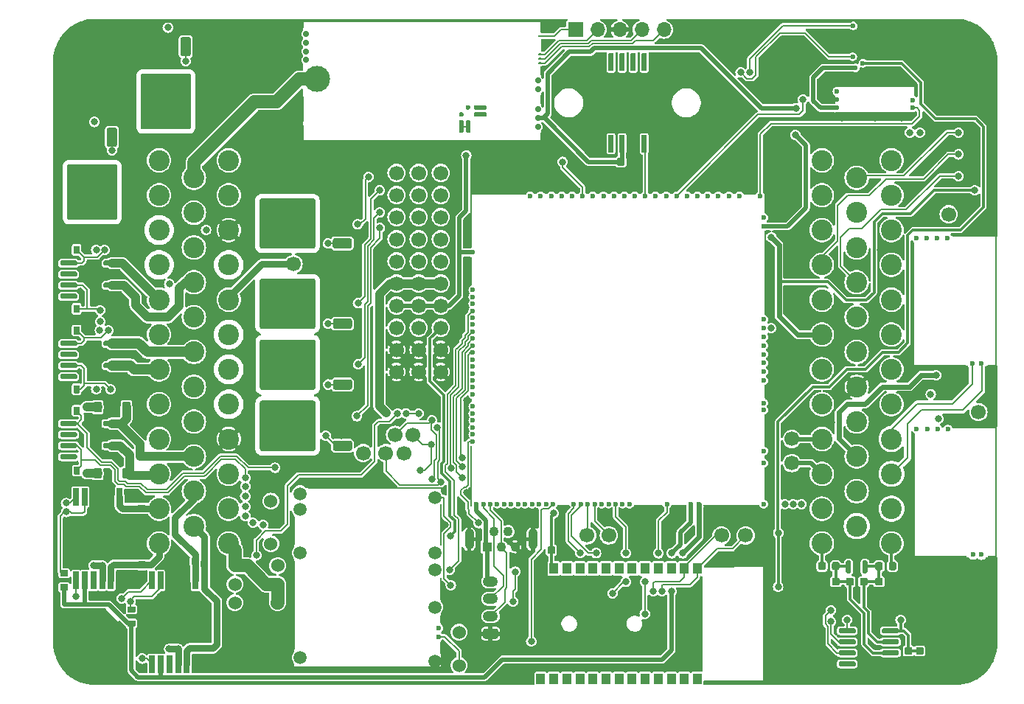
<source format=gtl>
G04 #@! TF.GenerationSoftware,KiCad,Pcbnew,8.0.8-8.0.8-0~ubuntu24.04.1*
G04 #@! TF.CreationDate,2025-02-07T07:38:44+00:00*
G04 #@! TF.ProjectId,MST01,4d535430-312e-46b6-9963-61645f706362,D*
G04 #@! TF.SameCoordinates,PX440a368PY8a86a58*
G04 #@! TF.FileFunction,Copper,L1,Top*
G04 #@! TF.FilePolarity,Positive*
%FSLAX46Y46*%
G04 Gerber Fmt 4.6, Leading zero omitted, Abs format (unit mm)*
G04 Created by KiCad (PCBNEW 8.0.8-8.0.8-0~ubuntu24.04.1) date 2025-02-07 07:38:44*
%MOMM*%
%LPD*%
G01*
G04 APERTURE LIST*
G04 #@! TA.AperFunction,ComponentPad*
%ADD10C,1.700000*%
G04 #@! TD*
G04 #@! TA.AperFunction,ComponentPad*
%ADD11C,0.700000*%
G04 #@! TD*
G04 #@! TA.AperFunction,SMDPad,CuDef*
%ADD12C,3.000000*%
G04 #@! TD*
G04 #@! TA.AperFunction,SMDPad,CuDef*
%ADD13R,0.250000X3.000000*%
G04 #@! TD*
G04 #@! TA.AperFunction,SMDPad,CuDef*
%ADD14R,0.250000X1.100000*%
G04 #@! TD*
G04 #@! TA.AperFunction,SMDPad,CuDef*
%ADD15R,0.250000X0.980000*%
G04 #@! TD*
G04 #@! TA.AperFunction,SMDPad,CuDef*
%ADD16R,0.250000X1.450000*%
G04 #@! TD*
G04 #@! TA.AperFunction,SMDPad,CuDef*
%ADD17R,27.600000X0.250000*%
G04 #@! TD*
G04 #@! TA.AperFunction,SMDPad,CuDef*
%ADD18R,0.250000X1.950000*%
G04 #@! TD*
G04 #@! TA.AperFunction,SMDPad,CuDef*
%ADD19R,0.250000X0.950000*%
G04 #@! TD*
G04 #@! TA.AperFunction,ComponentPad*
%ADD20C,0.600000*%
G04 #@! TD*
G04 #@! TA.AperFunction,SMDPad,CuDef*
%ADD21R,6.185000X0.250000*%
G04 #@! TD*
G04 #@! TA.AperFunction,SMDPad,CuDef*
%ADD22R,1.115000X0.250000*%
G04 #@! TD*
G04 #@! TA.AperFunction,SMDPad,CuDef*
%ADD23R,0.250000X14.275000*%
G04 #@! TD*
G04 #@! TA.AperFunction,SMDPad,CuDef*
%ADD24R,0.250000X15.100000*%
G04 #@! TD*
G04 #@! TA.AperFunction,SMDPad,CuDef*
%ADD25R,5.175000X0.250000*%
G04 #@! TD*
G04 #@! TA.AperFunction,ComponentPad*
%ADD26R,1.100000X1.100000*%
G04 #@! TD*
G04 #@! TA.AperFunction,ComponentPad*
%ADD27C,1.100000*%
G04 #@! TD*
G04 #@! TA.AperFunction,ComponentPad*
%ADD28O,1.100000X2.400000*%
G04 #@! TD*
G04 #@! TA.AperFunction,SMDPad,CuDef*
%ADD29O,0.200000X1.225000*%
G04 #@! TD*
G04 #@! TA.AperFunction,SMDPad,CuDef*
%ADD30O,9.300000X0.200000*%
G04 #@! TD*
G04 #@! TA.AperFunction,ComponentPad*
%ADD31C,1.500000*%
G04 #@! TD*
G04 #@! TA.AperFunction,SMDPad,CuDef*
%ADD32O,0.200000X3.300000*%
G04 #@! TD*
G04 #@! TA.AperFunction,SMDPad,CuDef*
%ADD33O,0.200000X10.200000*%
G04 #@! TD*
G04 #@! TA.AperFunction,SMDPad,CuDef*
%ADD34O,0.200000X0.300000*%
G04 #@! TD*
G04 #@! TA.AperFunction,SMDPad,CuDef*
%ADD35O,17.000000X0.200000*%
G04 #@! TD*
G04 #@! TA.AperFunction,SMDPad,CuDef*
%ADD36O,15.400000X0.200000*%
G04 #@! TD*
G04 #@! TA.AperFunction,SMDPad,CuDef*
%ADD37O,0.200000X4.800000*%
G04 #@! TD*
G04 #@! TA.AperFunction,SMDPad,CuDef*
%ADD38O,0.200000X2.600000*%
G04 #@! TD*
G04 #@! TA.AperFunction,SMDPad,CuDef*
%ADD39O,0.200000X1.000000*%
G04 #@! TD*
G04 #@! TA.AperFunction,SMDPad,CuDef*
%ADD40O,0.200000X1.500000*%
G04 #@! TD*
G04 #@! TA.AperFunction,ComponentPad*
%ADD41C,2.400000*%
G04 #@! TD*
G04 #@! TA.AperFunction,BGAPad,CuDef*
%ADD42C,4.000000*%
G04 #@! TD*
G04 #@! TA.AperFunction,ComponentPad*
%ADD43C,4.000000*%
G04 #@! TD*
G04 #@! TA.AperFunction,SMDPad,CuDef*
%ADD44R,0.650000X2.000000*%
G04 #@! TD*
G04 #@! TA.AperFunction,SMDPad,CuDef*
%ADD45R,8.100000X4.500000*%
G04 #@! TD*
G04 #@! TA.AperFunction,SMDPad,CuDef*
%ADD46R,0.200000X3.700000*%
G04 #@! TD*
G04 #@! TA.AperFunction,SMDPad,CuDef*
%ADD47R,0.200000X0.400000*%
G04 #@! TD*
G04 #@! TA.AperFunction,SMDPad,CuDef*
%ADD48R,0.200000X1.600000*%
G04 #@! TD*
G04 #@! TA.AperFunction,SMDPad,CuDef*
%ADD49R,0.200000X9.700000*%
G04 #@! TD*
G04 #@! TA.AperFunction,SMDPad,CuDef*
%ADD50R,0.200000X2.300000*%
G04 #@! TD*
G04 #@! TA.AperFunction,SMDPad,CuDef*
%ADD51R,1.400000X0.200000*%
G04 #@! TD*
G04 #@! TA.AperFunction,SMDPad,CuDef*
%ADD52R,6.400000X0.200000*%
G04 #@! TD*
G04 #@! TA.AperFunction,SMDPad,CuDef*
%ADD53R,1.700000X0.200000*%
G04 #@! TD*
G04 #@! TA.AperFunction,SMDPad,CuDef*
%ADD54R,3.300000X0.200000*%
G04 #@! TD*
G04 #@! TA.AperFunction,SMDPad,CuDef*
%ADD55R,0.200000X7.000000*%
G04 #@! TD*
G04 #@! TA.AperFunction,SMDPad,CuDef*
%ADD56R,0.200000X3.300000*%
G04 #@! TD*
G04 #@! TA.AperFunction,SMDPad,CuDef*
%ADD57R,0.200000X6.300000*%
G04 #@! TD*
G04 #@! TA.AperFunction,SMDPad,CuDef*
%ADD58R,1.000000X1.300000*%
G04 #@! TD*
G04 #@! TA.AperFunction,ComponentPad*
%ADD59R,1.700000X1.700000*%
G04 #@! TD*
G04 #@! TA.AperFunction,ComponentPad*
%ADD60O,1.700000X1.700000*%
G04 #@! TD*
G04 #@! TA.AperFunction,ComponentPad*
%ADD61O,1.750000X1.200000*%
G04 #@! TD*
G04 #@! TA.AperFunction,ComponentPad*
%ADD62C,1.524000*%
G04 #@! TD*
G04 #@! TA.AperFunction,ComponentPad*
%ADD63C,0.599999*%
G04 #@! TD*
G04 #@! TA.AperFunction,ViaPad*
%ADD64C,0.800000*%
G04 #@! TD*
G04 #@! TA.AperFunction,Conductor*
%ADD65C,0.200000*%
G04 #@! TD*
G04 #@! TA.AperFunction,Conductor*
%ADD66C,0.800000*%
G04 #@! TD*
G04 #@! TA.AperFunction,Conductor*
%ADD67C,0.500000*%
G04 #@! TD*
G04 #@! TA.AperFunction,Conductor*
%ADD68C,0.300000*%
G04 #@! TD*
G04 #@! TA.AperFunction,Conductor*
%ADD69C,1.000000*%
G04 #@! TD*
G04 #@! TA.AperFunction,Conductor*
%ADD70C,1.500000*%
G04 #@! TD*
G04 #@! TA.AperFunction,Conductor*
%ADD71C,0.600000*%
G04 #@! TD*
G04 #@! TA.AperFunction,Conductor*
%ADD72C,1.200000*%
G04 #@! TD*
G04 APERTURE END LIST*
G04 #@! TO.P,D8,1,K*
G04 #@! TO.N,Net-(U4-T-)*
G04 #@! TA.AperFunction,SMDPad,CuDef*
G36*
G01*
X91675000Y13020000D02*
X91375000Y13020000D01*
G75*
G02*
X91225000Y13170000I0J150000D01*
G01*
X91225000Y14345000D01*
G75*
G02*
X91375000Y14495000I150000J0D01*
G01*
X91675000Y14495000D01*
G75*
G02*
X91825000Y14345000I0J-150000D01*
G01*
X91825000Y13170000D01*
G75*
G02*
X91675000Y13020000I-150000J0D01*
G01*
G37*
G04 #@! TD.AperFunction*
G04 #@! TO.P,D8,2,K*
G04 #@! TO.N,Net-(U4-T+)*
G04 #@! TA.AperFunction,SMDPad,CuDef*
G36*
G01*
X93575000Y13020000D02*
X93275000Y13020000D01*
G75*
G02*
X93125000Y13170000I0J150000D01*
G01*
X93125000Y14345000D01*
G75*
G02*
X93275000Y14495000I150000J0D01*
G01*
X93575000Y14495000D01*
G75*
G02*
X93725000Y14345000I0J-150000D01*
G01*
X93725000Y13170000D01*
G75*
G02*
X93575000Y13020000I-150000J0D01*
G01*
G37*
G04 #@! TD.AperFunction*
G04 #@! TO.P,D8,3,A*
G04 #@! TO.N,GND*
G04 #@! TA.AperFunction,SMDPad,CuDef*
G36*
G01*
X92625000Y14895000D02*
X92325000Y14895000D01*
G75*
G02*
X92175000Y15045000I0J150000D01*
G01*
X92175000Y16220000D01*
G75*
G02*
X92325000Y16370000I150000J0D01*
G01*
X92625000Y16370000D01*
G75*
G02*
X92775000Y16220000I0J-150000D01*
G01*
X92775000Y15045000D01*
G75*
G02*
X92625000Y14895000I-150000J0D01*
G01*
G37*
G04 #@! TD.AperFunction*
G04 #@! TD*
G04 #@! TO.P,U7,1,IN1*
G04 #@! TO.N,/LS1*
G04 #@! TA.AperFunction,SMDPad,CuDef*
G36*
G01*
X990000Y30075000D02*
X990000Y30375000D01*
G75*
G02*
X1140000Y30525000I150000J0D01*
G01*
X2790000Y30525000D01*
G75*
G02*
X2940000Y30375000I0J-150000D01*
G01*
X2940000Y30075000D01*
G75*
G02*
X2790000Y29925000I-150000J0D01*
G01*
X1140000Y29925000D01*
G75*
G02*
X990000Y30075000I0J150000D01*
G01*
G37*
G04 #@! TD.AperFunction*
G04 #@! TO.P,U7,2,STATUS1*
G04 #@! TO.N,unconnected-(U7-STATUS1-Pad2)*
G04 #@! TA.AperFunction,SMDPad,CuDef*
G36*
G01*
X990000Y28805000D02*
X990000Y29105000D01*
G75*
G02*
X1140000Y29255000I150000J0D01*
G01*
X2790000Y29255000D01*
G75*
G02*
X2940000Y29105000I0J-150000D01*
G01*
X2940000Y28805000D01*
G75*
G02*
X2790000Y28655000I-150000J0D01*
G01*
X1140000Y28655000D01*
G75*
G02*
X990000Y28805000I0J150000D01*
G01*
G37*
G04 #@! TD.AperFunction*
G04 #@! TO.P,U7,3,IN2*
G04 #@! TO.N,/LS2*
G04 #@! TA.AperFunction,SMDPad,CuDef*
G36*
G01*
X990000Y27535000D02*
X990000Y27835000D01*
G75*
G02*
X1140000Y27985000I150000J0D01*
G01*
X2790000Y27985000D01*
G75*
G02*
X2940000Y27835000I0J-150000D01*
G01*
X2940000Y27535000D01*
G75*
G02*
X2790000Y27385000I-150000J0D01*
G01*
X1140000Y27385000D01*
G75*
G02*
X990000Y27535000I0J150000D01*
G01*
G37*
G04 #@! TD.AperFunction*
G04 #@! TO.P,U7,4,STATUS2*
G04 #@! TO.N,unconnected-(U7-STATUS2-Pad4)*
G04 #@! TA.AperFunction,SMDPad,CuDef*
G36*
G01*
X990000Y26265000D02*
X990000Y26565000D01*
G75*
G02*
X1140000Y26715000I150000J0D01*
G01*
X2790000Y26715000D01*
G75*
G02*
X2940000Y26565000I0J-150000D01*
G01*
X2940000Y26265000D01*
G75*
G02*
X2790000Y26115000I-150000J0D01*
G01*
X1140000Y26115000D01*
G75*
G02*
X990000Y26265000I0J150000D01*
G01*
G37*
G04 #@! TD.AperFunction*
G04 #@! TO.P,U7,5,S2*
G04 #@! TO.N,GND*
G04 #@! TA.AperFunction,SMDPad,CuDef*
G36*
G01*
X5940000Y26265000D02*
X5940000Y26565000D01*
G75*
G02*
X6090000Y26715000I150000J0D01*
G01*
X7740000Y26715000D01*
G75*
G02*
X7890000Y26565000I0J-150000D01*
G01*
X7890000Y26265000D01*
G75*
G02*
X7740000Y26115000I-150000J0D01*
G01*
X6090000Y26115000D01*
G75*
G02*
X5940000Y26265000I0J150000D01*
G01*
G37*
G04 #@! TD.AperFunction*
G04 #@! TO.P,U7,6,D2*
G04 #@! TO.N,/OUT_LS2*
G04 #@! TA.AperFunction,SMDPad,CuDef*
G36*
G01*
X5940000Y27535000D02*
X5940000Y27835000D01*
G75*
G02*
X6090000Y27985000I150000J0D01*
G01*
X7740000Y27985000D01*
G75*
G02*
X7890000Y27835000I0J-150000D01*
G01*
X7890000Y27535000D01*
G75*
G02*
X7740000Y27385000I-150000J0D01*
G01*
X6090000Y27385000D01*
G75*
G02*
X5940000Y27535000I0J150000D01*
G01*
G37*
G04 #@! TD.AperFunction*
G04 #@! TO.P,U7,7,S1*
G04 #@! TO.N,GND*
G04 #@! TA.AperFunction,SMDPad,CuDef*
G36*
G01*
X5940000Y28805000D02*
X5940000Y29105000D01*
G75*
G02*
X6090000Y29255000I150000J0D01*
G01*
X7740000Y29255000D01*
G75*
G02*
X7890000Y29105000I0J-150000D01*
G01*
X7890000Y28805000D01*
G75*
G02*
X7740000Y28655000I-150000J0D01*
G01*
X6090000Y28655000D01*
G75*
G02*
X5940000Y28805000I0J150000D01*
G01*
G37*
G04 #@! TD.AperFunction*
G04 #@! TO.P,U7,8,D1*
G04 #@! TO.N,/OUT_LS1*
G04 #@! TA.AperFunction,SMDPad,CuDef*
G36*
G01*
X5940000Y30075000D02*
X5940000Y30375000D01*
G75*
G02*
X6090000Y30525000I150000J0D01*
G01*
X7740000Y30525000D01*
G75*
G02*
X7890000Y30375000I0J-150000D01*
G01*
X7890000Y30075000D01*
G75*
G02*
X7740000Y29925000I-150000J0D01*
G01*
X6090000Y29925000D01*
G75*
G02*
X5940000Y30075000I0J150000D01*
G01*
G37*
G04 #@! TD.AperFunction*
G04 #@! TD*
D10*
G04 #@! TO.P,P9,1,Pin_1*
G04 #@! TO.N,/P9*
X27795000Y48545000D03*
G04 #@! TD*
G04 #@! TO.P,C27,1*
G04 #@! TO.N,GND*
G04 #@! TA.AperFunction,SMDPad,CuDef*
G36*
G01*
X67400001Y60629994D02*
X67400001Y59949994D01*
G75*
G02*
X67315001Y59864994I-85000J0D01*
G01*
X66635001Y59864994D01*
G75*
G02*
X66550001Y59949994I0J85000D01*
G01*
X66550001Y60629994D01*
G75*
G02*
X66635001Y60714994I85000J0D01*
G01*
X67315001Y60714994D01*
G75*
G02*
X67400001Y60629994I0J-85000D01*
G01*
G37*
G04 #@! TD.AperFunction*
G04 #@! TO.P,C27,2*
G04 #@! TO.N,+5VA*
G04 #@! TA.AperFunction,SMDPad,CuDef*
G36*
G01*
X65819999Y60629994D02*
X65819999Y59949994D01*
G75*
G02*
X65734999Y59864994I-85000J0D01*
G01*
X65054999Y59864994D01*
G75*
G02*
X64969999Y59949994I0J85000D01*
G01*
X64969999Y60629994D01*
G75*
G02*
X65054999Y60714994I85000J0D01*
G01*
X65734999Y60714994D01*
G75*
G02*
X65819999Y60629994I0J-85000D01*
G01*
G37*
G04 #@! TD.AperFunction*
G04 #@! TD*
G04 #@! TO.P,U10,1,IN1*
G04 #@! TO.N,/INJ3*
G04 #@! TA.AperFunction,SMDPad,CuDef*
G36*
G01*
X1005000Y39290000D02*
X1005000Y39590000D01*
G75*
G02*
X1155000Y39740000I150000J0D01*
G01*
X2805000Y39740000D01*
G75*
G02*
X2955000Y39590000I0J-150000D01*
G01*
X2955000Y39290000D01*
G75*
G02*
X2805000Y39140000I-150000J0D01*
G01*
X1155000Y39140000D01*
G75*
G02*
X1005000Y39290000I0J150000D01*
G01*
G37*
G04 #@! TD.AperFunction*
G04 #@! TO.P,U10,2,STATUS1*
G04 #@! TO.N,unconnected-(U10-STATUS1-Pad2)*
G04 #@! TA.AperFunction,SMDPad,CuDef*
G36*
G01*
X1005000Y38020000D02*
X1005000Y38320000D01*
G75*
G02*
X1155000Y38470000I150000J0D01*
G01*
X2805000Y38470000D01*
G75*
G02*
X2955000Y38320000I0J-150000D01*
G01*
X2955000Y38020000D01*
G75*
G02*
X2805000Y37870000I-150000J0D01*
G01*
X1155000Y37870000D01*
G75*
G02*
X1005000Y38020000I0J150000D01*
G01*
G37*
G04 #@! TD.AperFunction*
G04 #@! TO.P,U10,3,IN2*
G04 #@! TO.N,/INJ4*
G04 #@! TA.AperFunction,SMDPad,CuDef*
G36*
G01*
X1005000Y36750000D02*
X1005000Y37050000D01*
G75*
G02*
X1155000Y37200000I150000J0D01*
G01*
X2805000Y37200000D01*
G75*
G02*
X2955000Y37050000I0J-150000D01*
G01*
X2955000Y36750000D01*
G75*
G02*
X2805000Y36600000I-150000J0D01*
G01*
X1155000Y36600000D01*
G75*
G02*
X1005000Y36750000I0J150000D01*
G01*
G37*
G04 #@! TD.AperFunction*
G04 #@! TO.P,U10,4,STATUS2*
G04 #@! TO.N,unconnected-(U10-STATUS2-Pad4)*
G04 #@! TA.AperFunction,SMDPad,CuDef*
G36*
G01*
X1005000Y35480000D02*
X1005000Y35780000D01*
G75*
G02*
X1155000Y35930000I150000J0D01*
G01*
X2805000Y35930000D01*
G75*
G02*
X2955000Y35780000I0J-150000D01*
G01*
X2955000Y35480000D01*
G75*
G02*
X2805000Y35330000I-150000J0D01*
G01*
X1155000Y35330000D01*
G75*
G02*
X1005000Y35480000I0J150000D01*
G01*
G37*
G04 #@! TD.AperFunction*
G04 #@! TO.P,U10,5,S2*
G04 #@! TO.N,GND*
G04 #@! TA.AperFunction,SMDPad,CuDef*
G36*
G01*
X5955000Y35480000D02*
X5955000Y35780000D01*
G75*
G02*
X6105000Y35930000I150000J0D01*
G01*
X7755000Y35930000D01*
G75*
G02*
X7905000Y35780000I0J-150000D01*
G01*
X7905000Y35480000D01*
G75*
G02*
X7755000Y35330000I-150000J0D01*
G01*
X6105000Y35330000D01*
G75*
G02*
X5955000Y35480000I0J150000D01*
G01*
G37*
G04 #@! TD.AperFunction*
G04 #@! TO.P,U10,6,D2*
G04 #@! TO.N,/OUT_INJ4*
G04 #@! TA.AperFunction,SMDPad,CuDef*
G36*
G01*
X5955000Y36750000D02*
X5955000Y37050000D01*
G75*
G02*
X6105000Y37200000I150000J0D01*
G01*
X7755000Y37200000D01*
G75*
G02*
X7905000Y37050000I0J-150000D01*
G01*
X7905000Y36750000D01*
G75*
G02*
X7755000Y36600000I-150000J0D01*
G01*
X6105000Y36600000D01*
G75*
G02*
X5955000Y36750000I0J150000D01*
G01*
G37*
G04 #@! TD.AperFunction*
G04 #@! TO.P,U10,7,S1*
G04 #@! TO.N,GND*
G04 #@! TA.AperFunction,SMDPad,CuDef*
G36*
G01*
X5955000Y38020000D02*
X5955000Y38320000D01*
G75*
G02*
X6105000Y38470000I150000J0D01*
G01*
X7755000Y38470000D01*
G75*
G02*
X7905000Y38320000I0J-150000D01*
G01*
X7905000Y38020000D01*
G75*
G02*
X7755000Y37870000I-150000J0D01*
G01*
X6105000Y37870000D01*
G75*
G02*
X5955000Y38020000I0J150000D01*
G01*
G37*
G04 #@! TD.AperFunction*
G04 #@! TO.P,U10,8,D1*
G04 #@! TO.N,/OUT_INJ3*
G04 #@! TA.AperFunction,SMDPad,CuDef*
G36*
G01*
X5955000Y39290000D02*
X5955000Y39590000D01*
G75*
G02*
X6105000Y39740000I150000J0D01*
G01*
X7755000Y39740000D01*
G75*
G02*
X7905000Y39590000I0J-150000D01*
G01*
X7905000Y39290000D01*
G75*
G02*
X7755000Y39140000I-150000J0D01*
G01*
X6105000Y39140000D01*
G75*
G02*
X5955000Y39290000I0J150000D01*
G01*
G37*
G04 #@! TD.AperFunction*
G04 #@! TD*
G04 #@! TO.P,P10,1,Pin_1*
G04 #@! TO.N,/P10*
X35785000Y26845000D03*
G04 #@! TD*
G04 #@! TO.P,R31,1*
G04 #@! TO.N,GND*
G04 #@! TA.AperFunction,SMDPad,CuDef*
G36*
G01*
X935000Y40525000D02*
X935000Y41305000D01*
G75*
G02*
X1005000Y41375000I70000J0D01*
G01*
X1565000Y41375000D01*
G75*
G02*
X1635000Y41305000I0J-70000D01*
G01*
X1635000Y40525000D01*
G75*
G02*
X1565000Y40455000I-70000J0D01*
G01*
X1005000Y40455000D01*
G75*
G02*
X935000Y40525000I0J70000D01*
G01*
G37*
G04 #@! TD.AperFunction*
G04 #@! TO.P,R31,2*
G04 #@! TO.N,/INJ3*
G04 #@! TA.AperFunction,SMDPad,CuDef*
G36*
G01*
X2535000Y40525000D02*
X2535000Y41305000D01*
G75*
G02*
X2605000Y41375000I70000J0D01*
G01*
X3165000Y41375000D01*
G75*
G02*
X3235000Y41305000I0J-70000D01*
G01*
X3235000Y40525000D01*
G75*
G02*
X3165000Y40455000I-70000J0D01*
G01*
X2605000Y40455000D01*
G75*
G02*
X2535000Y40525000I0J70000D01*
G01*
G37*
G04 #@! TD.AperFunction*
G04 #@! TD*
G04 #@! TO.P,P8,1,Pin_1*
G04 #@! TO.N,Net-(M6-UART2_TX_(PD5))*
X76935000Y17375000D03*
G04 #@! TD*
G04 #@! TO.P,C30,1*
G04 #@! TO.N,GND*
G04 #@! TA.AperFunction,SMDPad,CuDef*
G36*
G01*
X97030001Y12415000D02*
X97030001Y11735000D01*
G75*
G02*
X96945001Y11650000I-85000J0D01*
G01*
X96265001Y11650000D01*
G75*
G02*
X96180001Y11735000I0J85000D01*
G01*
X96180001Y12415000D01*
G75*
G02*
X96265001Y12500000I85000J0D01*
G01*
X96945001Y12500000D01*
G75*
G02*
X97030001Y12415000I0J-85000D01*
G01*
G37*
G04 #@! TD.AperFunction*
G04 #@! TO.P,C30,2*
G04 #@! TO.N,Net-(U4-T+)*
G04 #@! TA.AperFunction,SMDPad,CuDef*
G36*
G01*
X95449999Y12415000D02*
X95449999Y11735000D01*
G75*
G02*
X95364999Y11650000I-85000J0D01*
G01*
X94684999Y11650000D01*
G75*
G02*
X94599999Y11735000I0J85000D01*
G01*
X94599999Y12415000D01*
G75*
G02*
X94684999Y12500000I85000J0D01*
G01*
X95364999Y12500000D01*
G75*
G02*
X95449999Y12415000I0J-85000D01*
G01*
G37*
G04 #@! TD.AperFunction*
G04 #@! TD*
D11*
G04 #@! TO.P,M5,E1,LSU_Un*
G04 #@! TO.N,/WBO_Un*
X29260000Y74975000D03*
G04 #@! TO.P,M5,E2,LSU_Vm*
G04 #@! TO.N,/WBO_Vm*
X29260000Y71975000D03*
G04 #@! TO.P,M5,E3,LSU_Ip*
G04 #@! TO.N,/WBO_Ip*
X29260000Y72975000D03*
G04 #@! TO.P,M5,E4,LSU_Rtrim*
G04 #@! TO.N,/WBO_Rtrim*
X29260000Y73975000D03*
D12*
G04 #@! TO.P,M5,E5,LSU_H+*
G04 #@! TO.N,/WBO_Heater*
X30510000Y69825000D03*
D13*
G04 #@! TO.P,M5,E6,LSU_H-*
G04 #@! TO.N,GND*
X28885000Y66325000D03*
D14*
G04 #@! TO.P,M5,G,GND*
X56235000Y63125000D03*
D15*
X56235000Y67465000D03*
X56235000Y70765000D03*
D16*
X56235000Y75850000D03*
D17*
X42560000Y62700000D03*
X42560000Y76450000D03*
D18*
X28885000Y63550000D03*
D19*
X28885000Y76100000D03*
G04 #@! TO.P,M5,J1,SEL1*
G04 #@! TO.N,Net-(M5-PULL_DOWN1)*
G04 #@! TA.AperFunction,SMDPad,CuDef*
G36*
G01*
X46810000Y63725000D02*
X46810000Y64975000D01*
G75*
G02*
X46935000Y65100000I125000J0D01*
G01*
X47185000Y65100000D01*
G75*
G02*
X47310000Y64975000I0J-125000D01*
G01*
X47310000Y63725000D01*
G75*
G02*
X47185000Y63600000I-125000J0D01*
G01*
X46935000Y63600000D01*
G75*
G02*
X46810000Y63725000I0J125000D01*
G01*
G37*
G04 #@! TD.AperFunction*
G04 #@! TO.P,M5,J2,SEL2*
G04 #@! TO.N,unconnected-(M5-SEL2-PadJ2)*
G04 #@! TA.AperFunction,SMDPad,CuDef*
G36*
G01*
X48485000Y66400000D02*
X48485000Y66650000D01*
G75*
G02*
X48610000Y66775000I125000J0D01*
G01*
X49860000Y66775000D01*
G75*
G02*
X49985000Y66650000I0J-125000D01*
G01*
X49985000Y66400000D01*
G75*
G02*
X49860000Y66275000I-125000J0D01*
G01*
X48610000Y66275000D01*
G75*
G02*
X48485000Y66400000I0J125000D01*
G01*
G37*
G04 #@! TD.AperFunction*
G04 #@! TO.P,M5,J_GND1,PULL_DOWN1*
G04 #@! TO.N,Net-(M5-PULL_DOWN1)*
G04 #@! TA.AperFunction,SMDPad,CuDef*
G36*
G01*
X47610000Y63725000D02*
X47610000Y64975000D01*
G75*
G02*
X47735000Y65100000I125000J0D01*
G01*
X47985000Y65100000D01*
G75*
G02*
X48110000Y64975000I0J-125000D01*
G01*
X48110000Y63725000D01*
G75*
G02*
X47985000Y63600000I-125000J0D01*
G01*
X47735000Y63600000D01*
G75*
G02*
X47610000Y63725000I0J125000D01*
G01*
G37*
G04 #@! TD.AperFunction*
G04 #@! TO.P,M5,J_GND2,PULL_DOWN2*
G04 #@! TO.N,unconnected-(M5-PULL_DOWN2-PadJ_GND2)*
G04 #@! TA.AperFunction,SMDPad,CuDef*
G36*
G01*
X47935000Y66275000D02*
X47685000Y66275000D01*
G75*
G02*
X47560000Y66400000I0J125000D01*
G01*
X47560000Y66650000D01*
G75*
G02*
X47685000Y66775000I125000J0D01*
G01*
X47935000Y66775000D01*
G75*
G02*
X48060000Y66650000I0J-125000D01*
G01*
X48060000Y66400000D01*
G75*
G02*
X47935000Y66275000I-125000J0D01*
G01*
G37*
G04 #@! TD.AperFunction*
G04 #@! TO.P,M5,J_VCC1,PULL_UP1*
G04 #@! TO.N,unconnected-(M5-PULL_UP1-PadJ_VCC1)*
G04 #@! TA.AperFunction,SMDPad,CuDef*
G36*
G01*
X46810000Y65600000D02*
X46810000Y65850000D01*
G75*
G02*
X46935000Y65975000I125000J0D01*
G01*
X47185000Y65975000D01*
G75*
G02*
X47310000Y65850000I0J-125000D01*
G01*
X47310000Y65600000D01*
G75*
G02*
X47185000Y65475000I-125000J0D01*
G01*
X46935000Y65475000D01*
G75*
G02*
X46810000Y65600000I0J125000D01*
G01*
G37*
G04 #@! TD.AperFunction*
G04 #@! TO.P,M5,J_VCC2,PULL_UP2*
G04 #@! TO.N,unconnected-(M5-PULL_UP2-PadJ_VCC2)*
G04 #@! TA.AperFunction,SMDPad,CuDef*
G36*
G01*
X48485000Y65600000D02*
X48485000Y65850000D01*
G75*
G02*
X48610000Y65975000I125000J0D01*
G01*
X49860000Y65975000D01*
G75*
G02*
X49985000Y65850000I0J-125000D01*
G01*
X49985000Y65600000D01*
G75*
G02*
X49860000Y65475000I-125000J0D01*
G01*
X48610000Y65475000D01*
G75*
G02*
X48485000Y65600000I0J125000D01*
G01*
G37*
G04 #@! TD.AperFunction*
D11*
G04 #@! TO.P,M5,W1,V5_IN*
G04 #@! TO.N,+5VA*
X55851200Y65325000D03*
G04 #@! TO.P,M5,W2,CAN_VIO*
G04 #@! TO.N,unconnected-(M5-CAN_VIO-PadW2)*
X55851200Y66325000D03*
G04 #@! TO.P,M5,W3,CANL*
G04 #@! TO.N,/CAN1-*
X55851200Y69621000D03*
G04 #@! TO.P,M5,W4,CANH*
G04 #@! TO.N,/CAN1+*
X55851200Y68605000D03*
G04 #@! TO.P,M5,W5,nReset*
G04 #@! TO.N,/nReset*
G04 #@! TA.AperFunction,SMDPad,CuDef*
G36*
G01*
X56360000Y71625000D02*
X56360000Y71625000D01*
G75*
G02*
X56235000Y71500000I-125000J0D01*
G01*
X55985000Y71500000D01*
G75*
G02*
X55860000Y71625000I0J125000D01*
G01*
X55860000Y71625000D01*
G75*
G02*
X55985000Y71750000I125000J0D01*
G01*
X56235000Y71750000D01*
G75*
G02*
X56360000Y71625000I0J-125000D01*
G01*
G37*
G04 #@! TD.AperFunction*
G04 #@! TO.P,M5,W6,SWDIO*
G04 #@! TO.N,/SWDIO*
G04 #@! TA.AperFunction,SMDPad,CuDef*
G36*
G01*
X56360000Y72125000D02*
X56360000Y72125000D01*
G75*
G02*
X56235000Y72000000I-125000J0D01*
G01*
X55985000Y72000000D01*
G75*
G02*
X55860000Y72125000I0J125000D01*
G01*
X55860000Y72125000D01*
G75*
G02*
X55985000Y72250000I125000J0D01*
G01*
X56235000Y72250000D01*
G75*
G02*
X56360000Y72125000I0J-125000D01*
G01*
G37*
G04 #@! TD.AperFunction*
G04 #@! TO.P,M5,W7,SWCLK*
G04 #@! TO.N,/SWCLK*
G04 #@! TA.AperFunction,SMDPad,CuDef*
G36*
G01*
X56360000Y72625000D02*
X56360000Y72625000D01*
G75*
G02*
X56235000Y72500000I-125000J0D01*
G01*
X55985000Y72500000D01*
G75*
G02*
X55860000Y72625000I0J125000D01*
G01*
X55860000Y72625000D01*
G75*
G02*
X55985000Y72750000I125000J0D01*
G01*
X56235000Y72750000D01*
G75*
G02*
X56360000Y72625000I0J-125000D01*
G01*
G37*
G04 #@! TD.AperFunction*
G04 #@! TO.P,M5,W8,V33_OUT*
G04 #@! TO.N,/V33_OUT*
G04 #@! TA.AperFunction,SMDPad,CuDef*
G36*
G01*
X56360000Y74725000D02*
X56360000Y74725000D01*
G75*
G02*
X56235000Y74600000I-125000J0D01*
G01*
X55985000Y74600000D01*
G75*
G02*
X55860000Y74725000I0J125000D01*
G01*
X55860000Y74725000D01*
G75*
G02*
X55985000Y74850000I125000J0D01*
G01*
X56235000Y74850000D01*
G75*
G02*
X56360000Y74725000I0J-125000D01*
G01*
G37*
G04 #@! TD.AperFunction*
G04 #@! TO.P,M5,W9,VDDA*
G04 #@! TO.N,unconnected-(M5-VDDA-PadW9)*
X55851200Y64325000D03*
G04 #@! TD*
D10*
G04 #@! TO.P,P5,1,Pin_1*
G04 #@! TO.N,/VR_DISCRETE*
X106455000Y31555000D03*
G04 #@! TD*
G04 #@! TO.P,Q8,1,G*
G04 #@! TO.N,Net-(Q8-G)*
G04 #@! TA.AperFunction,SMDPad,CuDef*
G36*
G01*
X6592500Y64208750D02*
X7292500Y64208750D01*
G75*
G02*
X7542500Y63958750I0J-250000D01*
G01*
X7542500Y62258750D01*
G75*
G02*
X7292500Y62008750I-250000J0D01*
G01*
X6592500Y62008750D01*
G75*
G02*
X6342500Y62258750I0J250000D01*
G01*
X6342500Y63958750D01*
G75*
G02*
X6592500Y64208750I250000J0D01*
G01*
G37*
G04 #@! TD.AperFunction*
G04 #@! TO.P,Q8,2,C*
G04 #@! TO.N,/OUT_IGN2*
G04 #@! TA.AperFunction,SMDPad,CuDef*
G36*
G01*
X5062500Y60008750D02*
X7312500Y60008750D01*
G75*
G02*
X7562500Y59758750I0J-250000D01*
G01*
X7562500Y57208750D01*
G75*
G02*
X7312500Y56958750I-250000J0D01*
G01*
X5062500Y56958750D01*
G75*
G02*
X4812500Y57208750I0J250000D01*
G01*
X4812500Y59758750D01*
G75*
G02*
X5062500Y60008750I250000J0D01*
G01*
G37*
G04 #@! TD.AperFunction*
G04 #@! TA.AperFunction,SMDPad,CuDef*
G36*
G01*
X2012500Y60008750D02*
X4262500Y60008750D01*
G75*
G02*
X4512500Y59758750I0J-250000D01*
G01*
X4512500Y57208750D01*
G75*
G02*
X4262500Y56958750I-250000J0D01*
G01*
X2012500Y56958750D01*
G75*
G02*
X1762500Y57208750I0J250000D01*
G01*
X1762500Y59758750D01*
G75*
G02*
X2012500Y60008750I250000J0D01*
G01*
G37*
G04 #@! TD.AperFunction*
G04 #@! TA.AperFunction,SMDPad,CuDef*
G36*
G01*
X2012497Y60008750D02*
X7312503Y60008750D01*
G75*
G02*
X7562500Y59758753I0J-249997D01*
G01*
X7562500Y53858747D01*
G75*
G02*
X7312503Y53608750I-249997J0D01*
G01*
X2012497Y53608750D01*
G75*
G02*
X1762500Y53858747I0J249997D01*
G01*
X1762500Y59758753D01*
G75*
G02*
X2012497Y60008750I249997J0D01*
G01*
G37*
G04 #@! TD.AperFunction*
G04 #@! TA.AperFunction,SMDPad,CuDef*
G36*
G01*
X5062500Y56658750D02*
X7312500Y56658750D01*
G75*
G02*
X7562500Y56408750I0J-250000D01*
G01*
X7562500Y53858750D01*
G75*
G02*
X7312500Y53608750I-250000J0D01*
G01*
X5062500Y53608750D01*
G75*
G02*
X4812500Y53858750I0J250000D01*
G01*
X4812500Y56408750D01*
G75*
G02*
X5062500Y56658750I250000J0D01*
G01*
G37*
G04 #@! TD.AperFunction*
G04 #@! TA.AperFunction,SMDPad,CuDef*
G36*
G01*
X2012500Y56658750D02*
X4262500Y56658750D01*
G75*
G02*
X4512500Y56408750I0J-250000D01*
G01*
X4512500Y53858750D01*
G75*
G02*
X4262500Y53608750I-250000J0D01*
G01*
X2012500Y53608750D01*
G75*
G02*
X1762500Y53858750I0J250000D01*
G01*
X1762500Y56408750D01*
G75*
G02*
X2012500Y56658750I250000J0D01*
G01*
G37*
G04 #@! TD.AperFunction*
G04 #@! TO.P,Q8,3,E*
G04 #@! TO.N,GND*
G04 #@! TA.AperFunction,SMDPad,CuDef*
G36*
G01*
X2032500Y64208750D02*
X2732500Y64208750D01*
G75*
G02*
X2982500Y63958750I0J-250000D01*
G01*
X2982500Y62258750D01*
G75*
G02*
X2732500Y62008750I-250000J0D01*
G01*
X2032500Y62008750D01*
G75*
G02*
X1782500Y62258750I0J250000D01*
G01*
X1782500Y63958750D01*
G75*
G02*
X2032500Y64208750I250000J0D01*
G01*
G37*
G04 #@! TD.AperFunction*
G04 #@! TD*
G04 #@! TO.P,C26,1*
G04 #@! TO.N,GND*
G04 #@! TA.AperFunction,SMDPad,CuDef*
G36*
G01*
X10715000Y18489999D02*
X10035000Y18489999D01*
G75*
G02*
X9950000Y18574999I0J85000D01*
G01*
X9950000Y19254999D01*
G75*
G02*
X10035000Y19339999I85000J0D01*
G01*
X10715000Y19339999D01*
G75*
G02*
X10800000Y19254999I0J-85000D01*
G01*
X10800000Y18574999D01*
G75*
G02*
X10715000Y18489999I-85000J0D01*
G01*
G37*
G04 #@! TD.AperFunction*
G04 #@! TO.P,C26,2*
G04 #@! TO.N,/OUT_DC2+*
G04 #@! TA.AperFunction,SMDPad,CuDef*
G36*
G01*
X10715000Y20070001D02*
X10035000Y20070001D01*
G75*
G02*
X9950000Y20155001I0J85000D01*
G01*
X9950000Y20835001D01*
G75*
G02*
X10035000Y20920001I85000J0D01*
G01*
X10715000Y20920001D01*
G75*
G02*
X10800000Y20835001I0J-85000D01*
G01*
X10800000Y20155001D01*
G75*
G02*
X10715000Y20070001I-85000J0D01*
G01*
G37*
G04 #@! TD.AperFunction*
G04 #@! TD*
G04 #@! TO.P,C33,1*
G04 #@! TO.N,GND*
G04 #@! TA.AperFunction,SMDPad,CuDef*
G36*
G01*
X59400001Y16030000D02*
X59400001Y15350000D01*
G75*
G02*
X59315001Y15265000I-85000J0D01*
G01*
X58635001Y15265000D01*
G75*
G02*
X58550001Y15350000I0J85000D01*
G01*
X58550001Y16030000D01*
G75*
G02*
X58635001Y16115000I85000J0D01*
G01*
X59315001Y16115000D01*
G75*
G02*
X59400001Y16030000I0J-85000D01*
G01*
G37*
G04 #@! TD.AperFunction*
G04 #@! TO.P,C33,2*
G04 #@! TO.N,+3.3VA*
G04 #@! TA.AperFunction,SMDPad,CuDef*
G36*
G01*
X57819999Y16030000D02*
X57819999Y15350000D01*
G75*
G02*
X57734999Y15265000I-85000J0D01*
G01*
X57054999Y15265000D01*
G75*
G02*
X56969999Y15350000I0J85000D01*
G01*
X56969999Y16030000D01*
G75*
G02*
X57054999Y16115000I85000J0D01*
G01*
X57734999Y16115000D01*
G75*
G02*
X57819999Y16030000I0J-85000D01*
G01*
G37*
G04 #@! TD.AperFunction*
G04 #@! TD*
G04 #@! TO.P,Q12,1,G*
G04 #@! TO.N,Net-(Q12-G)*
G04 #@! TA.AperFunction,SMDPad,CuDef*
G36*
G01*
X34515000Y28035000D02*
X34515000Y27335000D01*
G75*
G02*
X34265000Y27085000I-250000J0D01*
G01*
X32565000Y27085000D01*
G75*
G02*
X32315000Y27335000I0J250000D01*
G01*
X32315000Y28035000D01*
G75*
G02*
X32565000Y28285000I250000J0D01*
G01*
X34265000Y28285000D01*
G75*
G02*
X34515000Y28035000I0J-250000D01*
G01*
G37*
G04 #@! TD.AperFunction*
G04 #@! TO.P,Q12,2,C*
G04 #@! TO.N,/OUT_IGN6*
G04 #@! TA.AperFunction,SMDPad,CuDef*
G36*
G01*
X30315000Y29565000D02*
X30315000Y27315000D01*
G75*
G02*
X30065000Y27065000I-250000J0D01*
G01*
X27515000Y27065000D01*
G75*
G02*
X27265000Y27315000I0J250000D01*
G01*
X27265000Y29565000D01*
G75*
G02*
X27515000Y29815000I250000J0D01*
G01*
X30065000Y29815000D01*
G75*
G02*
X30315000Y29565000I0J-250000D01*
G01*
G37*
G04 #@! TD.AperFunction*
G04 #@! TA.AperFunction,SMDPad,CuDef*
G36*
G01*
X30315000Y32615000D02*
X30315000Y30365000D01*
G75*
G02*
X30065000Y30115000I-250000J0D01*
G01*
X27515000Y30115000D01*
G75*
G02*
X27265000Y30365000I0J250000D01*
G01*
X27265000Y32615000D01*
G75*
G02*
X27515000Y32865000I250000J0D01*
G01*
X30065000Y32865000D01*
G75*
G02*
X30315000Y32615000I0J-250000D01*
G01*
G37*
G04 #@! TD.AperFunction*
G04 #@! TA.AperFunction,SMDPad,CuDef*
G36*
G01*
X30315000Y32615003D02*
X30315000Y27314997D01*
G75*
G02*
X30065003Y27065000I-249997J0D01*
G01*
X24164997Y27065000D01*
G75*
G02*
X23915000Y27314997I0J249997D01*
G01*
X23915000Y32615003D01*
G75*
G02*
X24164997Y32865000I249997J0D01*
G01*
X30065003Y32865000D01*
G75*
G02*
X30315000Y32615003I0J-249997D01*
G01*
G37*
G04 #@! TD.AperFunction*
G04 #@! TA.AperFunction,SMDPad,CuDef*
G36*
G01*
X26965000Y29565000D02*
X26965000Y27315000D01*
G75*
G02*
X26715000Y27065000I-250000J0D01*
G01*
X24165000Y27065000D01*
G75*
G02*
X23915000Y27315000I0J250000D01*
G01*
X23915000Y29565000D01*
G75*
G02*
X24165000Y29815000I250000J0D01*
G01*
X26715000Y29815000D01*
G75*
G02*
X26965000Y29565000I0J-250000D01*
G01*
G37*
G04 #@! TD.AperFunction*
G04 #@! TA.AperFunction,SMDPad,CuDef*
G36*
G01*
X26965000Y32615000D02*
X26965000Y30365000D01*
G75*
G02*
X26715000Y30115000I-250000J0D01*
G01*
X24165000Y30115000D01*
G75*
G02*
X23915000Y30365000I0J250000D01*
G01*
X23915000Y32615000D01*
G75*
G02*
X24165000Y32865000I250000J0D01*
G01*
X26715000Y32865000D01*
G75*
G02*
X26965000Y32615000I0J-250000D01*
G01*
G37*
G04 #@! TD.AperFunction*
G04 #@! TO.P,Q12,3,E*
G04 #@! TO.N,GND*
G04 #@! TA.AperFunction,SMDPad,CuDef*
G36*
G01*
X34515000Y32595000D02*
X34515000Y31895000D01*
G75*
G02*
X34265000Y31645000I-250000J0D01*
G01*
X32565000Y31645000D01*
G75*
G02*
X32315000Y31895000I0J250000D01*
G01*
X32315000Y32595000D01*
G75*
G02*
X32565000Y32845000I250000J0D01*
G01*
X34265000Y32845000D01*
G75*
G02*
X34515000Y32595000I0J-250000D01*
G01*
G37*
G04 #@! TD.AperFunction*
G04 #@! TD*
G04 #@! TO.P,C29,1*
G04 #@! TO.N,Net-(U4-T-)*
G04 #@! TA.AperFunction,SMDPad,CuDef*
G36*
G01*
X91269999Y11725000D02*
X91269999Y12405000D01*
G75*
G02*
X91354999Y12490000I85000J0D01*
G01*
X92034999Y12490000D01*
G75*
G02*
X92119999Y12405000I0J-85000D01*
G01*
X92119999Y11725000D01*
G75*
G02*
X92034999Y11640000I-85000J0D01*
G01*
X91354999Y11640000D01*
G75*
G02*
X91269999Y11725000I0J85000D01*
G01*
G37*
G04 #@! TD.AperFunction*
G04 #@! TO.P,C29,2*
G04 #@! TO.N,Net-(U4-T+)*
G04 #@! TA.AperFunction,SMDPad,CuDef*
G36*
G01*
X92850001Y11725000D02*
X92850001Y12405000D01*
G75*
G02*
X92935001Y12490000I85000J0D01*
G01*
X93615001Y12490000D01*
G75*
G02*
X93700001Y12405000I0J-85000D01*
G01*
X93700001Y11725000D01*
G75*
G02*
X93615001Y11640000I-85000J0D01*
G01*
X92935001Y11640000D01*
G75*
G02*
X92850001Y11725000I0J85000D01*
G01*
G37*
G04 #@! TD.AperFunction*
G04 #@! TD*
G04 #@! TO.P,Q10,1,G*
G04 #@! TO.N,Net-(Q10-G)*
G04 #@! TA.AperFunction,SMDPad,CuDef*
G36*
G01*
X34515000Y42055000D02*
X34515000Y41355000D01*
G75*
G02*
X34265000Y41105000I-250000J0D01*
G01*
X32565000Y41105000D01*
G75*
G02*
X32315000Y41355000I0J250000D01*
G01*
X32315000Y42055000D01*
G75*
G02*
X32565000Y42305000I250000J0D01*
G01*
X34265000Y42305000D01*
G75*
G02*
X34515000Y42055000I0J-250000D01*
G01*
G37*
G04 #@! TD.AperFunction*
G04 #@! TO.P,Q10,2,C*
G04 #@! TO.N,/OUT_IGN4*
G04 #@! TA.AperFunction,SMDPad,CuDef*
G36*
G01*
X30315000Y43585000D02*
X30315000Y41335000D01*
G75*
G02*
X30065000Y41085000I-250000J0D01*
G01*
X27515000Y41085000D01*
G75*
G02*
X27265000Y41335000I0J250000D01*
G01*
X27265000Y43585000D01*
G75*
G02*
X27515000Y43835000I250000J0D01*
G01*
X30065000Y43835000D01*
G75*
G02*
X30315000Y43585000I0J-250000D01*
G01*
G37*
G04 #@! TD.AperFunction*
G04 #@! TA.AperFunction,SMDPad,CuDef*
G36*
G01*
X30315000Y46635000D02*
X30315000Y44385000D01*
G75*
G02*
X30065000Y44135000I-250000J0D01*
G01*
X27515000Y44135000D01*
G75*
G02*
X27265000Y44385000I0J250000D01*
G01*
X27265000Y46635000D01*
G75*
G02*
X27515000Y46885000I250000J0D01*
G01*
X30065000Y46885000D01*
G75*
G02*
X30315000Y46635000I0J-250000D01*
G01*
G37*
G04 #@! TD.AperFunction*
G04 #@! TA.AperFunction,SMDPad,CuDef*
G36*
G01*
X30315000Y46635003D02*
X30315000Y41334997D01*
G75*
G02*
X30065003Y41085000I-249997J0D01*
G01*
X24164997Y41085000D01*
G75*
G02*
X23915000Y41334997I0J249997D01*
G01*
X23915000Y46635003D01*
G75*
G02*
X24164997Y46885000I249997J0D01*
G01*
X30065003Y46885000D01*
G75*
G02*
X30315000Y46635003I0J-249997D01*
G01*
G37*
G04 #@! TD.AperFunction*
G04 #@! TA.AperFunction,SMDPad,CuDef*
G36*
G01*
X26965000Y43585000D02*
X26965000Y41335000D01*
G75*
G02*
X26715000Y41085000I-250000J0D01*
G01*
X24165000Y41085000D01*
G75*
G02*
X23915000Y41335000I0J250000D01*
G01*
X23915000Y43585000D01*
G75*
G02*
X24165000Y43835000I250000J0D01*
G01*
X26715000Y43835000D01*
G75*
G02*
X26965000Y43585000I0J-250000D01*
G01*
G37*
G04 #@! TD.AperFunction*
G04 #@! TA.AperFunction,SMDPad,CuDef*
G36*
G01*
X26965000Y46635000D02*
X26965000Y44385000D01*
G75*
G02*
X26715000Y44135000I-250000J0D01*
G01*
X24165000Y44135000D01*
G75*
G02*
X23915000Y44385000I0J250000D01*
G01*
X23915000Y46635000D01*
G75*
G02*
X24165000Y46885000I250000J0D01*
G01*
X26715000Y46885000D01*
G75*
G02*
X26965000Y46635000I0J-250000D01*
G01*
G37*
G04 #@! TD.AperFunction*
G04 #@! TO.P,Q10,3,E*
G04 #@! TO.N,GND*
G04 #@! TA.AperFunction,SMDPad,CuDef*
G36*
G01*
X34515000Y46615000D02*
X34515000Y45915000D01*
G75*
G02*
X34265000Y45665000I-250000J0D01*
G01*
X32565000Y45665000D01*
G75*
G02*
X32315000Y45915000I0J250000D01*
G01*
X32315000Y46615000D01*
G75*
G02*
X32565000Y46865000I250000J0D01*
G01*
X34265000Y46865000D01*
G75*
G02*
X34515000Y46615000I0J-250000D01*
G01*
G37*
G04 #@! TD.AperFunction*
G04 #@! TD*
G04 #@! TO.P,U4,1,GND*
G04 #@! TO.N,GND*
G04 #@! TA.AperFunction,SMDPad,CuDef*
G36*
G01*
X97315000Y2770000D02*
X97315000Y2470000D01*
G75*
G02*
X97165000Y2320000I-150000J0D01*
G01*
X95515000Y2320000D01*
G75*
G02*
X95365000Y2470000I0J150000D01*
G01*
X95365000Y2770000D01*
G75*
G02*
X95515000Y2920000I150000J0D01*
G01*
X97165000Y2920000D01*
G75*
G02*
X97315000Y2770000I0J-150000D01*
G01*
G37*
G04 #@! TD.AperFunction*
G04 #@! TO.P,U4,2,T-*
G04 #@! TO.N,Net-(U4-T-)*
G04 #@! TA.AperFunction,SMDPad,CuDef*
G36*
G01*
X97315000Y4040000D02*
X97315000Y3740000D01*
G75*
G02*
X97165000Y3590000I-150000J0D01*
G01*
X95515000Y3590000D01*
G75*
G02*
X95365000Y3740000I0J150000D01*
G01*
X95365000Y4040000D01*
G75*
G02*
X95515000Y4190000I150000J0D01*
G01*
X97165000Y4190000D01*
G75*
G02*
X97315000Y4040000I0J-150000D01*
G01*
G37*
G04 #@! TD.AperFunction*
G04 #@! TO.P,U4,3,T+*
G04 #@! TO.N,Net-(U4-T+)*
G04 #@! TA.AperFunction,SMDPad,CuDef*
G36*
G01*
X97315000Y5310000D02*
X97315000Y5010000D01*
G75*
G02*
X97165000Y4860000I-150000J0D01*
G01*
X95515000Y4860000D01*
G75*
G02*
X95365000Y5010000I0J150000D01*
G01*
X95365000Y5310000D01*
G75*
G02*
X95515000Y5460000I150000J0D01*
G01*
X97165000Y5460000D01*
G75*
G02*
X97315000Y5310000I0J-150000D01*
G01*
G37*
G04 #@! TD.AperFunction*
G04 #@! TO.P,U4,4,V_{CC}*
G04 #@! TO.N,+3.3VA*
G04 #@! TA.AperFunction,SMDPad,CuDef*
G36*
G01*
X97315000Y6580000D02*
X97315000Y6280000D01*
G75*
G02*
X97165000Y6130000I-150000J0D01*
G01*
X95515000Y6130000D01*
G75*
G02*
X95365000Y6280000I0J150000D01*
G01*
X95365000Y6580000D01*
G75*
G02*
X95515000Y6730000I150000J0D01*
G01*
X97165000Y6730000D01*
G75*
G02*
X97315000Y6580000I0J-150000D01*
G01*
G37*
G04 #@! TD.AperFunction*
G04 #@! TO.P,U4,5,SCK*
G04 #@! TO.N,/EGT/SPI_SCK*
G04 #@! TA.AperFunction,SMDPad,CuDef*
G36*
G01*
X92365000Y6580000D02*
X92365000Y6280000D01*
G75*
G02*
X92215000Y6130000I-150000J0D01*
G01*
X90565000Y6130000D01*
G75*
G02*
X90415000Y6280000I0J150000D01*
G01*
X90415000Y6580000D01*
G75*
G02*
X90565000Y6730000I150000J0D01*
G01*
X92215000Y6730000D01*
G75*
G02*
X92365000Y6580000I0J-150000D01*
G01*
G37*
G04 #@! TD.AperFunction*
G04 #@! TO.P,U4,6,~{CS}*
G04 #@! TO.N,/EGT/SPI_CS*
G04 #@! TA.AperFunction,SMDPad,CuDef*
G36*
G01*
X92365000Y5310000D02*
X92365000Y5010000D01*
G75*
G02*
X92215000Y4860000I-150000J0D01*
G01*
X90565000Y4860000D01*
G75*
G02*
X90415000Y5010000I0J150000D01*
G01*
X90415000Y5310000D01*
G75*
G02*
X90565000Y5460000I150000J0D01*
G01*
X92215000Y5460000D01*
G75*
G02*
X92365000Y5310000I0J-150000D01*
G01*
G37*
G04 #@! TD.AperFunction*
G04 #@! TO.P,U4,7,SO*
G04 #@! TO.N,/EGT/SPI_SO*
G04 #@! TA.AperFunction,SMDPad,CuDef*
G36*
G01*
X92365000Y4040000D02*
X92365000Y3740000D01*
G75*
G02*
X92215000Y3590000I-150000J0D01*
G01*
X90565000Y3590000D01*
G75*
G02*
X90415000Y3740000I0J150000D01*
G01*
X90415000Y4040000D01*
G75*
G02*
X90565000Y4190000I150000J0D01*
G01*
X92215000Y4190000D01*
G75*
G02*
X92365000Y4040000I0J-150000D01*
G01*
G37*
G04 #@! TD.AperFunction*
G04 #@! TO.P,U4,8,NC*
G04 #@! TO.N,unconnected-(U4-NC-Pad8)*
G04 #@! TA.AperFunction,SMDPad,CuDef*
G36*
G01*
X92365000Y2770000D02*
X92365000Y2470000D01*
G75*
G02*
X92215000Y2320000I-150000J0D01*
G01*
X90565000Y2320000D01*
G75*
G02*
X90415000Y2470000I0J150000D01*
G01*
X90415000Y2770000D01*
G75*
G02*
X90565000Y2920000I150000J0D01*
G01*
X92215000Y2920000D01*
G75*
G02*
X92365000Y2770000I0J-150000D01*
G01*
G37*
G04 #@! TD.AperFunction*
G04 #@! TD*
G04 #@! TO.P,C13,1*
G04 #@! TO.N,GND*
G04 #@! TA.AperFunction,SMDPad,CuDef*
G36*
G01*
X14499999Y14065000D02*
X14499999Y14745000D01*
G75*
G02*
X14584999Y14830000I85000J0D01*
G01*
X15264999Y14830000D01*
G75*
G02*
X15349999Y14745000I0J-85000D01*
G01*
X15349999Y14065000D01*
G75*
G02*
X15264999Y13980000I-85000J0D01*
G01*
X14584999Y13980000D01*
G75*
G02*
X14499999Y14065000I0J85000D01*
G01*
G37*
G04 #@! TD.AperFunction*
G04 #@! TO.P,C13,2*
G04 #@! TO.N,/OUT_DC1+*
G04 #@! TA.AperFunction,SMDPad,CuDef*
G36*
G01*
X16080001Y14065000D02*
X16080001Y14745000D01*
G75*
G02*
X16165001Y14830000I85000J0D01*
G01*
X16845001Y14830000D01*
G75*
G02*
X16930001Y14745000I0J-85000D01*
G01*
X16930001Y14065000D01*
G75*
G02*
X16845001Y13980000I-85000J0D01*
G01*
X16165001Y13980000D01*
G75*
G02*
X16080001Y14065000I0J85000D01*
G01*
G37*
G04 #@! TD.AperFunction*
G04 #@! TD*
G04 #@! TO.P,P15,1,Pin_1*
G04 #@! TO.N,/DC1_DIR*
X38395000Y26845000D03*
G04 #@! TD*
G04 #@! TO.P,C31,1*
G04 #@! TO.N,GND*
G04 #@! TA.AperFunction,SMDPad,CuDef*
G36*
G01*
X100055000Y2099999D02*
X99375000Y2099999D01*
G75*
G02*
X99290000Y2184999I0J85000D01*
G01*
X99290000Y2864999D01*
G75*
G02*
X99375000Y2949999I85000J0D01*
G01*
X100055000Y2949999D01*
G75*
G02*
X100140000Y2864999I0J-85000D01*
G01*
X100140000Y2184999D01*
G75*
G02*
X100055000Y2099999I-85000J0D01*
G01*
G37*
G04 #@! TD.AperFunction*
G04 #@! TO.P,C31,2*
G04 #@! TO.N,+3.3VA*
G04 #@! TA.AperFunction,SMDPad,CuDef*
G36*
G01*
X100055000Y3680001D02*
X99375000Y3680001D01*
G75*
G02*
X99290000Y3765001I0J85000D01*
G01*
X99290000Y4445001D01*
G75*
G02*
X99375000Y4530001I85000J0D01*
G01*
X100055000Y4530001D01*
G75*
G02*
X100140000Y4445001I0J-85000D01*
G01*
X100140000Y3765001D01*
G75*
G02*
X100055000Y3680001I-85000J0D01*
G01*
G37*
G04 #@! TD.AperFunction*
G04 #@! TD*
G04 #@! TO.P,P4,1,Pin_1*
G04 #@! TO.N,Net-(M6-LED_GREEN)*
X61505000Y17385000D03*
G04 #@! TD*
D20*
G04 #@! TO.P,M3,E1,Thresh_IN*
G04 #@! TO.N,/VR_DISCRETE_THR*
X101755000Y29600000D03*
G04 #@! TO.P,M3,E2,OUT_A*
G04 #@! TO.N,/VR_DISCRETE_A*
X102955000Y29600000D03*
G04 #@! TO.P,M3,E3,OUT*
G04 #@! TO.N,/VR_DISCRETE*
X100555000Y29600000D03*
G04 #@! TO.P,M3,E4,V5_IN*
G04 #@! TO.N,+5VA*
X99355000Y29600000D03*
D21*
G04 #@! TO.P,M3,G,GND*
G04 #@! TO.N,GND*
X102022500Y14950000D03*
D22*
X108072500Y14950000D03*
D23*
X99055000Y21962500D03*
D24*
X108505000Y22375000D03*
D25*
X106042500Y29800000D03*
D20*
G04 #@! TO.P,M3,W1,VR-*
G04 #@! TO.N,/IMP_VR_DISCRETE-*
X105815000Y15175000D03*
G04 #@! TO.P,M3,W2,VR+*
G04 #@! TO.N,/IMP_VR_DISCRETE+*
X106815000Y15175000D03*
G04 #@! TD*
G04 #@! TO.P,R10,1*
G04 #@! TO.N,GND*
G04 #@! TA.AperFunction,SMDPad,CuDef*
G36*
G01*
X935000Y31305000D02*
X935000Y32085000D01*
G75*
G02*
X1005000Y32155000I70000J0D01*
G01*
X1565000Y32155000D01*
G75*
G02*
X1635000Y32085000I0J-70000D01*
G01*
X1635000Y31305000D01*
G75*
G02*
X1565000Y31235000I-70000J0D01*
G01*
X1005000Y31235000D01*
G75*
G02*
X935000Y31305000I0J70000D01*
G01*
G37*
G04 #@! TD.AperFunction*
G04 #@! TO.P,R10,2*
G04 #@! TO.N,/LS1*
G04 #@! TA.AperFunction,SMDPad,CuDef*
G36*
G01*
X2535000Y31305000D02*
X2535000Y32085000D01*
G75*
G02*
X2605000Y32155000I70000J0D01*
G01*
X3165000Y32155000D01*
G75*
G02*
X3235000Y32085000I0J-70000D01*
G01*
X3235000Y31305000D01*
G75*
G02*
X3165000Y31235000I-70000J0D01*
G01*
X2605000Y31235000D01*
G75*
G02*
X2535000Y31305000I0J70000D01*
G01*
G37*
G04 #@! TD.AperFunction*
G04 #@! TD*
D10*
G04 #@! TO.P,P17,1,Pin_1*
G04 #@! TO.N,/DC1_PWM*
X39455000Y28935000D03*
G04 #@! TD*
D26*
G04 #@! TO.P,J8,1,VBUS*
G04 #@! TO.N,/Vbus*
X50025000Y16070000D03*
D27*
G04 #@! TO.P,J8,2,D-*
G04 #@! TO.N,/D-*
X50825000Y17820000D03*
G04 #@! TO.P,J8,3,D+*
G04 #@! TO.N,/D+*
X51625000Y16070000D03*
G04 #@! TO.P,J8,4,ID*
G04 #@! TO.N,unconnected-(J8-ID-Pad4)*
X52425000Y17820000D03*
G04 #@! TO.P,J8,5,GND*
G04 #@! TO.N,GND*
X53225000Y16070000D03*
D28*
G04 #@! TO.P,J8,6,Shield*
X47975000Y16945000D03*
X55275000Y16945000D03*
G04 #@! TD*
G04 #@! TO.P,D2,1,K*
G04 #@! TO.N,+12V_RAW*
G04 #@! TA.AperFunction,SMDPad,CuDef*
G36*
G01*
X4855000Y31615000D02*
X4855000Y32635000D01*
G75*
G02*
X4945000Y32725000I90000J0D01*
G01*
X5665000Y32725000D01*
G75*
G02*
X5755000Y32635000I0J-90000D01*
G01*
X5755000Y31615000D01*
G75*
G02*
X5665000Y31525000I-90000J0D01*
G01*
X4945000Y31525000D01*
G75*
G02*
X4855000Y31615000I0J90000D01*
G01*
G37*
G04 #@! TD.AperFunction*
G04 #@! TO.P,D2,2,A*
G04 #@! TO.N,/OUT_LS1*
G04 #@! TA.AperFunction,SMDPad,CuDef*
G36*
G01*
X8155000Y31615000D02*
X8155000Y32635000D01*
G75*
G02*
X8245000Y32725000I90000J0D01*
G01*
X8965000Y32725000D01*
G75*
G02*
X9055000Y32635000I0J-90000D01*
G01*
X9055000Y31615000D01*
G75*
G02*
X8965000Y31525000I-90000J0D01*
G01*
X8245000Y31525000D01*
G75*
G02*
X8155000Y31615000I0J90000D01*
G01*
G37*
G04 #@! TD.AperFunction*
G04 #@! TD*
D20*
G04 #@! TO.P,M2,E1,V5A*
G04 #@! TO.N,+5VA*
X90215000Y66485000D03*
D29*
G04 #@! TO.P,M2,E2,GND*
G04 #@! TO.N,GND*
X99115000Y68460000D03*
D30*
X94565000Y65885000D03*
X94565000Y68985000D03*
D20*
X90215000Y67435000D03*
G04 #@! TO.P,M2,E3,OUT_KNOCK*
G04 #@! TO.N,/IN_KNOCK*
X90215000Y68384998D03*
G04 #@! TO.P,M2,W1,IN_KNOCK*
G04 #@! TO.N,/IN_KNOCK_RAW*
X98915000Y67385000D03*
G04 #@! TO.P,M2,W2,VREF*
G04 #@! TO.N,/VREF1*
X98915000Y66485000D03*
G04 #@! TD*
G04 #@! TO.P,C25,1*
G04 #@! TO.N,GND*
G04 #@! TA.AperFunction,SMDPad,CuDef*
G36*
G01*
X10035000Y16010001D02*
X10715000Y16010001D01*
G75*
G02*
X10800000Y15925001I0J-85000D01*
G01*
X10800000Y15245001D01*
G75*
G02*
X10715000Y15160001I-85000J0D01*
G01*
X10035000Y15160001D01*
G75*
G02*
X9950000Y15245001I0J85000D01*
G01*
X9950000Y15925001D01*
G75*
G02*
X10035000Y16010001I85000J0D01*
G01*
G37*
G04 #@! TD.AperFunction*
G04 #@! TO.P,C25,2*
G04 #@! TO.N,/OUT_DC2-*
G04 #@! TA.AperFunction,SMDPad,CuDef*
G36*
G01*
X10035000Y14429999D02*
X10715000Y14429999D01*
G75*
G02*
X10800000Y14344999I0J-85000D01*
G01*
X10800000Y13664999D01*
G75*
G02*
X10715000Y13579999I-85000J0D01*
G01*
X10035000Y13579999D01*
G75*
G02*
X9950000Y13664999I0J85000D01*
G01*
X9950000Y14344999D01*
G75*
G02*
X10035000Y14429999I85000J0D01*
G01*
G37*
G04 #@! TD.AperFunction*
G04 #@! TD*
D10*
G04 #@! TO.P,P18,1,Pin_1*
G04 #@! TO.N,/DC2_PWM*
X41535000Y28935000D03*
G04 #@! TD*
D31*
G04 #@! TO.P,M1,E1,VBAT*
G04 #@! TO.N,/VBAT*
X44039995Y21739999D03*
G04 #@! TO.P,M1,E2,V12*
G04 #@! TO.N,unconnected-(M1-V12-PadE2)*
X44039995Y15340002D03*
G04 #@! TO.P,M1,E3,VIGN*
G04 #@! TO.N,/VIGN*
X44039995Y13439999D03*
G04 #@! TO.P,M1,E4,V5*
G04 #@! TO.N,+5V*
X44039995Y9139999D03*
D20*
G04 #@! TO.P,M1,E5,EN_5VP*
G04 #@! TO.N,/PWR_EN*
X44489994Y6740002D03*
G04 #@! TO.P,M1,E6,PG_5VP*
G04 #@! TO.N,Net-(M1-PG_5VP)*
X44489994Y5740001D03*
D32*
G04 #@! TO.P,M1,S1,GND*
G04 #@! TO.N,GND*
X27889999Y17889999D03*
D33*
X27889999Y9390001D03*
D34*
X27889999Y2289999D03*
D35*
X36289997Y2239999D03*
D36*
X37089998Y22839999D03*
D31*
X44039995Y2889999D03*
D34*
X44689996Y22789999D03*
D37*
X44689996Y18590001D03*
D38*
X44689996Y11239999D03*
D39*
X44689996Y7740002D03*
D40*
X44689996Y4440001D03*
D31*
G04 #@! TO.P,M1,V1,V12_PERM*
G04 #@! TO.N,+12V_RAW*
X28539998Y22190001D03*
G04 #@! TO.P,M1,V2,IN_VIGN*
G04 #@! TO.N,/IN_VIGN*
X28539998Y20340002D03*
G04 #@! TO.P,M1,V3,V12_RAW*
G04 #@! TO.N,+12V_RAW*
X28539998Y15389999D03*
G04 #@! TO.P,M1,V4,5VP*
G04 #@! TO.N,+5VP*
X28539998Y3340001D03*
G04 #@! TD*
D10*
G04 #@! TO.P,P6,1,Pin_1*
G04 #@! TO.N,/VR_MAX9924*
X103035000Y54265000D03*
G04 #@! TD*
D41*
G04 #@! TO.P,J2,1,Pin_1*
G04 #@! TO.N,/CAN2+*
X96475000Y60455000D03*
G04 #@! TO.P,J2,2,Pin_2*
G04 #@! TO.N,/CAN2-*
X96475000Y56455000D03*
G04 #@! TO.P,J2,3,Pin_3*
G04 #@! TO.N,/IN_KNOCK_RAW*
X96475000Y52455000D03*
G04 #@! TO.P,J2,4,Pin_4*
G04 #@! TO.N,/HALL2*
X96475000Y48455000D03*
G04 #@! TO.P,J2,5,Pin_5*
G04 #@! TO.N,/HALL1*
X96475000Y44455000D03*
G04 #@! TO.P,J2,6,Pin_6*
G04 #@! TO.N,/TPS2*
X96475000Y40455000D03*
G04 #@! TO.P,J2,7,Pin_7*
G04 #@! TO.N,/MAP*
X96475000Y36455000D03*
G04 #@! TO.P,J2,8,Pin_8*
G04 #@! TO.N,/FLEX*
X96475000Y32455000D03*
G04 #@! TO.P,J2,9,Pin_9*
G04 #@! TO.N,/IMP_VR_MAX9924-*
X96475000Y28455000D03*
G04 #@! TO.P,J2,10,Pin_10*
G04 #@! TO.N,/IMP_VR_MAX9924+*
X96475000Y24455000D03*
G04 #@! TO.P,J2,11,Pin_11*
G04 #@! TO.N,/IMP_VR_DISCRETE-*
X96475000Y20455000D03*
G04 #@! TO.P,J2,12,Pin_12*
G04 #@! TO.N,EGT+*
X96475000Y16455000D03*
G04 #@! TO.P,J2,13,Pin_13*
G04 #@! TO.N,/BUTTON3*
X92475000Y58455000D03*
G04 #@! TO.P,J2,14,Pin_14*
G04 #@! TO.N,/PPS2*
X92475000Y54455000D03*
G04 #@! TO.P,J2,15,Pin_15*
G04 #@! TO.N,/AUX2*
X92475000Y50455000D03*
G04 #@! TO.P,J2,16,Pin_16*
G04 #@! TO.N,/BUTTON1*
X92475000Y46455000D03*
G04 #@! TO.P,J2,17,Pin_17*
G04 #@! TO.N,/TPS1*
X92475000Y42455000D03*
G04 #@! TO.P,J2,18,Pin_18*
G04 #@! TO.N,/CLT*
X92475000Y38455000D03*
G04 #@! TO.P,J2,19,Pin_19*
G04 #@! TO.N,GND*
X92475000Y34455000D03*
G04 #@! TO.P,J2,20,Pin_20*
G04 #@! TO.N,/IAT*
X92475000Y30455000D03*
G04 #@! TO.P,J2,21,Pin_21*
G04 #@! TO.N,+5VP*
X92475000Y26455000D03*
G04 #@! TO.P,J2,22,Pin_22*
X92475000Y22455000D03*
G04 #@! TO.P,J2,23,Pin_23*
G04 #@! TO.N,/IMP_VR_DISCRETE+*
X92475000Y18455000D03*
G04 #@! TO.P,J2,24,Pin_24*
G04 #@! TO.N,/HALL3*
X88475000Y60455000D03*
G04 #@! TO.P,J2,25,Pin_25*
G04 #@! TO.N,/AUX3*
X88475000Y56455000D03*
G04 #@! TO.P,J2,26,Pin_26*
G04 #@! TO.N,/AUX1*
X88475000Y52455000D03*
G04 #@! TO.P,J2,27,Pin_27*
G04 #@! TO.N,/BUTTON2*
X88475000Y48455000D03*
G04 #@! TO.P,J2,28,Pin_28*
G04 #@! TO.N,/PPS1*
X88475000Y44455000D03*
G04 #@! TO.P,J2,29,Pin_29*
G04 #@! TO.N,GNDA*
X88475000Y40455000D03*
G04 #@! TO.P,J2,30,Pin_30*
X88475000Y36455000D03*
G04 #@! TO.P,J2,31,Pin_31*
X88475000Y32455000D03*
G04 #@! TO.P,J2,32,Pin_32*
G04 #@! TO.N,/P1*
X88475000Y28455000D03*
G04 #@! TO.P,J2,33,Pin_33*
G04 #@! TO.N,/P2*
X88475000Y24455000D03*
G04 #@! TO.P,J2,34,Pin_34*
G04 #@! TO.N,+5VP*
X88475000Y20455000D03*
G04 #@! TO.P,J2,35,Pin_35*
G04 #@! TO.N,EGT-*
X88475000Y16455000D03*
D11*
G04 #@! TO.P,J2,36,Pin_36*
G04 #@! TO.N,GND*
X85175000Y73205000D03*
X86275000Y72755000D03*
X84075000Y72755000D03*
X103275000Y71705000D03*
X86725000Y71655000D03*
D42*
X85175000Y71655000D03*
D11*
X83625000Y71655000D03*
X104375000Y71255000D03*
X102175000Y71255000D03*
X86275000Y70555000D03*
X84075000Y70555000D03*
X104825000Y70155000D03*
D43*
X103275000Y70155000D03*
D11*
X101725000Y70155000D03*
X85175000Y70105000D03*
X104375000Y69055000D03*
X102175000Y69055000D03*
X103275000Y68605000D03*
X103275000Y8305000D03*
X104375000Y7855000D03*
X102175000Y7855000D03*
X85175000Y6805000D03*
X104825000Y6755000D03*
D43*
X103275000Y6755000D03*
D11*
X101725000Y6755000D03*
X86275000Y6355000D03*
X84075000Y6355000D03*
X104375000Y5655000D03*
X102175000Y5655000D03*
X86725000Y5255000D03*
D43*
X85175000Y5255000D03*
D11*
X83625000Y5255000D03*
X103275000Y5205000D03*
X86275000Y4155000D03*
X84075000Y4155000D03*
X85175000Y3705000D03*
G04 #@! TD*
G04 #@! TO.P,R9,1*
G04 #@! TO.N,/DC1_DIS*
G04 #@! TA.AperFunction,SMDPad,CuDef*
G36*
G01*
X8795000Y9215000D02*
X9575000Y9215000D01*
G75*
G02*
X9645000Y9145000I0J-70000D01*
G01*
X9645000Y8585000D01*
G75*
G02*
X9575000Y8515000I-70000J0D01*
G01*
X8795000Y8515000D01*
G75*
G02*
X8725000Y8585000I0J70000D01*
G01*
X8725000Y9145000D01*
G75*
G02*
X8795000Y9215000I70000J0D01*
G01*
G37*
G04 #@! TD.AperFunction*
G04 #@! TO.P,R9,2*
G04 #@! TO.N,+3.3V*
G04 #@! TA.AperFunction,SMDPad,CuDef*
G36*
G01*
X8795000Y7615000D02*
X9575000Y7615000D01*
G75*
G02*
X9645000Y7545000I0J-70000D01*
G01*
X9645000Y6985000D01*
G75*
G02*
X9575000Y6915000I-70000J0D01*
G01*
X8795000Y6915000D01*
G75*
G02*
X8725000Y6985000I0J70000D01*
G01*
X8725000Y7545000D01*
G75*
G02*
X8795000Y7615000I70000J0D01*
G01*
G37*
G04 #@! TD.AperFunction*
G04 #@! TD*
G04 #@! TO.P,C32,1*
G04 #@! TO.N,GND*
G04 #@! TA.AperFunction,SMDPad,CuDef*
G36*
G01*
X98759994Y2099999D02*
X98079994Y2099999D01*
G75*
G02*
X97994994Y2184999I0J85000D01*
G01*
X97994994Y2864999D01*
G75*
G02*
X98079994Y2949999I85000J0D01*
G01*
X98759994Y2949999D01*
G75*
G02*
X98844994Y2864999I0J-85000D01*
G01*
X98844994Y2184999D01*
G75*
G02*
X98759994Y2099999I-85000J0D01*
G01*
G37*
G04 #@! TD.AperFunction*
G04 #@! TO.P,C32,2*
G04 #@! TO.N,+3.3VA*
G04 #@! TA.AperFunction,SMDPad,CuDef*
G36*
G01*
X98759994Y3680001D02*
X98079994Y3680001D01*
G75*
G02*
X97994994Y3765001I0J85000D01*
G01*
X97994994Y4445001D01*
G75*
G02*
X98079994Y4530001I85000J0D01*
G01*
X98759994Y4530001D01*
G75*
G02*
X98844994Y4445001I0J-85000D01*
G01*
X98844994Y3765001D01*
G75*
G02*
X98759994Y3680001I-85000J0D01*
G01*
G37*
G04 #@! TD.AperFunction*
G04 #@! TD*
G04 #@! TO.P,R16,1*
G04 #@! TO.N,/LS_HOT1*
G04 #@! TA.AperFunction,SMDPad,CuDef*
G36*
G01*
X3235000Y43785000D02*
X3235000Y43005000D01*
G75*
G02*
X3165000Y42935000I-70000J0D01*
G01*
X2605000Y42935000D01*
G75*
G02*
X2535000Y43005000I0J70000D01*
G01*
X2535000Y43785000D01*
G75*
G02*
X2605000Y43855000I70000J0D01*
G01*
X3165000Y43855000D01*
G75*
G02*
X3235000Y43785000I0J-70000D01*
G01*
G37*
G04 #@! TD.AperFunction*
G04 #@! TO.P,R16,2*
G04 #@! TO.N,GND*
G04 #@! TA.AperFunction,SMDPad,CuDef*
G36*
G01*
X1635000Y43785000D02*
X1635000Y43005000D01*
G75*
G02*
X1565000Y42935000I-70000J0D01*
G01*
X1005000Y42935000D01*
G75*
G02*
X935000Y43005000I0J70000D01*
G01*
X935000Y43785000D01*
G75*
G02*
X1005000Y43855000I70000J0D01*
G01*
X1565000Y43855000D01*
G75*
G02*
X1635000Y43785000I0J-70000D01*
G01*
G37*
G04 #@! TD.AperFunction*
G04 #@! TD*
D10*
G04 #@! TO.P,P1,1,Pin_1*
G04 #@! TO.N,/P1*
X85025000Y28465000D03*
G04 #@! TD*
G04 #@! TO.P,L2,1,1*
G04 #@! TO.N,EGT-*
G04 #@! TA.AperFunction,SMDPad,CuDef*
G36*
G01*
X88050000Y13608750D02*
X88050000Y14121250D01*
G75*
G02*
X88268750Y14340000I218750J0D01*
G01*
X88706250Y14340000D01*
G75*
G02*
X88925000Y14121250I0J-218750D01*
G01*
X88925000Y13608750D01*
G75*
G02*
X88706250Y13390000I-218750J0D01*
G01*
X88268750Y13390000D01*
G75*
G02*
X88050000Y13608750I0J218750D01*
G01*
G37*
G04 #@! TD.AperFunction*
G04 #@! TO.P,L2,2,2*
G04 #@! TO.N,Net-(U4-T-)*
G04 #@! TA.AperFunction,SMDPad,CuDef*
G36*
G01*
X89625000Y13608750D02*
X89625000Y14121250D01*
G75*
G02*
X89843750Y14340000I218750J0D01*
G01*
X90281250Y14340000D01*
G75*
G02*
X90500000Y14121250I0J-218750D01*
G01*
X90500000Y13608750D01*
G75*
G02*
X90281250Y13390000I-218750J0D01*
G01*
X89843750Y13390000D01*
G75*
G02*
X89625000Y13608750I0J218750D01*
G01*
G37*
G04 #@! TD.AperFunction*
G04 #@! TD*
G04 #@! TO.P,R15,1*
G04 #@! TO.N,/LS_HOT2*
G04 #@! TA.AperFunction,SMDPad,CuDef*
G36*
G01*
X3235000Y50565000D02*
X3235000Y49785000D01*
G75*
G02*
X3165000Y49715000I-70000J0D01*
G01*
X2605000Y49715000D01*
G75*
G02*
X2535000Y49785000I0J70000D01*
G01*
X2535000Y50565000D01*
G75*
G02*
X2605000Y50635000I70000J0D01*
G01*
X3165000Y50635000D01*
G75*
G02*
X3235000Y50565000I0J-70000D01*
G01*
G37*
G04 #@! TD.AperFunction*
G04 #@! TO.P,R15,2*
G04 #@! TO.N,GND*
G04 #@! TA.AperFunction,SMDPad,CuDef*
G36*
G01*
X1635000Y50565000D02*
X1635000Y49785000D01*
G75*
G02*
X1565000Y49715000I-70000J0D01*
G01*
X1005000Y49715000D01*
G75*
G02*
X935000Y49785000I0J70000D01*
G01*
X935000Y50565000D01*
G75*
G02*
X1005000Y50635000I70000J0D01*
G01*
X1565000Y50635000D01*
G75*
G02*
X1635000Y50565000I0J-70000D01*
G01*
G37*
G04 #@! TD.AperFunction*
G04 #@! TD*
G04 #@! TO.P,G3,1*
G04 #@! TO.N,GND*
X39625000Y36155000D03*
G04 #@! TO.P,G3,2*
X39625000Y38695000D03*
G04 #@! TO.P,G3,3*
G04 #@! TO.N,+3.3VA*
X39625000Y41235000D03*
G04 #@! TO.P,G3,4*
G04 #@! TO.N,+5VA*
X39625000Y43775000D03*
G04 #@! TO.P,G3,5*
G04 #@! TO.N,+12V_RAW*
X39625000Y46315000D03*
G04 #@! TO.P,G3,6*
G04 #@! TO.N,GND*
X42165000Y36155000D03*
G04 #@! TO.P,G3,7*
X42165000Y38695000D03*
G04 #@! TO.P,G3,8*
G04 #@! TO.N,+3.3VA*
X42165000Y41235000D03*
G04 #@! TO.P,G3,9*
G04 #@! TO.N,+5VA*
X42165000Y43775000D03*
G04 #@! TO.P,G3,10*
G04 #@! TO.N,+12V_RAW*
X42165000Y46315000D03*
G04 #@! TO.P,G3,11*
G04 #@! TO.N,GND*
X44705000Y36155000D03*
G04 #@! TO.P,G3,12*
X44705000Y38695000D03*
G04 #@! TO.P,G3,13*
G04 #@! TO.N,+3.3VA*
X44705000Y41235000D03*
G04 #@! TO.P,G3,14*
G04 #@! TO.N,+5VA*
X44705000Y43775000D03*
G04 #@! TO.P,G3,15*
G04 #@! TO.N,+12V_RAW*
X44705000Y46315000D03*
G04 #@! TD*
G04 #@! TO.P,P3,1,Pin_1*
G04 #@! TO.N,Net-(M6-LED_YELLOW)*
X64005000Y17385000D03*
G04 #@! TD*
G04 #@! TO.P,R11,1*
G04 #@! TO.N,GND*
G04 #@! TA.AperFunction,SMDPad,CuDef*
G36*
G01*
X955000Y24435000D02*
X955000Y25215000D01*
G75*
G02*
X1025000Y25285000I70000J0D01*
G01*
X1585000Y25285000D01*
G75*
G02*
X1655000Y25215000I0J-70000D01*
G01*
X1655000Y24435000D01*
G75*
G02*
X1585000Y24365000I-70000J0D01*
G01*
X1025000Y24365000D01*
G75*
G02*
X955000Y24435000I0J70000D01*
G01*
G37*
G04 #@! TD.AperFunction*
G04 #@! TO.P,R11,2*
G04 #@! TO.N,/LS2*
G04 #@! TA.AperFunction,SMDPad,CuDef*
G36*
G01*
X2555000Y24435000D02*
X2555000Y25215000D01*
G75*
G02*
X2625000Y25285000I70000J0D01*
G01*
X3185000Y25285000D01*
G75*
G02*
X3255000Y25215000I0J-70000D01*
G01*
X3255000Y24435000D01*
G75*
G02*
X3185000Y24365000I-70000J0D01*
G01*
X2625000Y24365000D01*
G75*
G02*
X2555000Y24435000I0J70000D01*
G01*
G37*
G04 #@! TD.AperFunction*
G04 #@! TD*
G04 #@! TO.P,D3,1,K*
G04 #@! TO.N,+12V_RAW*
G04 #@! TA.AperFunction,SMDPad,CuDef*
G36*
G01*
X4860000Y24005000D02*
X4860000Y25025000D01*
G75*
G02*
X4950000Y25115000I90000J0D01*
G01*
X5670000Y25115000D01*
G75*
G02*
X5760000Y25025000I0J-90000D01*
G01*
X5760000Y24005000D01*
G75*
G02*
X5670000Y23915000I-90000J0D01*
G01*
X4950000Y23915000D01*
G75*
G02*
X4860000Y24005000I0J90000D01*
G01*
G37*
G04 #@! TD.AperFunction*
G04 #@! TO.P,D3,2,A*
G04 #@! TO.N,/OUT_LS2*
G04 #@! TA.AperFunction,SMDPad,CuDef*
G36*
G01*
X8160000Y24005000D02*
X8160000Y25025000D01*
G75*
G02*
X8250000Y25115000I90000J0D01*
G01*
X8970000Y25115000D01*
G75*
G02*
X9060000Y25025000I0J-90000D01*
G01*
X9060000Y24005000D01*
G75*
G02*
X8970000Y23915000I-90000J0D01*
G01*
X8250000Y23915000D01*
G75*
G02*
X8160000Y24005000I0J90000D01*
G01*
G37*
G04 #@! TD.AperFunction*
G04 #@! TD*
D44*
G04 #@! TO.P,U1,1,DIR*
G04 #@! TO.N,/DC1_DIR*
X11535000Y2605000D03*
G04 #@! TO.P,U1,2,VSO*
G04 #@! TO.N,+3.3V*
X12535000Y2605000D03*
G04 #@! TO.P,U1,3,SO*
G04 #@! TO.N,unconnected-(U1-SO-Pad3)*
X13535000Y2605000D03*
G04 #@! TO.P,U1,4,VS*
G04 #@! TO.N,/DC Driver 1/PWR*
X14535000Y2605000D03*
G04 #@! TO.P,U1,5,OUT1*
G04 #@! TO.N,/OUT_DC1-*
X15535000Y2605000D03*
G04 #@! TO.P,U1,6,GND*
G04 #@! TO.N,GND*
X16535000Y2605000D03*
G04 #@! TO.P,U1,7,OUT2*
G04 #@! TO.N,/OUT_DC1+*
X16535000Y12205000D03*
G04 #@! TO.P,U1,8,SI*
G04 #@! TO.N,GND*
X15535000Y12205000D03*
G04 #@! TO.P,U1,9,CSN*
X14535000Y12205000D03*
G04 #@! TO.P,U1,10,SCK*
X13535000Y12205000D03*
G04 #@! TO.P,U1,11,DIS*
G04 #@! TO.N,/DC1_DIS*
X12535000Y12205000D03*
G04 #@! TO.P,U1,12,PWM*
G04 #@! TO.N,/DC1_PWM*
X11535000Y12205000D03*
D45*
G04 #@! TO.P,U1,13,GND*
G04 #@! TO.N,GND*
X14035000Y7405000D03*
G04 #@! TD*
D44*
G04 #@! TO.P,U2,1,DIR*
G04 #@! TO.N,/DC2_DIR*
X2815000Y12205000D03*
G04 #@! TO.P,U2,2,VSO*
G04 #@! TO.N,+3.3V*
X3815000Y12205000D03*
G04 #@! TO.P,U2,3,SO*
G04 #@! TO.N,unconnected-(U2-SO-Pad3)*
X4815000Y12205000D03*
G04 #@! TO.P,U2,4,VS*
G04 #@! TO.N,/DC Driver 2/PWR*
X5815000Y12205000D03*
G04 #@! TO.P,U2,5,OUT1*
G04 #@! TO.N,/OUT_DC2-*
X6815000Y12205000D03*
G04 #@! TO.P,U2,6,GND*
G04 #@! TO.N,GND*
X7815000Y12205000D03*
G04 #@! TO.P,U2,7,OUT2*
G04 #@! TO.N,/OUT_DC2+*
X7815000Y21805000D03*
G04 #@! TO.P,U2,8,SI*
G04 #@! TO.N,GND*
X6815000Y21805000D03*
G04 #@! TO.P,U2,9,CSN*
X5815000Y21805000D03*
G04 #@! TO.P,U2,10,SCK*
X4815000Y21805000D03*
G04 #@! TO.P,U2,11,DIS*
G04 #@! TO.N,/DC2_DIS*
X3815000Y21805000D03*
G04 #@! TO.P,U2,12,PWM*
G04 #@! TO.N,/DC2_PWM*
X2815000Y21805000D03*
D45*
G04 #@! TO.P,U2,13,GND*
G04 #@! TO.N,GND*
X5315000Y17005000D03*
G04 #@! TD*
G04 #@! TO.P,R32,1*
G04 #@! TO.N,GND*
G04 #@! TA.AperFunction,SMDPad,CuDef*
G36*
G01*
X935000Y33775000D02*
X935000Y34555000D01*
G75*
G02*
X1005000Y34625000I70000J0D01*
G01*
X1565000Y34625000D01*
G75*
G02*
X1635000Y34555000I0J-70000D01*
G01*
X1635000Y33775000D01*
G75*
G02*
X1565000Y33705000I-70000J0D01*
G01*
X1005000Y33705000D01*
G75*
G02*
X935000Y33775000I0J70000D01*
G01*
G37*
G04 #@! TD.AperFunction*
G04 #@! TO.P,R32,2*
G04 #@! TO.N,/INJ4*
G04 #@! TA.AperFunction,SMDPad,CuDef*
G36*
G01*
X2535000Y33775000D02*
X2535000Y34555000D01*
G75*
G02*
X2605000Y34625000I70000J0D01*
G01*
X3165000Y34625000D01*
G75*
G02*
X3235000Y34555000I0J-70000D01*
G01*
X3235000Y33775000D01*
G75*
G02*
X3165000Y33705000I-70000J0D01*
G01*
X2605000Y33705000D01*
G75*
G02*
X2535000Y33775000I0J70000D01*
G01*
G37*
G04 #@! TD.AperFunction*
G04 #@! TD*
G04 #@! TO.P,C28,1*
G04 #@! TO.N,GND*
G04 #@! TA.AperFunction,SMDPad,CuDef*
G36*
G01*
X88069999Y11725000D02*
X88069999Y12405000D01*
G75*
G02*
X88154999Y12490000I85000J0D01*
G01*
X88834999Y12490000D01*
G75*
G02*
X88919999Y12405000I0J-85000D01*
G01*
X88919999Y11725000D01*
G75*
G02*
X88834999Y11640000I-85000J0D01*
G01*
X88154999Y11640000D01*
G75*
G02*
X88069999Y11725000I0J85000D01*
G01*
G37*
G04 #@! TD.AperFunction*
G04 #@! TO.P,C28,2*
G04 #@! TO.N,Net-(U4-T-)*
G04 #@! TA.AperFunction,SMDPad,CuDef*
G36*
G01*
X89650001Y11725000D02*
X89650001Y12405000D01*
G75*
G02*
X89735001Y12490000I85000J0D01*
G01*
X90415001Y12490000D01*
G75*
G02*
X90500001Y12405000I0J-85000D01*
G01*
X90500001Y11725000D01*
G75*
G02*
X90415001Y11640000I-85000J0D01*
G01*
X89735001Y11640000D01*
G75*
G02*
X89650001Y11725000I0J85000D01*
G01*
G37*
G04 #@! TD.AperFunction*
G04 #@! TD*
D10*
G04 #@! TO.P,P7,1,Pin_1*
G04 #@! TO.N,Net-(M6-UART2_RX_(PD6))*
X79715000Y17375000D03*
G04 #@! TD*
G04 #@! TO.P,Q9,1,G*
G04 #@! TO.N,Net-(Q9-G)*
G04 #@! TA.AperFunction,SMDPad,CuDef*
G36*
G01*
X34495000Y51275000D02*
X34495000Y50575000D01*
G75*
G02*
X34245000Y50325000I-250000J0D01*
G01*
X32545000Y50325000D01*
G75*
G02*
X32295000Y50575000I0J250000D01*
G01*
X32295000Y51275000D01*
G75*
G02*
X32545000Y51525000I250000J0D01*
G01*
X34245000Y51525000D01*
G75*
G02*
X34495000Y51275000I0J-250000D01*
G01*
G37*
G04 #@! TD.AperFunction*
G04 #@! TO.P,Q9,2,C*
G04 #@! TO.N,/OUT_IGN3*
G04 #@! TA.AperFunction,SMDPad,CuDef*
G36*
G01*
X30295000Y52805000D02*
X30295000Y50555000D01*
G75*
G02*
X30045000Y50305000I-250000J0D01*
G01*
X27495000Y50305000D01*
G75*
G02*
X27245000Y50555000I0J250000D01*
G01*
X27245000Y52805000D01*
G75*
G02*
X27495000Y53055000I250000J0D01*
G01*
X30045000Y53055000D01*
G75*
G02*
X30295000Y52805000I0J-250000D01*
G01*
G37*
G04 #@! TD.AperFunction*
G04 #@! TA.AperFunction,SMDPad,CuDef*
G36*
G01*
X30295000Y55855000D02*
X30295000Y53605000D01*
G75*
G02*
X30045000Y53355000I-250000J0D01*
G01*
X27495000Y53355000D01*
G75*
G02*
X27245000Y53605000I0J250000D01*
G01*
X27245000Y55855000D01*
G75*
G02*
X27495000Y56105000I250000J0D01*
G01*
X30045000Y56105000D01*
G75*
G02*
X30295000Y55855000I0J-250000D01*
G01*
G37*
G04 #@! TD.AperFunction*
G04 #@! TA.AperFunction,SMDPad,CuDef*
G36*
G01*
X30295000Y55855003D02*
X30295000Y50554997D01*
G75*
G02*
X30045003Y50305000I-249997J0D01*
G01*
X24144997Y50305000D01*
G75*
G02*
X23895000Y50554997I0J249997D01*
G01*
X23895000Y55855003D01*
G75*
G02*
X24144997Y56105000I249997J0D01*
G01*
X30045003Y56105000D01*
G75*
G02*
X30295000Y55855003I0J-249997D01*
G01*
G37*
G04 #@! TD.AperFunction*
G04 #@! TA.AperFunction,SMDPad,CuDef*
G36*
G01*
X26945000Y52805000D02*
X26945000Y50555000D01*
G75*
G02*
X26695000Y50305000I-250000J0D01*
G01*
X24145000Y50305000D01*
G75*
G02*
X23895000Y50555000I0J250000D01*
G01*
X23895000Y52805000D01*
G75*
G02*
X24145000Y53055000I250000J0D01*
G01*
X26695000Y53055000D01*
G75*
G02*
X26945000Y52805000I0J-250000D01*
G01*
G37*
G04 #@! TD.AperFunction*
G04 #@! TA.AperFunction,SMDPad,CuDef*
G36*
G01*
X26945000Y55855000D02*
X26945000Y53605000D01*
G75*
G02*
X26695000Y53355000I-250000J0D01*
G01*
X24145000Y53355000D01*
G75*
G02*
X23895000Y53605000I0J250000D01*
G01*
X23895000Y55855000D01*
G75*
G02*
X24145000Y56105000I250000J0D01*
G01*
X26695000Y56105000D01*
G75*
G02*
X26945000Y55855000I0J-250000D01*
G01*
G37*
G04 #@! TD.AperFunction*
G04 #@! TO.P,Q9,3,E*
G04 #@! TO.N,GND*
G04 #@! TA.AperFunction,SMDPad,CuDef*
G36*
G01*
X34495000Y55835000D02*
X34495000Y55135000D01*
G75*
G02*
X34245000Y54885000I-250000J0D01*
G01*
X32545000Y54885000D01*
G75*
G02*
X32295000Y55135000I0J250000D01*
G01*
X32295000Y55835000D01*
G75*
G02*
X32545000Y56085000I250000J0D01*
G01*
X34245000Y56085000D01*
G75*
G02*
X34495000Y55835000I0J-250000D01*
G01*
G37*
G04 #@! TD.AperFunction*
G04 #@! TD*
G04 #@! TO.P,U6,1,IN1*
G04 #@! TO.N,/LS_HOT2*
G04 #@! TA.AperFunction,SMDPad,CuDef*
G36*
G01*
X1005000Y48510000D02*
X1005000Y48810000D01*
G75*
G02*
X1155000Y48960000I150000J0D01*
G01*
X2805000Y48960000D01*
G75*
G02*
X2955000Y48810000I0J-150000D01*
G01*
X2955000Y48510000D01*
G75*
G02*
X2805000Y48360000I-150000J0D01*
G01*
X1155000Y48360000D01*
G75*
G02*
X1005000Y48510000I0J150000D01*
G01*
G37*
G04 #@! TD.AperFunction*
G04 #@! TO.P,U6,2,STATUS1*
G04 #@! TO.N,unconnected-(U6-STATUS1-Pad2)*
G04 #@! TA.AperFunction,SMDPad,CuDef*
G36*
G01*
X1005000Y47240000D02*
X1005000Y47540000D01*
G75*
G02*
X1155000Y47690000I150000J0D01*
G01*
X2805000Y47690000D01*
G75*
G02*
X2955000Y47540000I0J-150000D01*
G01*
X2955000Y47240000D01*
G75*
G02*
X2805000Y47090000I-150000J0D01*
G01*
X1155000Y47090000D01*
G75*
G02*
X1005000Y47240000I0J150000D01*
G01*
G37*
G04 #@! TD.AperFunction*
G04 #@! TO.P,U6,3,IN2*
G04 #@! TO.N,/LS_HOT1*
G04 #@! TA.AperFunction,SMDPad,CuDef*
G36*
G01*
X1005000Y45970000D02*
X1005000Y46270000D01*
G75*
G02*
X1155000Y46420000I150000J0D01*
G01*
X2805000Y46420000D01*
G75*
G02*
X2955000Y46270000I0J-150000D01*
G01*
X2955000Y45970000D01*
G75*
G02*
X2805000Y45820000I-150000J0D01*
G01*
X1155000Y45820000D01*
G75*
G02*
X1005000Y45970000I0J150000D01*
G01*
G37*
G04 #@! TD.AperFunction*
G04 #@! TO.P,U6,4,STATUS2*
G04 #@! TO.N,unconnected-(U6-STATUS2-Pad4)*
G04 #@! TA.AperFunction,SMDPad,CuDef*
G36*
G01*
X1005000Y44700000D02*
X1005000Y45000000D01*
G75*
G02*
X1155000Y45150000I150000J0D01*
G01*
X2805000Y45150000D01*
G75*
G02*
X2955000Y45000000I0J-150000D01*
G01*
X2955000Y44700000D01*
G75*
G02*
X2805000Y44550000I-150000J0D01*
G01*
X1155000Y44550000D01*
G75*
G02*
X1005000Y44700000I0J150000D01*
G01*
G37*
G04 #@! TD.AperFunction*
G04 #@! TO.P,U6,5,S2*
G04 #@! TO.N,GND*
G04 #@! TA.AperFunction,SMDPad,CuDef*
G36*
G01*
X5955000Y44700000D02*
X5955000Y45000000D01*
G75*
G02*
X6105000Y45150000I150000J0D01*
G01*
X7755000Y45150000D01*
G75*
G02*
X7905000Y45000000I0J-150000D01*
G01*
X7905000Y44700000D01*
G75*
G02*
X7755000Y44550000I-150000J0D01*
G01*
X6105000Y44550000D01*
G75*
G02*
X5955000Y44700000I0J150000D01*
G01*
G37*
G04 #@! TD.AperFunction*
G04 #@! TO.P,U6,6,D2*
G04 #@! TO.N,/OUT_LS_HOT1*
G04 #@! TA.AperFunction,SMDPad,CuDef*
G36*
G01*
X5955000Y45970000D02*
X5955000Y46270000D01*
G75*
G02*
X6105000Y46420000I150000J0D01*
G01*
X7755000Y46420000D01*
G75*
G02*
X7905000Y46270000I0J-150000D01*
G01*
X7905000Y45970000D01*
G75*
G02*
X7755000Y45820000I-150000J0D01*
G01*
X6105000Y45820000D01*
G75*
G02*
X5955000Y45970000I0J150000D01*
G01*
G37*
G04 #@! TD.AperFunction*
G04 #@! TO.P,U6,7,S1*
G04 #@! TO.N,GND*
G04 #@! TA.AperFunction,SMDPad,CuDef*
G36*
G01*
X5955000Y47240000D02*
X5955000Y47540000D01*
G75*
G02*
X6105000Y47690000I150000J0D01*
G01*
X7755000Y47690000D01*
G75*
G02*
X7905000Y47540000I0J-150000D01*
G01*
X7905000Y47240000D01*
G75*
G02*
X7755000Y47090000I-150000J0D01*
G01*
X6105000Y47090000D01*
G75*
G02*
X5955000Y47240000I0J150000D01*
G01*
G37*
G04 #@! TD.AperFunction*
G04 #@! TO.P,U6,8,D1*
G04 #@! TO.N,/OUT_LS_HOT2*
G04 #@! TA.AperFunction,SMDPad,CuDef*
G36*
G01*
X5955000Y48510000D02*
X5955000Y48810000D01*
G75*
G02*
X6105000Y48960000I150000J0D01*
G01*
X7755000Y48960000D01*
G75*
G02*
X7905000Y48810000I0J-150000D01*
G01*
X7905000Y48510000D01*
G75*
G02*
X7755000Y48360000I-150000J0D01*
G01*
X6105000Y48360000D01*
G75*
G02*
X5955000Y48510000I0J150000D01*
G01*
G37*
G04 #@! TD.AperFunction*
G04 #@! TD*
D20*
G04 #@! TO.P,M6,E1,V5A_SWITCHABLE*
G04 #@! TO.N,+5VA*
X48385000Y49884990D03*
G04 #@! TO.P,M6,E2,GNDA*
G04 #@! TO.N,unconnected-(M6-GNDA-PadE2)*
X48384990Y45584990D03*
G04 #@! TO.P,M6,E3,I2C_SCL_(PB10)*
G04 #@! TO.N,unconnected-(M6-I2C_SCL_(PB10)-PadE3)*
X48384990Y44785000D03*
G04 #@! TO.P,M6,E4,I2C_SDA_(PB11)*
G04 #@! TO.N,unconnected-(M6-I2C_SDA_(PB11)-PadE4)*
X48384990Y43984990D03*
G04 #@! TO.P,M6,E5,IN_VIGN_(PA5)*
G04 #@! TO.N,/VIGN*
X48384990Y43184990D03*
G04 #@! TO.P,M6,E6,SPI2_CS_/_CAN2_RX_(PB12)*
G04 #@! TO.N,Net-(M6-SPI2_CS_{slash}_CAN2_RX_(PB12))*
X48384990Y42384990D03*
G04 #@! TO.P,M6,E7,SPI2_SCK_/_CAN2_TX_(PB13)*
G04 #@! TO.N,Net-(M6-SPI2_SCK_{slash}_CAN2_TX_(PB13))*
X48384990Y41584990D03*
G04 #@! TO.P,M6,E8,SPI2_MISO_(PB14)*
G04 #@! TO.N,/DC1_DIS*
X48384990Y40784990D03*
G04 #@! TO.P,M6,E9,SPI2_MOSI_(PB15)*
G04 #@! TO.N,/DC2_DIR*
X48384990Y39984990D03*
G04 #@! TO.P,M6,E10,OUT_INJ8_(PD12)*
G04 #@! TO.N,/LS2*
X48384990Y39184990D03*
G04 #@! TO.P,M6,E11,OUT_INJ7_(PD15)*
G04 #@! TO.N,/LS1*
X48384990Y38384990D03*
G04 #@! TO.P,M6,E12,OUT_INJ6_(PA8)*
G04 #@! TO.N,/INJ6*
X48384990Y37584990D03*
G04 #@! TO.P,M6,E13,OUT_INJ5_(PD2)*
G04 #@! TO.N,/INJ5*
X48384990Y36784990D03*
G04 #@! TO.P,M6,E14,OUT_INJ4_(PD10)*
G04 #@! TO.N,/INJ4*
X48384990Y35984990D03*
G04 #@! TO.P,M6,E15,OUT_INJ3_(PD11)*
G04 #@! TO.N,/INJ3*
X48384990Y35184990D03*
G04 #@! TO.P,M6,E16,OUT_INJ2_(PA9)*
G04 #@! TO.N,/INJ2*
X48385000Y34385000D03*
G04 #@! TO.P,M6,E17,OUT_INJ1_(PD3)*
G04 #@! TO.N,/INJ1*
X48384990Y33584990D03*
G04 #@! TO.P,M6,E18,OUT_PWM1_(PD13)*
G04 #@! TO.N,/LS3*
X48384990Y32184990D03*
G04 #@! TO.P,M6,E19,OUT_PWM2_(PC6)*
G04 #@! TO.N,/LS4*
X48384990Y31385000D03*
G04 #@! TO.P,M6,E20,OUT_PWM3_(PC7)*
G04 #@! TO.N,/DC1_PWM*
X48384990Y30585000D03*
G04 #@! TO.P,M6,E21,OUT_PWM4_(PC8)*
G04 #@! TO.N,/DC1_DIR*
X48384990Y29785000D03*
G04 #@! TO.P,M6,E22,OUT_PWM5_(PC9)*
G04 #@! TO.N,/DC2_PWM*
X48384990Y28985000D03*
G04 #@! TO.P,M6,E23,OUT_PWM6_(PD14)*
G04 #@! TO.N,/VR_DISCRETE_THR*
X48384990Y28184990D03*
D46*
G04 #@! TO.P,M6,G,GND*
G04 #@! TO.N,GND*
X81985000Y23335000D03*
D47*
X81985000Y26384990D03*
D46*
X81985000Y29435000D03*
D48*
X81985000Y33884990D03*
D49*
X81985000Y47534990D03*
D50*
X81985000Y55534990D03*
D51*
X80184990Y56585000D03*
D52*
X78085000Y20785000D03*
D53*
X72035000Y20785000D03*
D54*
X68535000Y20785000D03*
D51*
X58785000Y20785000D03*
D52*
X51285000Y56585000D03*
D55*
X48184990Y24184980D03*
D47*
X48184990Y32885000D03*
D56*
X48184990Y47735000D03*
D57*
X48184990Y53535000D03*
D20*
G04 #@! TO.P,M6,N1,VBUS*
G04 #@! TO.N,/Vbus*
X48784990Y20984990D03*
G04 #@! TO.P,M6,N2,USBM_(PA11)*
G04 #@! TO.N,/D-*
X49584990Y20984990D03*
G04 #@! TO.P,M6,N3,USBP_(PA12)*
G04 #@! TO.N,/D+*
X50384990Y20984990D03*
G04 #@! TO.P,M6,N4,USBID_(PA10)*
G04 #@! TO.N,/DC2_DIS*
X51185000Y20984990D03*
G04 #@! TO.P,M6,N5,SWDIO_(PA13)*
G04 #@! TO.N,unconnected-(M6-SWDIO_(PA13)-PadN5)*
X51984990Y20984990D03*
G04 #@! TO.P,M6,N6,SWCLK_(PA14)*
G04 #@! TO.N,unconnected-(M6-SWCLK_(PA14)-PadN6)*
X52784990Y20984990D03*
G04 #@! TO.P,M6,N7,nReset*
G04 #@! TO.N,unconnected-(M6-nReset-PadN7)*
X53584990Y20984990D03*
G04 #@! TO.P,M6,N8,SWO_(PB3)*
G04 #@! TO.N,unconnected-(M6-SWO_(PB3)-PadN8)*
X54385000Y20984990D03*
G04 #@! TO.P,M6,N9,SPI3_CS_(PA15)*
G04 #@! TO.N,/EGT/SPI_CS*
X55184990Y20985000D03*
G04 #@! TO.P,M6,N10,SPI3_SCK_(PC10)*
G04 #@! TO.N,/EGT/SPI_SCK*
X55984990Y20985000D03*
G04 #@! TO.P,M6,N11,SPI3_MISO_(PC11)*
G04 #@! TO.N,/EGT/SPI_SO*
X56784990Y20985000D03*
G04 #@! TO.P,M6,N12,SPI3_MOSI_(PC12)*
G04 #@! TO.N,/PG_5VP*
X57584990Y20985000D03*
G04 #@! TO.P,M6,N13,UART2_TX_(PD5)*
G04 #@! TO.N,Net-(M6-UART2_TX_(PD5))*
X59985000Y20985000D03*
G04 #@! TO.P,M6,N14,UART2_RX_(PD6)*
G04 #@! TO.N,Net-(M6-UART2_RX_(PD6))*
X60785000Y20985000D03*
G04 #@! TO.P,M6,N14a,LED_GREEN*
G04 #@! TO.N,Net-(M6-LED_GREEN)*
X61584990Y20984990D03*
G04 #@! TO.P,M6,N14b,LED_YELLOW*
G04 #@! TO.N,Net-(M6-LED_YELLOW)*
X62385000Y20984990D03*
G04 #@! TO.P,M6,N15,V33_SWITCHABLE*
G04 #@! TO.N,+3.3VA*
X63185000Y20984990D03*
G04 #@! TO.P,M6,N16,BOOT0*
G04 #@! TO.N,unconnected-(M6-BOOT0-PadN16)*
X63985000Y20984990D03*
G04 #@! TO.P,M6,N17,VBAT*
G04 #@! TO.N,/VBAT*
X64785000Y20984990D03*
G04 #@! TO.P,M6,N18,UART8_RX_(PE0)*
G04 #@! TO.N,/VR_DISCRETE*
X65585000Y20985000D03*
G04 #@! TO.P,M6,N19,UART8_TX_(PE1)*
G04 #@! TO.N,/VR_MAX9924*
X66385000Y20985000D03*
G04 #@! TO.P,M6,N20,OUT_PWR_EN_(PE10)*
G04 #@! TO.N,/PWR_EN*
X70685000Y20985000D03*
G04 #@! TO.P,M6,N21,V33*
G04 #@! TO.N,+3.3V*
X73385000Y20985000D03*
G04 #@! TO.P,M6,N22,VCC*
G04 #@! TO.N,+5V*
X74384990Y20985000D03*
G04 #@! TO.P,M6,N23,V33*
G04 #@! TO.N,unconnected-(M6-V33-PadN23)*
X81785000Y20985000D03*
G04 #@! TO.P,M6,S1,IN_D4_(PE15)*
G04 #@! TO.N,/BUTTON3*
X54984980Y56385000D03*
G04 #@! TO.P,M6,S2,IN_D3_(PE14)*
G04 #@! TO.N,/HALL3*
X56184990Y56385000D03*
G04 #@! TO.P,M6,S3,IN_D2_(PE13)*
G04 #@! TO.N,/HALL2*
X57384990Y56385000D03*
G04 #@! TO.P,M6,S4,IN_D1_(PE12)*
G04 #@! TO.N,/HALL1*
X58584990Y56385000D03*
G04 #@! TO.P,M6,S5,VREF2*
G04 #@! TO.N,unconnected-(M6-VREF2-PadS5)*
X59784990Y56385000D03*
G04 #@! TO.P,M6,S6,IN_AUX4_(PC5)*
G04 #@! TO.N,/VMAIN*
X60984990Y56385000D03*
G04 #@! TO.P,M6,S7,IN_AUX3_(PA7)*
G04 #@! TO.N,/AUX3*
X62184990Y56385000D03*
G04 #@! TO.P,M6,S8,IN_AUX2_(PC4/PE9)*
G04 #@! TO.N,/PPS2*
X63384990Y56385000D03*
G04 #@! TO.P,M6,S9,IN_AUX1_(PB0)*
G04 #@! TO.N,/TPS2*
X64584990Y56385000D03*
G04 #@! TO.P,M6,S10,IN_O2S2_(PA1)*
G04 #@! TO.N,/AUX2*
X65784990Y56385000D03*
G04 #@! TO.P,M6,S11,IN_O2S_/_CAN_WAKEUP_(PA0)*
G04 #@! TO.N,/AUX1*
X66984990Y56385000D03*
G04 #@! TO.P,M6,S12,IN_MAP2_(PC1)*
G04 #@! TO.N,/INTERNAL_MAP*
X68184990Y56385000D03*
G04 #@! TO.P,M6,S13,IN_MAP1_(PC0)*
G04 #@! TO.N,/MAP*
X69384990Y56385000D03*
G04 #@! TO.P,M6,S14,IN_CRANK_(PB1)*
G04 #@! TO.N,/BUTTON1*
X70584990Y56385000D03*
G04 #@! TO.P,M6,S15,IN_KNOCK_(PA2)*
G04 #@! TO.N,/ADC3*
X71784990Y56385000D03*
G04 #@! TO.P,M6,S16,IN_CAM_(PA6)*
G04 #@! TO.N,/BUTTON2*
X72984990Y56385000D03*
G04 #@! TO.P,M6,S17,IN_VSS_(PE11)*
G04 #@! TO.N,/FLEX*
X74184990Y56385000D03*
G04 #@! TO.P,M6,S18,IN_TPS_(PA4)*
G04 #@! TO.N,/TPS1*
X75385000Y56385000D03*
G04 #@! TO.P,M6,S19,IN_PPS_(PA3)*
G04 #@! TO.N,/PPS1*
X76585000Y56385000D03*
G04 #@! TO.P,M6,S20,IN_IAT_(PC3)*
G04 #@! TO.N,/IAT*
X77785000Y56385000D03*
G04 #@! TO.P,M6,S21,IN_CLT_(PC2)*
G04 #@! TO.N,/CLT*
X78985000Y56385000D03*
G04 #@! TO.P,M6,S22,VREF1*
G04 #@! TO.N,/VREF1*
X81385000Y56385000D03*
G04 #@! TO.P,M6,W1,GNDA*
G04 #@! TO.N,GNDA*
X81785000Y53884990D03*
G04 #@! TO.P,M6,W2,V5A_SWITCHABLE*
G04 #@! TO.N,+5VA*
X81785000Y52884990D03*
G04 #@! TO.P,M6,W3,IGN8_(PE6)*
G04 #@! TO.N,/LS_HOT2*
X81785000Y42185000D03*
G04 #@! TO.P,M6,W4,IGN7_(PB9)*
G04 #@! TO.N,/LS_HOT1*
X81785000Y41184990D03*
G04 #@! TO.P,M6,W5,IGN6_(PB8)*
G04 #@! TO.N,/IGN6*
X81785000Y40185000D03*
G04 #@! TO.P,M6,W6,IGN5_(PE2)*
G04 #@! TO.N,/IGN5*
X81785000Y39185000D03*
G04 #@! TO.P,M6,W7,IGN4_(PE3)*
G04 #@! TO.N,/IGN4*
X81785000Y38185000D03*
G04 #@! TO.P,M6,W8,IGN3_(PE4)*
G04 #@! TO.N,/IGN3*
X81785000Y37185000D03*
G04 #@! TO.P,M6,W9,IGN2_(PE5)*
G04 #@! TO.N,/IGN2*
X81785000Y36185000D03*
G04 #@! TO.P,M6,W10,IGN1_(PC13)*
G04 #@! TO.N,/IGN1*
X81785000Y35185000D03*
G04 #@! TO.P,M6,W11,CANH*
G04 #@! TO.N,/CAN1+*
X81785000Y32585000D03*
G04 #@! TO.P,M6,W12,CANL*
G04 #@! TO.N,/CAN1-*
X81785000Y31785000D03*
G04 #@! TO.P,M6,W13,V33_REF*
G04 #@! TO.N,unconnected-(M6-V33_REF-PadW13)*
X81785000Y27084990D03*
G04 #@! TO.P,M6,W14,V5A_SWITCHABLE*
G04 #@! TO.N,unconnected-(M6-V5A_SWITCHABLE-PadW14)*
X81785000Y25685000D03*
G04 #@! TD*
G04 #@! TO.P,L1,1,1*
G04 #@! TO.N,EGT+*
G04 #@! TA.AperFunction,SMDPad,CuDef*
G36*
G01*
X97040000Y14101250D02*
X97040000Y13588750D01*
G75*
G02*
X96821250Y13370000I-218750J0D01*
G01*
X96383750Y13370000D01*
G75*
G02*
X96165000Y13588750I0J218750D01*
G01*
X96165000Y14101250D01*
G75*
G02*
X96383750Y14320000I218750J0D01*
G01*
X96821250Y14320000D01*
G75*
G02*
X97040000Y14101250I0J-218750D01*
G01*
G37*
G04 #@! TD.AperFunction*
G04 #@! TO.P,L1,2,2*
G04 #@! TO.N,Net-(U4-T+)*
G04 #@! TA.AperFunction,SMDPad,CuDef*
G36*
G01*
X95465000Y14101250D02*
X95465000Y13588750D01*
G75*
G02*
X95246250Y13370000I-218750J0D01*
G01*
X94808750Y13370000D01*
G75*
G02*
X94590000Y13588750I0J218750D01*
G01*
X94590000Y14101250D01*
G75*
G02*
X94808750Y14320000I218750J0D01*
G01*
X95246250Y14320000D01*
G75*
G02*
X95465000Y14101250I0J-218750D01*
G01*
G37*
G04 #@! TD.AperFunction*
G04 #@! TD*
G04 #@! TO.P,Q11,1,G*
G04 #@! TO.N,Net-(Q11-G)*
G04 #@! TA.AperFunction,SMDPad,CuDef*
G36*
G01*
X34525000Y35055000D02*
X34525000Y34355000D01*
G75*
G02*
X34275000Y34105000I-250000J0D01*
G01*
X32575000Y34105000D01*
G75*
G02*
X32325000Y34355000I0J250000D01*
G01*
X32325000Y35055000D01*
G75*
G02*
X32575000Y35305000I250000J0D01*
G01*
X34275000Y35305000D01*
G75*
G02*
X34525000Y35055000I0J-250000D01*
G01*
G37*
G04 #@! TD.AperFunction*
G04 #@! TO.P,Q11,2,C*
G04 #@! TO.N,/OUT_IGN5*
G04 #@! TA.AperFunction,SMDPad,CuDef*
G36*
G01*
X30325000Y36585000D02*
X30325000Y34335000D01*
G75*
G02*
X30075000Y34085000I-250000J0D01*
G01*
X27525000Y34085000D01*
G75*
G02*
X27275000Y34335000I0J250000D01*
G01*
X27275000Y36585000D01*
G75*
G02*
X27525000Y36835000I250000J0D01*
G01*
X30075000Y36835000D01*
G75*
G02*
X30325000Y36585000I0J-250000D01*
G01*
G37*
G04 #@! TD.AperFunction*
G04 #@! TA.AperFunction,SMDPad,CuDef*
G36*
G01*
X30325000Y39635000D02*
X30325000Y37385000D01*
G75*
G02*
X30075000Y37135000I-250000J0D01*
G01*
X27525000Y37135000D01*
G75*
G02*
X27275000Y37385000I0J250000D01*
G01*
X27275000Y39635000D01*
G75*
G02*
X27525000Y39885000I250000J0D01*
G01*
X30075000Y39885000D01*
G75*
G02*
X30325000Y39635000I0J-250000D01*
G01*
G37*
G04 #@! TD.AperFunction*
G04 #@! TA.AperFunction,SMDPad,CuDef*
G36*
G01*
X30325000Y39635003D02*
X30325000Y34334997D01*
G75*
G02*
X30075003Y34085000I-249997J0D01*
G01*
X24174997Y34085000D01*
G75*
G02*
X23925000Y34334997I0J249997D01*
G01*
X23925000Y39635003D01*
G75*
G02*
X24174997Y39885000I249997J0D01*
G01*
X30075003Y39885000D01*
G75*
G02*
X30325000Y39635003I0J-249997D01*
G01*
G37*
G04 #@! TD.AperFunction*
G04 #@! TA.AperFunction,SMDPad,CuDef*
G36*
G01*
X26975000Y36585000D02*
X26975000Y34335000D01*
G75*
G02*
X26725000Y34085000I-250000J0D01*
G01*
X24175000Y34085000D01*
G75*
G02*
X23925000Y34335000I0J250000D01*
G01*
X23925000Y36585000D01*
G75*
G02*
X24175000Y36835000I250000J0D01*
G01*
X26725000Y36835000D01*
G75*
G02*
X26975000Y36585000I0J-250000D01*
G01*
G37*
G04 #@! TD.AperFunction*
G04 #@! TA.AperFunction,SMDPad,CuDef*
G36*
G01*
X26975000Y39635000D02*
X26975000Y37385000D01*
G75*
G02*
X26725000Y37135000I-250000J0D01*
G01*
X24175000Y37135000D01*
G75*
G02*
X23925000Y37385000I0J250000D01*
G01*
X23925000Y39635000D01*
G75*
G02*
X24175000Y39885000I250000J0D01*
G01*
X26725000Y39885000D01*
G75*
G02*
X26975000Y39635000I0J-250000D01*
G01*
G37*
G04 #@! TD.AperFunction*
G04 #@! TO.P,Q11,3,E*
G04 #@! TO.N,GND*
G04 #@! TA.AperFunction,SMDPad,CuDef*
G36*
G01*
X34525000Y39615000D02*
X34525000Y38915000D01*
G75*
G02*
X34275000Y38665000I-250000J0D01*
G01*
X32575000Y38665000D01*
G75*
G02*
X32325000Y38915000I0J250000D01*
G01*
X32325000Y39615000D01*
G75*
G02*
X32575000Y39865000I250000J0D01*
G01*
X34275000Y39865000D01*
G75*
G02*
X34525000Y39615000I0J-250000D01*
G01*
G37*
G04 #@! TD.AperFunction*
G04 #@! TD*
D58*
G04 #@! TO.P,U5,1,TXD*
G04 #@! TO.N,Net-(M6-UART2_RX_(PD6))*
X74175000Y13575000D03*
G04 #@! TO.P,U5,2,RXD*
G04 #@! TO.N,Net-(M6-UART2_TX_(PD5))*
X72675000Y13575000D03*
G04 #@! TO.P,U5,3*
G04 #@! TO.N,unconnected-(U5-Pad3)*
X71175000Y13575000D03*
G04 #@! TO.P,U5,4*
G04 #@! TO.N,unconnected-(U5-Pad4)*
X69675000Y13575000D03*
G04 #@! TO.P,U5,5,IO1*
G04 #@! TO.N,unconnected-(U5-IO1-Pad5)*
X68175000Y13575000D03*
G04 #@! TO.P,U5,6,IO2*
G04 #@! TO.N,unconnected-(U5-IO2-Pad6)*
X66675000Y13575000D03*
G04 #@! TO.P,U5,7*
G04 #@! TO.N,unconnected-(U5-Pad7)*
X65175000Y13575000D03*
G04 #@! TO.P,U5,8*
G04 #@! TO.N,unconnected-(U5-Pad8)*
X63675000Y13575000D03*
G04 #@! TO.P,U5,9*
G04 #@! TO.N,unconnected-(U5-Pad9)*
X62175000Y13575000D03*
G04 #@! TO.P,U5,10*
G04 #@! TO.N,unconnected-(U5-Pad10)*
X60675000Y13575000D03*
G04 #@! TO.P,U5,11*
G04 #@! TO.N,unconnected-(U5-Pad11)*
X59175000Y13575000D03*
G04 #@! TO.P,U5,12,3V3*
G04 #@! TO.N,+3.3VA*
X57675000Y13575000D03*
G04 #@! TO.P,U5,13,GND*
G04 #@! TO.N,GND*
X56175000Y13575000D03*
G04 #@! TO.P,U5,14*
G04 #@! TO.N,unconnected-(U5-Pad14)*
X56175000Y875000D03*
G04 #@! TO.P,U5,15,EN*
G04 #@! TO.N,unconnected-(U5-EN-Pad15)*
X57675000Y875000D03*
G04 #@! TO.P,U5,16,ALED*
G04 #@! TO.N,unconnected-(U5-ALED-Pad16)*
X59175000Y875000D03*
G04 #@! TO.P,U5,17,STAT*
G04 #@! TO.N,unconnected-(U5-STAT-Pad17)*
X60675000Y875000D03*
G04 #@! TO.P,U5,18*
G04 #@! TO.N,unconnected-(U5-Pad18)*
X62175000Y875000D03*
G04 #@! TO.P,U5,19*
G04 #@! TO.N,unconnected-(U5-Pad19)*
X63675000Y875000D03*
G04 #@! TO.P,U5,20*
G04 #@! TO.N,unconnected-(U5-Pad20)*
X65175000Y875000D03*
G04 #@! TO.P,U5,21*
G04 #@! TO.N,unconnected-(U5-Pad21)*
X66675000Y875000D03*
G04 #@! TO.P,U5,22*
G04 #@! TO.N,unconnected-(U5-Pad22)*
X68175000Y875000D03*
G04 #@! TO.P,U5,23*
G04 #@! TO.N,unconnected-(U5-Pad23)*
X69675000Y875000D03*
G04 #@! TO.P,U5,24*
G04 #@! TO.N,unconnected-(U5-Pad24)*
X71175000Y875000D03*
G04 #@! TO.P,U5,25*
G04 #@! TO.N,unconnected-(U5-Pad25)*
X72675000Y875000D03*
G04 #@! TO.P,U5,26*
G04 #@! TO.N,unconnected-(U5-Pad26)*
X74175000Y875000D03*
G04 #@! TD*
G04 #@! TO.P,U12,1*
G04 #@! TO.N,unconnected-(U12-Pad1)*
G04 #@! TA.AperFunction,SMDPad,CuDef*
G36*
G01*
X64503700Y61365000D02*
X63996300Y61365000D01*
G75*
G02*
X63955000Y61406300I0J41300D01*
G01*
X63955000Y63343700D01*
G75*
G02*
X63996300Y63385000I41300J0D01*
G01*
X64503700Y63385000D01*
G75*
G02*
X64545000Y63343700I0J-41300D01*
G01*
X64545000Y61406300D01*
G75*
G02*
X64503700Y61365000I-41300J0D01*
G01*
G37*
G04 #@! TD.AperFunction*
G04 #@! TO.P,U12,2,Vs*
G04 #@! TO.N,+5VA*
G04 #@! TA.AperFunction,SMDPad,CuDef*
G36*
G01*
X65773700Y61365000D02*
X65266300Y61365000D01*
G75*
G02*
X65225000Y61406300I0J41300D01*
G01*
X65225000Y63343700D01*
G75*
G02*
X65266300Y63385000I41300J0D01*
G01*
X65773700Y63385000D01*
G75*
G02*
X65815000Y63343700I0J-41300D01*
G01*
X65815000Y61406300D01*
G75*
G02*
X65773700Y61365000I-41300J0D01*
G01*
G37*
G04 #@! TD.AperFunction*
G04 #@! TO.P,U12,3,GND*
G04 #@! TO.N,GND*
G04 #@! TA.AperFunction,SMDPad,CuDef*
G36*
G01*
X67043700Y61365000D02*
X66536300Y61365000D01*
G75*
G02*
X66495000Y61406300I0J41300D01*
G01*
X66495000Y63343700D01*
G75*
G02*
X66536300Y63385000I41300J0D01*
G01*
X67043700Y63385000D01*
G75*
G02*
X67085000Y63343700I0J-41300D01*
G01*
X67085000Y61406300D01*
G75*
G02*
X67043700Y61365000I-41300J0D01*
G01*
G37*
G04 #@! TD.AperFunction*
G04 #@! TO.P,U12,4,Vout*
G04 #@! TO.N,/INTERNAL_MAP*
G04 #@! TA.AperFunction,SMDPad,CuDef*
G36*
G01*
X68313700Y61365000D02*
X67806300Y61365000D01*
G75*
G02*
X67765000Y61406300I0J41300D01*
G01*
X67765000Y63343700D01*
G75*
G02*
X67806300Y63385000I41300J0D01*
G01*
X68313700Y63385000D01*
G75*
G02*
X68355000Y63343700I0J-41300D01*
G01*
X68355000Y61406300D01*
G75*
G02*
X68313700Y61365000I-41300J0D01*
G01*
G37*
G04 #@! TD.AperFunction*
G04 #@! TO.P,U12,5*
G04 #@! TO.N,unconnected-(U12-Pad5)*
G04 #@! TA.AperFunction,SMDPad,CuDef*
G36*
G01*
X68313700Y70725000D02*
X67806300Y70725000D01*
G75*
G02*
X67765000Y70766300I0J41300D01*
G01*
X67765000Y72703700D01*
G75*
G02*
X67806300Y72745000I41300J0D01*
G01*
X68313700Y72745000D01*
G75*
G02*
X68355000Y72703700I0J-41300D01*
G01*
X68355000Y70766300D01*
G75*
G02*
X68313700Y70725000I-41300J0D01*
G01*
G37*
G04 #@! TD.AperFunction*
G04 #@! TO.P,U12,6*
G04 #@! TO.N,unconnected-(U12-Pad6)*
G04 #@! TA.AperFunction,SMDPad,CuDef*
G36*
G01*
X67043700Y70725000D02*
X66536300Y70725000D01*
G75*
G02*
X66495000Y70766300I0J41300D01*
G01*
X66495000Y72703700D01*
G75*
G02*
X66536300Y72745000I41300J0D01*
G01*
X67043700Y72745000D01*
G75*
G02*
X67085000Y72703700I0J-41300D01*
G01*
X67085000Y70766300D01*
G75*
G02*
X67043700Y70725000I-41300J0D01*
G01*
G37*
G04 #@! TD.AperFunction*
G04 #@! TO.P,U12,7*
G04 #@! TO.N,unconnected-(U12-Pad7)*
G04 #@! TA.AperFunction,SMDPad,CuDef*
G36*
G01*
X65773700Y70725000D02*
X65266300Y70725000D01*
G75*
G02*
X65225000Y70766300I0J41300D01*
G01*
X65225000Y72703700D01*
G75*
G02*
X65266300Y72745000I41300J0D01*
G01*
X65773700Y72745000D01*
G75*
G02*
X65815000Y72703700I0J-41300D01*
G01*
X65815000Y70766300D01*
G75*
G02*
X65773700Y70725000I-41300J0D01*
G01*
G37*
G04 #@! TD.AperFunction*
G04 #@! TO.P,U12,8*
G04 #@! TO.N,unconnected-(U12-Pad8)*
G04 #@! TA.AperFunction,SMDPad,CuDef*
G36*
G01*
X64503700Y70725000D02*
X63996300Y70725000D01*
G75*
G02*
X63955000Y70766300I0J41300D01*
G01*
X63955000Y72703700D01*
G75*
G02*
X63996300Y72745000I41300J0D01*
G01*
X64503700Y72745000D01*
G75*
G02*
X64545000Y72703700I0J-41300D01*
G01*
X64545000Y70766300D01*
G75*
G02*
X64503700Y70725000I-41300J0D01*
G01*
G37*
G04 #@! TD.AperFunction*
G04 #@! TD*
D59*
G04 #@! TO.P,J6,1,Pin_1*
G04 #@! TO.N,/V33_OUT*
X60175000Y75475000D03*
D60*
G04 #@! TO.P,J6,2,Pin_2*
G04 #@! TO.N,/SWCLK*
X62715000Y75475000D03*
G04 #@! TO.P,J6,3,Pin_3*
G04 #@! TO.N,GND*
X65255000Y75475000D03*
G04 #@! TO.P,J6,4,Pin_4*
G04 #@! TO.N,/SWDIO*
X67795000Y75475000D03*
G04 #@! TO.P,J6,5,Pin_5*
G04 #@! TO.N,/nReset*
X70335000Y75475000D03*
G04 #@! TD*
D20*
G04 #@! TO.P,M4,E1,NC*
G04 #@! TO.N,unconnected-(M4-NC-PadE1)*
X101710000Y51565000D03*
G04 #@! TO.P,M4,E2,NC*
G04 #@! TO.N,unconnected-(M4-NC-PadE2)*
X102910000Y51565000D03*
G04 #@! TO.P,M4,E3,OUT*
G04 #@! TO.N,/VR_MAX9924*
X100510000Y51565000D03*
G04 #@! TO.P,M4,E4,V5_IN*
G04 #@! TO.N,+5VA*
X99310000Y51565000D03*
D21*
G04 #@! TO.P,M4,G,GND*
G04 #@! TO.N,GND*
X101977500Y36915000D03*
D22*
X108027500Y36915000D03*
D23*
X99010000Y43927500D03*
D24*
X108460000Y44340000D03*
D25*
X105997500Y51765000D03*
D20*
G04 #@! TO.P,M4,W1,VR-*
G04 #@! TO.N,/IMP_VR_MAX9924-*
X105770000Y37140000D03*
G04 #@! TO.P,M4,W2,VR+*
G04 #@! TO.N,/IMP_VR_MAX9924+*
X106770000Y37140000D03*
G04 #@! TD*
D41*
G04 #@! TO.P,J1,1,Pin_1*
G04 #@! TO.N,/OUT_DC2-*
X12355000Y16455000D03*
G04 #@! TO.P,J1,2,Pin_2*
G04 #@! TO.N,/OUT_DC2+*
X12355000Y20455000D03*
G04 #@! TO.P,J1,3,Pin_3*
G04 #@! TO.N,/OUT_LS2*
X12355000Y24455000D03*
G04 #@! TO.P,J1,4,Pin_4*
G04 #@! TO.N,/OUT_LS4*
X12355000Y28455000D03*
G04 #@! TO.P,J1,5,Pin_5*
G04 #@! TO.N,/OUT_INJ1*
X12355000Y32455000D03*
G04 #@! TO.P,J1,6,Pin_6*
G04 #@! TO.N,/OUT_INJ4*
X12355000Y36455000D03*
G04 #@! TO.P,J1,7,Pin_7*
G04 #@! TO.N,/OUT_INJ5*
X12355000Y40455000D03*
G04 #@! TO.P,J1,8,Pin_8*
G04 #@! TO.N,/OUT_LS_HOT2*
X12355000Y44455000D03*
G04 #@! TO.P,J1,9,Pin_9*
G04 #@! TO.N,/OUT_IGN2*
X12355000Y48455000D03*
G04 #@! TO.P,J1,10,Pin_10*
G04 #@! TO.N,/OUT_IGN1*
X12355000Y52455000D03*
G04 #@! TO.P,J1,11,Pin_11*
G04 #@! TO.N,/WBO_Rtrim*
X12355000Y56455000D03*
G04 #@! TO.P,J1,12,Pin_12*
G04 #@! TO.N,/WBO_Un*
X12355000Y60455000D03*
G04 #@! TO.P,J1,13,Pin_13*
G04 #@! TO.N,/OUT_DC1-*
X16355000Y18455000D03*
G04 #@! TO.P,J1,14,Pin_14*
G04 #@! TO.N,/OUT_DC1+*
X16355000Y22455000D03*
G04 #@! TO.P,J1,15,Pin_15*
G04 #@! TO.N,/OUT_LS1*
X16355000Y26455000D03*
G04 #@! TO.P,J1,16,Pin_16*
G04 #@! TO.N,/OUT_LS3*
X16355000Y30455000D03*
G04 #@! TO.P,J1,17,Pin_17*
G04 #@! TO.N,/OUT_INJ2*
X16355000Y34455000D03*
G04 #@! TO.P,J1,18,Pin_18*
G04 #@! TO.N,/OUT_INJ3*
X16355000Y38455000D03*
G04 #@! TO.P,J1,19,Pin_19*
G04 #@! TO.N,/OUT_INJ6*
X16355000Y42455000D03*
G04 #@! TO.P,J1,20,Pin_20*
G04 #@! TO.N,/OUT_LS_HOT1*
X16355000Y46455000D03*
G04 #@! TO.P,J1,21,Pin_21*
G04 #@! TO.N,/WBO_Ip*
X16355000Y50455000D03*
G04 #@! TO.P,J1,22,Pin_22*
G04 #@! TO.N,/WBO_Vm*
X16355000Y54455000D03*
G04 #@! TO.P,J1,23,Pin_23*
G04 #@! TO.N,/WBO_Heater*
X16355000Y58455000D03*
G04 #@! TO.P,J1,24,Pin_24*
G04 #@! TO.N,+12V*
X20355000Y16455000D03*
G04 #@! TO.P,J1,25,Pin_25*
G04 #@! TO.N,/12V_KEY*
X20355000Y20455000D03*
G04 #@! TO.P,J1,26,Pin_26*
G04 #@! TO.N,/P10*
X20355000Y24455000D03*
G04 #@! TO.P,J1,27,Pin_27*
G04 #@! TO.N,GND*
X20355000Y28455000D03*
G04 #@! TO.P,J1,28,Pin_28*
G04 #@! TO.N,/OUT_IGN6*
X20355000Y32455000D03*
G04 #@! TO.P,J1,29,Pin_29*
G04 #@! TO.N,/OUT_IGN5*
X20355000Y36455000D03*
G04 #@! TO.P,J1,30,Pin_30*
G04 #@! TO.N,/OUT_IGN4*
X20355000Y40455000D03*
G04 #@! TO.P,J1,31,Pin_31*
G04 #@! TO.N,/P9*
X20355000Y44455000D03*
G04 #@! TO.P,J1,32,Pin_32*
G04 #@! TO.N,/OUT_IGN3*
X20355000Y48455000D03*
G04 #@! TO.P,J1,33,Pin_33*
G04 #@! TO.N,GND*
X20355000Y52455000D03*
G04 #@! TO.P,J1,34,Pin_34*
G04 #@! TO.N,/CAN1-*
X20355000Y56455000D03*
G04 #@! TO.P,J1,35,Pin_35*
G04 #@! TO.N,/CAN1+*
X20355000Y60455000D03*
D11*
G04 #@! TO.P,J1,36,Pin_36*
G04 #@! TO.N,GND*
X23655000Y3705000D03*
X22555000Y4155000D03*
X24755000Y4155000D03*
X5555000Y5205000D03*
X22105000Y5255000D03*
D43*
X23655000Y5255000D03*
D11*
X25205000Y5255000D03*
X4455000Y5655000D03*
X6655000Y5655000D03*
X22555000Y6355000D03*
X24755000Y6355000D03*
X4005000Y6755000D03*
D43*
X5555000Y6755000D03*
D11*
X7105000Y6755000D03*
X23655000Y6805000D03*
X4455000Y7855000D03*
X6655000Y7855000D03*
X5555000Y8305000D03*
X5555000Y68605000D03*
X4455000Y69055000D03*
X6655000Y69055000D03*
X23655000Y70105000D03*
X4005000Y70155000D03*
D43*
X5555000Y70155000D03*
D11*
X7105000Y70155000D03*
X22555000Y70555000D03*
X24755000Y70555000D03*
X4455000Y71255000D03*
X6655000Y71255000D03*
X22105000Y71655000D03*
D43*
X23655000Y71655000D03*
D11*
X25205000Y71655000D03*
X5555000Y71705000D03*
X22555000Y72755000D03*
X24755000Y72755000D03*
X23655000Y73205000D03*
G04 #@! TD*
G04 #@! TO.P,C12,1*
G04 #@! TO.N,GND*
G04 #@! TA.AperFunction,SMDPad,CuDef*
G36*
G01*
X19580001Y14455000D02*
X19580001Y13775000D01*
G75*
G02*
X19495001Y13690000I-85000J0D01*
G01*
X18815001Y13690000D01*
G75*
G02*
X18730001Y13775000I0J85000D01*
G01*
X18730001Y14455000D01*
G75*
G02*
X18815001Y14540000I85000J0D01*
G01*
X19495001Y14540000D01*
G75*
G02*
X19580001Y14455000I0J-85000D01*
G01*
G37*
G04 #@! TD.AperFunction*
G04 #@! TO.P,C12,2*
G04 #@! TO.N,/OUT_DC1-*
G04 #@! TA.AperFunction,SMDPad,CuDef*
G36*
G01*
X17999999Y14455000D02*
X17999999Y13775000D01*
G75*
G02*
X17914999Y13690000I-85000J0D01*
G01*
X17234999Y13690000D01*
G75*
G02*
X17149999Y13775000I0J85000D01*
G01*
X17149999Y14455000D01*
G75*
G02*
X17234999Y14540000I85000J0D01*
G01*
X17914999Y14540000D01*
G75*
G02*
X17999999Y14455000I0J-85000D01*
G01*
G37*
G04 #@! TD.AperFunction*
G04 #@! TD*
G04 #@! TO.P,J3,1,Pin_1*
G04 #@! TO.N,GND*
G04 #@! TA.AperFunction,ComponentPad*
G36*
G01*
X51050000Y5495000D02*
X49800000Y5495000D01*
G75*
G02*
X49550000Y5745000I0J250000D01*
G01*
X49550000Y6445000D01*
G75*
G02*
X49800000Y6695000I250000J0D01*
G01*
X51050000Y6695000D01*
G75*
G02*
X51300000Y6445000I0J-250000D01*
G01*
X51300000Y5745000D01*
G75*
G02*
X51050000Y5495000I-250000J0D01*
G01*
G37*
G04 #@! TD.AperFunction*
D61*
G04 #@! TO.P,J3,2,Pin_2*
G04 #@! TO.N,/D+*
X50425000Y8095000D03*
G04 #@! TO.P,J3,3,Pin_3*
G04 #@! TO.N,/D-*
X50425000Y10095000D03*
G04 #@! TO.P,J3,4,Pin_4*
G04 #@! TO.N,/Vbus*
X50425000Y12095000D03*
G04 #@! TD*
G04 #@! TO.P,R14,1*
G04 #@! TO.N,/DC2_DIS*
G04 #@! TA.AperFunction,SMDPad,CuDef*
G36*
G01*
X1055000Y13395000D02*
X1835000Y13395000D01*
G75*
G02*
X1905000Y13325000I0J-70000D01*
G01*
X1905000Y12765000D01*
G75*
G02*
X1835000Y12695000I-70000J0D01*
G01*
X1055000Y12695000D01*
G75*
G02*
X985000Y12765000I0J70000D01*
G01*
X985000Y13325000D01*
G75*
G02*
X1055000Y13395000I70000J0D01*
G01*
G37*
G04 #@! TD.AperFunction*
G04 #@! TO.P,R14,2*
G04 #@! TO.N,+3.3V*
G04 #@! TA.AperFunction,SMDPad,CuDef*
G36*
G01*
X1055000Y11795000D02*
X1835000Y11795000D01*
G75*
G02*
X1905000Y11725000I0J-70000D01*
G01*
X1905000Y11165000D01*
G75*
G02*
X1835000Y11095000I-70000J0D01*
G01*
X1055000Y11095000D01*
G75*
G02*
X985000Y11165000I0J70000D01*
G01*
X985000Y11725000D01*
G75*
G02*
X1055000Y11795000I70000J0D01*
G01*
G37*
G04 #@! TD.AperFunction*
G04 #@! TD*
D10*
G04 #@! TO.P,P16,1,Pin_1*
G04 #@! TO.N,/DC2_DIR*
X40505000Y26845000D03*
G04 #@! TD*
G04 #@! TO.P,Q7,1,G*
G04 #@! TO.N,Net-(Q7-G)*
G04 #@! TA.AperFunction,SMDPad,CuDef*
G36*
G01*
X15057500Y74621250D02*
X15757500Y74621250D01*
G75*
G02*
X16007500Y74371250I0J-250000D01*
G01*
X16007500Y72671250D01*
G75*
G02*
X15757500Y72421250I-250000J0D01*
G01*
X15057500Y72421250D01*
G75*
G02*
X14807500Y72671250I0J250000D01*
G01*
X14807500Y74371250D01*
G75*
G02*
X15057500Y74621250I250000J0D01*
G01*
G37*
G04 #@! TD.AperFunction*
G04 #@! TO.P,Q7,2,C*
G04 #@! TO.N,/OUT_IGN1*
G04 #@! TA.AperFunction,SMDPad,CuDef*
G36*
G01*
X13527500Y70421250D02*
X15777500Y70421250D01*
G75*
G02*
X16027500Y70171250I0J-250000D01*
G01*
X16027500Y67621250D01*
G75*
G02*
X15777500Y67371250I-250000J0D01*
G01*
X13527500Y67371250D01*
G75*
G02*
X13277500Y67621250I0J250000D01*
G01*
X13277500Y70171250D01*
G75*
G02*
X13527500Y70421250I250000J0D01*
G01*
G37*
G04 #@! TD.AperFunction*
G04 #@! TA.AperFunction,SMDPad,CuDef*
G36*
G01*
X10477500Y70421250D02*
X12727500Y70421250D01*
G75*
G02*
X12977500Y70171250I0J-250000D01*
G01*
X12977500Y67621250D01*
G75*
G02*
X12727500Y67371250I-250000J0D01*
G01*
X10477500Y67371250D01*
G75*
G02*
X10227500Y67621250I0J250000D01*
G01*
X10227500Y70171250D01*
G75*
G02*
X10477500Y70421250I250000J0D01*
G01*
G37*
G04 #@! TD.AperFunction*
G04 #@! TA.AperFunction,SMDPad,CuDef*
G36*
G01*
X10477497Y70421250D02*
X15777503Y70421250D01*
G75*
G02*
X16027500Y70171253I0J-249997D01*
G01*
X16027500Y64271247D01*
G75*
G02*
X15777503Y64021250I-249997J0D01*
G01*
X10477497Y64021250D01*
G75*
G02*
X10227500Y64271247I0J249997D01*
G01*
X10227500Y70171253D01*
G75*
G02*
X10477497Y70421250I249997J0D01*
G01*
G37*
G04 #@! TD.AperFunction*
G04 #@! TA.AperFunction,SMDPad,CuDef*
G36*
G01*
X13527500Y67071250D02*
X15777500Y67071250D01*
G75*
G02*
X16027500Y66821250I0J-250000D01*
G01*
X16027500Y64271250D01*
G75*
G02*
X15777500Y64021250I-250000J0D01*
G01*
X13527500Y64021250D01*
G75*
G02*
X13277500Y64271250I0J250000D01*
G01*
X13277500Y66821250D01*
G75*
G02*
X13527500Y67071250I250000J0D01*
G01*
G37*
G04 #@! TD.AperFunction*
G04 #@! TA.AperFunction,SMDPad,CuDef*
G36*
G01*
X10477500Y67071250D02*
X12727500Y67071250D01*
G75*
G02*
X12977500Y66821250I0J-250000D01*
G01*
X12977500Y64271250D01*
G75*
G02*
X12727500Y64021250I-250000J0D01*
G01*
X10477500Y64021250D01*
G75*
G02*
X10227500Y64271250I0J250000D01*
G01*
X10227500Y66821250D01*
G75*
G02*
X10477500Y67071250I250000J0D01*
G01*
G37*
G04 #@! TD.AperFunction*
G04 #@! TO.P,Q7,3,E*
G04 #@! TO.N,GND*
G04 #@! TA.AperFunction,SMDPad,CuDef*
G36*
G01*
X10497500Y74621250D02*
X11197500Y74621250D01*
G75*
G02*
X11447500Y74371250I0J-250000D01*
G01*
X11447500Y72671250D01*
G75*
G02*
X11197500Y72421250I-250000J0D01*
G01*
X10497500Y72421250D01*
G75*
G02*
X10247500Y72671250I0J250000D01*
G01*
X10247500Y74371250D01*
G75*
G02*
X10497500Y74621250I250000J0D01*
G01*
G37*
G04 #@! TD.AperFunction*
G04 #@! TD*
G04 #@! TO.P,P2,1,Pin_1*
G04 #@! TO.N,/P2*
X85025000Y25685000D03*
G04 #@! TD*
G04 #@! TO.P,G4,1*
G04 #@! TO.N,Net-(G4-Pad1)*
X39625000Y48855000D03*
G04 #@! TO.P,G4,2*
G04 #@! TO.N,Net-(G4-Pad12)*
X39625000Y51395000D03*
G04 #@! TO.P,G4,3*
G04 #@! TO.N,Net-(G4-Pad13)*
X39625000Y53935000D03*
G04 #@! TO.P,G4,4*
G04 #@! TO.N,Net-(G4-Pad14)*
X39625000Y56475000D03*
G04 #@! TO.P,G4,5*
G04 #@! TO.N,Net-(G4-Pad10)*
X39625000Y59015000D03*
G04 #@! TO.P,G4,6*
G04 #@! TO.N,Net-(G4-Pad1)*
X42165000Y48855000D03*
G04 #@! TO.P,G4,7*
G04 #@! TO.N,Net-(G4-Pad12)*
X42165000Y51395000D03*
G04 #@! TO.P,G4,8*
G04 #@! TO.N,Net-(G4-Pad13)*
X42165000Y53935000D03*
G04 #@! TO.P,G4,9*
G04 #@! TO.N,Net-(G4-Pad14)*
X42165000Y56475000D03*
G04 #@! TO.P,G4,10*
G04 #@! TO.N,Net-(G4-Pad10)*
X42165000Y59015000D03*
G04 #@! TO.P,G4,11*
G04 #@! TO.N,Net-(G4-Pad1)*
X44705000Y48855000D03*
G04 #@! TO.P,G4,12*
G04 #@! TO.N,Net-(G4-Pad12)*
X44705000Y51395000D03*
G04 #@! TO.P,G4,13*
G04 #@! TO.N,Net-(G4-Pad13)*
X44705000Y53935000D03*
G04 #@! TO.P,G4,14*
G04 #@! TO.N,Net-(G4-Pad14)*
X44705000Y56475000D03*
G04 #@! TO.P,G4,15*
G04 #@! TO.N,Net-(G4-Pad10)*
X44705000Y59015000D03*
G04 #@! TD*
D62*
G04 #@! TO.P,F4,1,1*
G04 #@! TO.N,+12V*
X25955000Y9645000D03*
G04 #@! TO.P,F4,2,2*
G04 #@! TO.N,/DC Driver 1/PWR*
X21055000Y9645000D03*
G04 #@! TD*
G04 #@! TO.P,F3,1,1*
G04 #@! TO.N,+12V*
X25965000Y11775000D03*
G04 #@! TO.P,F3,2,2*
G04 #@! TO.N,/DC Driver 2/PWR*
X21065000Y11775000D03*
G04 #@! TD*
D63*
G04 #@! TO.P,M7,V1,V5*
G04 #@! TO.N,+5VA*
X92305000Y71082499D03*
G04 #@! TO.P,M7,V2,CAN_VIO*
G04 #@! TO.N,+3.3VA*
X93180002Y71607499D03*
G04 #@! TO.P,M7,V5,CAN_TX*
G04 #@! TO.N,Net-(M6-SPI2_SCK_{slash}_CAN2_TX_(PB13))*
X92004998Y72357497D03*
G04 #@! TO.P,M7,V6,CAN_RX*
G04 #@! TO.N,Net-(M6-SPI2_CS_{slash}_CAN2_RX_(PB12))*
X92080001Y75907498D03*
G04 #@! TD*
D62*
G04 #@! TO.P,F1,1,1*
G04 #@! TO.N,/12V_KEY*
X25185000Y16415000D03*
G04 #@! TO.P,F1,2,2*
G04 #@! TO.N,/IN_VIGN*
X25185000Y21315000D03*
G04 #@! TD*
G04 #@! TO.P,R4,1,1*
G04 #@! TO.N,Net-(M1-PG_5VP)*
X46805000Y2450000D03*
G04 #@! TO.P,R4,2,2*
G04 #@! TO.N,/PG_5VP*
X46805000Y6260000D03*
G04 #@! TD*
G04 #@! TO.P,F2,1,1*
G04 #@! TO.N,+12V*
X21065000Y13905000D03*
G04 #@! TO.P,F2,2,2*
G04 #@! TO.N,+12V_RAW*
X25965000Y13905000D03*
G04 #@! TD*
D64*
G04 #@! TO.N,GND*
X22715000Y29285000D03*
X2895000Y32895000D03*
X94665000Y61655000D03*
X22715000Y28105000D03*
X33430000Y31100000D03*
X47685000Y47735000D03*
X33295000Y28845000D03*
X2085000Y42145000D03*
X88245000Y74495000D03*
X90745000Y65345000D03*
X90405000Y10285000D03*
X16635000Y10355000D03*
X72035000Y20285000D03*
X82485000Y26385000D03*
X97665000Y65345000D03*
X22575000Y15835000D03*
X13545000Y58065000D03*
X94775000Y22515000D03*
X106035000Y55545000D03*
X27385000Y4825000D03*
X27385000Y2255000D03*
X90355000Y43365000D03*
X86735000Y35005000D03*
X86485000Y22815000D03*
X89565000Y30365000D03*
X82485000Y47535000D03*
X94745000Y30875000D03*
X31745000Y46285000D03*
X35080000Y39260000D03*
X73460000Y17620000D03*
X14385000Y15745000D03*
X98765000Y56975000D03*
X100345000Y75785000D03*
X30665000Y48535000D03*
X80185000Y57085000D03*
X64040000Y15340000D03*
X18865000Y46345000D03*
X82485000Y29435000D03*
X12469620Y10400380D03*
X9687500Y73511250D03*
X14355000Y25195000D03*
X90150331Y34199669D03*
X93505000Y48715000D03*
X18035000Y44595000D03*
X10415000Y2035000D03*
X25885000Y18589946D03*
X2085000Y51875000D03*
X90915000Y24795000D03*
X31740000Y55520000D03*
X8215000Y15940000D03*
X10505000Y5965000D03*
X107955000Y14365000D03*
X31760000Y39290000D03*
X18285000Y29205000D03*
X33385000Y47415000D03*
X2392500Y64771250D03*
X107385000Y6745000D03*
X10205000Y21705000D03*
X10945000Y58555000D03*
X31770000Y32255000D03*
X88905000Y67335000D03*
X68545000Y20285000D03*
X45195000Y18605000D03*
X8205000Y17940000D03*
X22185000Y58435000D03*
X4105000Y37525000D03*
X35065000Y46255000D03*
X18085000Y36235000D03*
X1815000Y16960000D03*
X33410000Y33385000D03*
X18055000Y32775000D03*
X95215000Y50215000D03*
X47685000Y22295000D03*
X11987500Y73551250D03*
X87305000Y38495000D03*
X100345000Y73835000D03*
X10385000Y16765000D03*
X23215000Y10705000D03*
X71885000Y71485000D03*
X10855000Y75175000D03*
X2362500Y61451250D03*
X22855000Y40105000D03*
X35070000Y32240000D03*
X37845000Y28925000D03*
X88535000Y2045000D03*
X10425000Y4365000D03*
X1815000Y18560000D03*
X82485000Y55545000D03*
X12975000Y13965000D03*
X82485000Y33885000D03*
X94825000Y26555000D03*
X27015000Y58505000D03*
X1245000Y23535000D03*
X67865000Y15365000D03*
X13585000Y54655000D03*
X57345000Y11995000D03*
X90885000Y20665000D03*
X14445000Y36125000D03*
X95295000Y46125000D03*
X4125000Y51865000D03*
X18845000Y58465000D03*
X10505000Y8965000D03*
X18045000Y39755000D03*
X52305000Y1355000D03*
X45195000Y3955000D03*
X18815000Y54535000D03*
X90955000Y60575000D03*
X33425000Y45115000D03*
X53245000Y14545000D03*
X98255000Y22445000D03*
X71025000Y17645000D03*
X106095000Y52295000D03*
X93875000Y20715000D03*
X17645000Y48555000D03*
X27375000Y6605000D03*
X6565000Y24445000D03*
X103165000Y2885000D03*
X58785000Y20285000D03*
X18765000Y50715000D03*
X18395000Y23455000D03*
X33440000Y38120000D03*
X12145000Y6345000D03*
X28175000Y66345000D03*
X4105000Y46765000D03*
X14365000Y21485000D03*
X49185000Y2395000D03*
X16905000Y6345000D03*
X27395000Y8415000D03*
X90195000Y38425000D03*
X3455000Y15940000D03*
X10505000Y7365000D03*
X97515000Y42525000D03*
X10185000Y31399018D03*
X51285000Y57085000D03*
X47685000Y32885000D03*
X1755000Y14055000D03*
X97535000Y46465000D03*
X14465000Y39825000D03*
X65175000Y5475000D03*
X33420000Y54350000D03*
X89775000Y18365000D03*
X14145000Y50465000D03*
X47685000Y53535000D03*
X81945000Y17305000D03*
X19865000Y10705000D03*
X88775000Y63345000D03*
X49530000Y62170000D03*
X86865000Y30385000D03*
X31405000Y58505000D03*
X14975000Y48515000D03*
X60585000Y71435000D03*
X9318503Y52528503D03*
X73325000Y74625000D03*
X83145000Y1375000D03*
X86635000Y14555000D03*
X53190000Y20060000D03*
X1232500Y63091250D03*
X19865000Y12835000D03*
X60715000Y63155000D03*
X12155000Y8345000D03*
X33380000Y56650000D03*
X61435000Y5445000D03*
X82485000Y23335000D03*
X97485000Y50525000D03*
X3465000Y17940000D03*
X54325000Y11995000D03*
X45195000Y10165000D03*
X94575000Y65355000D03*
X102125000Y14395000D03*
X3775000Y13925000D03*
X2905000Y23545000D03*
X62180000Y12015000D03*
X21981497Y50658503D03*
X86905000Y27025000D03*
X98075000Y18195000D03*
X90345000Y47345000D03*
X45195000Y7735000D03*
X68450000Y17645000D03*
X1285000Y32895000D03*
X99735000Y6745000D03*
X14425000Y32405000D03*
X22905000Y33085000D03*
X17895000Y56435000D03*
X22622500Y44955000D03*
X22035000Y54445000D03*
X56005000Y62165000D03*
X5265000Y29585000D03*
X83455000Y9495000D03*
X33400000Y40420000D03*
X22985000Y35295000D03*
X35060000Y55490000D03*
X18635000Y15305000D03*
X10375000Y17655000D03*
X18365000Y19565000D03*
X107365000Y10235000D03*
X98715000Y10235000D03*
X27395000Y12855000D03*
X78085000Y20285000D03*
X16895000Y8345000D03*
X10855000Y71875000D03*
X3532500Y63131250D03*
X56765000Y73955000D03*
X28185000Y63565000D03*
X93615000Y40835000D03*
X18285000Y27685000D03*
X1815000Y15560000D03*
X103215000Y10475000D03*
G04 #@! TO.N,/DC Driver 1/PWR*
X13515000Y4345000D03*
X14535000Y4345000D03*
G04 #@! TO.N,/DC Driver 2/PWR*
X5815000Y13935000D03*
X4835000Y13935000D03*
G04 #@! TO.N,+5VA*
X85485000Y66455000D03*
X85445000Y63385000D03*
X47634990Y61035000D03*
G04 #@! TO.N,+3.3VA*
X83465000Y17655000D03*
X83455000Y11465000D03*
X45779975Y17280025D03*
X57681103Y19933897D03*
X97515000Y7695000D03*
G04 #@! TO.N,/VBAT*
X45855000Y11665000D03*
X53245000Y13215000D03*
X65935000Y12045000D03*
X65935000Y15340000D03*
X52985000Y9785000D03*
X64425000Y10735000D03*
G04 #@! TO.N,+12V_RAW*
X38431000Y31455000D03*
X4035000Y32125000D03*
X4055000Y24505000D03*
G04 #@! TO.N,+5VP*
X101595000Y35785000D03*
G04 #@! TO.N,GNDA*
X106035000Y57015000D03*
X82685002Y51605000D03*
G04 #@! TO.N,/VIGN*
X45725000Y13439999D03*
G04 #@! TO.N,+5V*
X72485000Y15335000D03*
G04 #@! TO.N,/PWR_EN*
X68135000Y8355000D03*
X68155000Y12045000D03*
X69700000Y15335000D03*
G04 #@! TO.N,/VR_DISCRETE_THR*
X49064314Y18804314D03*
X86124933Y20986445D03*
G04 #@! TO.N,/DC1_DIS*
X45884990Y25145000D03*
X9050000Y9805000D03*
X22255000Y23015000D03*
G04 #@! TO.N,/LS2*
X22255000Y23975000D03*
X47184990Y25305000D03*
G04 #@! TO.N,/LS1*
X47184990Y26255000D03*
X25675000Y25155000D03*
G04 #@! TO.N,/INJ6*
X5135000Y50175000D03*
G04 #@! TO.N,/INJ5*
X5585000Y41945000D03*
G04 #@! TO.N,/INJ4*
X6785000Y34175000D03*
G04 #@! TO.N,/INJ3*
X6505003Y40915000D03*
G04 #@! TO.N,/INJ2*
X5555000Y40915000D03*
G04 #@! TO.N,/INJ1*
X5135000Y34165000D03*
G04 #@! TO.N,/LS4*
X42145000Y31395000D03*
X40695000Y31405000D03*
G04 #@! TO.N,/DC1_PWM*
X23145000Y18855000D03*
X43685000Y30585000D03*
X43687578Y23839999D03*
X8075000Y10155000D03*
G04 #@! TO.N,/DC1_DIR*
X10415000Y3235000D03*
X44275000Y29785000D03*
X44698932Y23534010D03*
X24285000Y18605000D03*
G04 #@! TO.N,/DC2_PWM*
X43575000Y27855000D03*
X42380380Y24895000D03*
X22245000Y21885000D03*
X1675000Y21095000D03*
G04 #@! TO.N,/EGT/SPI_CS*
X89527530Y7485000D03*
G04 #@! TO.N,/EGT/SPI_SCK*
X91390000Y7695000D03*
G04 #@! TO.N,/EGT/SPI_SO*
X89525000Y8785000D03*
G04 #@! TO.N,+3.3V*
X71205000Y10945000D03*
X71235000Y15335000D03*
G04 #@! TO.N,/ADC3*
X86305000Y67465000D03*
X100975000Y33615000D03*
G04 #@! TO.N,/IGN6*
X37715000Y52685000D03*
X35065000Y31085000D03*
G04 #@! TO.N,/IGN5*
X35210000Y37035000D03*
X37707563Y54492437D03*
G04 #@! TO.N,/IGN4*
X37687563Y57012437D03*
X35200000Y44045000D03*
G04 #@! TO.N,/IGN3*
X35165000Y53110000D03*
X36405000Y58565000D03*
G04 #@! TO.N,/IGN2*
X4935000Y64875000D03*
G04 #@! TO.N,/IGN1*
X13355000Y75705000D03*
G04 #@! TO.N,Net-(Q7-G)*
X15407500Y71871250D03*
G04 #@! TO.N,Net-(Q8-G)*
X6930857Y61611143D03*
G04 #@! TO.N,Net-(Q9-G)*
X31750000Y50920000D03*
G04 #@! TO.N,Net-(Q10-G)*
X31765000Y41705000D03*
G04 #@! TO.N,Net-(Q11-G)*
X31770000Y34710000D03*
G04 #@! TO.N,Net-(Q12-G)*
X31505000Y28835000D03*
G04 #@! TO.N,Net-(M6-SPI2_CS_{slash}_CAN2_RX_(PB12))*
X80165000Y70560000D03*
G04 #@! TO.N,Net-(M6-SPI2_SCK_{slash}_CAN2_TX_(PB13))*
X79140000Y70565000D03*
G04 #@! TO.N,Net-(M6-UART2_TX_(PD5))*
X69115000Y10965000D03*
X60730000Y15350000D03*
G04 #@! TO.N,Net-(M6-UART2_RX_(PD6))*
X62540000Y15345000D03*
X70105000Y10965000D03*
G04 #@! TO.N,/PG_5VP*
X55095000Y5195000D03*
G04 #@! TO.N,/LS_HOT2*
X6085000Y50175000D03*
X82635000Y41185000D03*
G04 #@! TO.N,/LS_HOT1*
X5585000Y43245000D03*
G04 #@! TO.N,/DC2_DIR*
X47184990Y24005000D03*
X2815000Y10385000D03*
X22245000Y19615000D03*
G04 #@! TO.N,/DC2_DIS*
X1675000Y20075000D03*
X22255000Y20695000D03*
G04 #@! TO.N,/VR_DISCRETE*
X101855000Y30775000D03*
X85175000Y20975000D03*
G04 #@! TO.N,/OUT_IGN6*
X25600000Y31220000D03*
X25585000Y30275000D03*
X25610000Y32120000D03*
G04 #@! TO.N,/OUT_IGN3*
X25570000Y54470000D03*
X25575000Y53375000D03*
X25580000Y55370000D03*
G04 #@! TO.N,/WBO_Ip*
X17755000Y52455000D03*
G04 #@! TO.N,/OUT_IGN2*
X2510000Y55298750D03*
X3410000Y55288750D03*
X4502500Y55288750D03*
G04 #@! TO.N,/OUT_IGN5*
X25620000Y39130000D03*
X25615000Y37145000D03*
X25610000Y38230000D03*
G04 #@! TO.N,/OUT_IGN1*
X10977500Y65706250D03*
X11877500Y65696250D03*
X12927500Y65701250D03*
G04 #@! TO.N,/OUT_LS_HOT2*
X13525000Y46245000D03*
G04 #@! TO.N,/OUT_IGN4*
X25600000Y45240000D03*
X25610000Y46140000D03*
X25615000Y44195000D03*
G04 #@! TO.N,/BUTTON1*
X104175000Y58645000D03*
G04 #@! TO.N,/VR_MAX9924*
X84215000Y20965000D03*
G04 #@! TO.N,/BUTTON3*
X104175000Y63645000D03*
G04 #@! TO.N,/CAN2-*
X99715000Y63645000D03*
G04 #@! TO.N,/CAN2+*
X98575000Y63655000D03*
G04 #@! TO.N,/BUTTON2*
X104175000Y61145000D03*
G04 #@! TO.N,/VMAIN*
X58705000Y60285000D03*
X39735000Y31395000D03*
X23525000Y15095000D03*
G04 #@! TD*
D65*
G04 #@! TO.N,GND*
X106095000Y52295000D02*
X106095000Y51765000D01*
D66*
G04 #@! TO.N,/DC Driver 1/PWR*
X13515000Y4345000D02*
X14535000Y4345000D01*
X14535000Y4345000D02*
X14535000Y2605000D01*
G04 #@! TO.N,/DC Driver 2/PWR*
X5815000Y13935000D02*
X5815000Y12205000D01*
X4835000Y13935000D02*
X5815000Y13935000D01*
G04 #@! TO.N,/OUT_DC1-*
X18545000Y4415000D02*
X15820000Y4415000D01*
X18985000Y4855000D02*
X18545000Y4415000D01*
X15535000Y4130000D02*
X15535000Y2605000D01*
X17574999Y17235001D02*
X17574999Y14115000D01*
X17574999Y14115000D02*
X17574999Y11266922D01*
X18985000Y9856921D02*
X18985000Y4855000D01*
X15820000Y4415000D02*
X15535000Y4130000D01*
X17574999Y11266922D02*
X18985000Y9856921D01*
X16355000Y18455000D02*
X17574999Y17235001D01*
G04 #@! TO.N,/OUT_DC1+*
X14185000Y17485000D02*
X14185000Y19405000D01*
X14185000Y19405000D02*
X16355000Y21575000D01*
X16535000Y14375001D02*
X16505001Y14405000D01*
X16505001Y15164999D02*
X14185000Y17485000D01*
X16505001Y14405000D02*
X16505001Y15164999D01*
X16535000Y12205000D02*
X16535000Y14375001D01*
X16355000Y21575000D02*
X16355000Y22455000D01*
D67*
G04 #@! TO.N,+5VA*
X57005000Y70445000D02*
X57005000Y65825000D01*
X88582499Y71082499D02*
X92305000Y71082499D01*
X42165000Y43775000D02*
X39625000Y43775000D01*
X65394999Y60289994D02*
X65520000Y60414995D01*
X48385000Y49884990D02*
X47684980Y49884990D01*
X65520000Y60414995D02*
X65520000Y62140100D01*
X46835000Y53887082D02*
X46835000Y49885000D01*
X61935000Y72915000D02*
X59475000Y72915000D01*
X88295000Y66485000D02*
X87465000Y67315000D01*
X55851200Y65325000D02*
X56655000Y65325000D01*
X62365000Y73345000D02*
X61935000Y72915000D01*
X87465000Y69965000D02*
X88582499Y71082499D01*
X46835000Y49885000D02*
X46835000Y44945000D01*
X86655000Y62175000D02*
X86655000Y54999980D01*
X46835000Y44945000D02*
X45665000Y43775000D01*
X47684970Y49885000D02*
X46835000Y49885000D01*
X87465000Y67315000D02*
X87465000Y69965000D01*
X44705000Y43775000D02*
X42165000Y43775000D01*
X56655000Y65325000D02*
X61690006Y60289994D01*
X85485000Y66455000D02*
X81505000Y66455000D01*
X81505000Y66455000D02*
X74615000Y73345000D01*
X45665000Y43775000D02*
X44705000Y43775000D01*
X47684980Y49884990D02*
X47684970Y49885000D01*
X56505000Y65325000D02*
X55851200Y65325000D01*
X59475000Y72915000D02*
X57005000Y70445000D01*
X47634990Y54687072D02*
X47634990Y61035000D01*
X61690006Y60289994D02*
X65394999Y60289994D01*
X74615000Y73345000D02*
X62365000Y73345000D01*
X57005000Y65825000D02*
X56505000Y65325000D01*
X86655000Y54999980D02*
X84540010Y52884990D01*
X84540010Y52884990D02*
X81785000Y52884990D01*
X90215000Y66485000D02*
X88295000Y66485000D01*
X47634990Y54687072D02*
X46835000Y53887082D01*
X85445000Y63385000D02*
X86655000Y62175000D01*
D68*
G04 #@! TO.N,Net-(U4-T-)*
X91417500Y13865000D02*
X91525000Y13757500D01*
X94350000Y3890000D02*
X96340000Y3890000D01*
X91694999Y10065001D02*
X93355000Y8405000D01*
X90062500Y13865000D02*
X91417500Y13865000D01*
X90075001Y12065000D02*
X91694999Y12065000D01*
X90062500Y13865000D02*
X90062500Y12077501D01*
X94345000Y3885000D02*
X94350000Y3890000D01*
X91694999Y12065000D02*
X91694999Y10065001D01*
X93355000Y8405000D02*
X93355000Y4875000D01*
X90062500Y12077501D02*
X90075001Y12065000D01*
X93355000Y4875000D02*
X94345000Y3885000D01*
G04 #@! TO.N,Net-(U4-T+)*
X95027500Y13845000D02*
X93512500Y13845000D01*
X95024999Y12075000D02*
X93285001Y12075000D01*
X93815000Y6185000D02*
X94840000Y5160000D01*
X93275001Y12065000D02*
X93275001Y9121395D01*
X93275001Y9121395D02*
X93815000Y8581396D01*
X94840000Y5160000D02*
X96340000Y5160000D01*
X93285001Y12075000D02*
X93275001Y12065000D01*
X93512500Y13845000D02*
X93425000Y13757500D01*
X95027500Y13845000D02*
X95027500Y12077501D01*
X93815000Y8581396D02*
X93815000Y6185000D01*
X95027500Y12077501D02*
X95024999Y12075000D01*
G04 #@! TO.N,+3.3VA*
X45779975Y17280025D02*
X46295000Y17795050D01*
X98419994Y5910006D02*
X98419994Y4105001D01*
X83405000Y30415000D02*
X83405000Y17715000D01*
X107040000Y64340000D02*
X107040000Y55100000D01*
X98935000Y52455000D02*
X98335000Y51855000D01*
X97515000Y6430000D02*
X97900000Y6430000D01*
X57681103Y19933897D02*
X57394999Y19647793D01*
X98335000Y51855000D02*
X98335000Y39475000D01*
X46295000Y19060635D02*
X45745000Y19610635D01*
X97632501Y71607499D02*
X99810000Y69430000D01*
X101540000Y65230000D02*
X106150000Y65230000D01*
X46295000Y17795050D02*
X46295000Y19060635D01*
X87435000Y34445000D02*
X83405000Y30415000D01*
X97900000Y6430000D02*
X98419994Y5910006D01*
X45025000Y25840645D02*
X45025000Y33495000D01*
X96340000Y6430000D02*
X97515000Y6430000D01*
X44784990Y25600635D02*
X45025000Y25840645D01*
X93180002Y71607499D02*
X97632501Y71607499D01*
X83405000Y17715000D02*
X83465000Y17655000D01*
X57674999Y13595001D02*
X57675000Y13595000D01*
X57394999Y15690000D02*
X57394999Y13805001D01*
X98335000Y39475000D02*
X97285000Y38425000D01*
X99810000Y66960000D02*
X101540000Y65230000D01*
X107040000Y55100000D02*
X104395000Y52455000D01*
X45025000Y33495000D02*
X43445000Y35075000D01*
X44784990Y24508614D02*
X44784990Y25600635D01*
X83465000Y17655000D02*
X83465000Y11475000D01*
X89335000Y34445000D02*
X87435000Y34445000D01*
X57394999Y13805001D02*
X57675000Y13525000D01*
X99810000Y69430000D02*
X99810000Y66960000D01*
X91365000Y36475000D02*
X89335000Y34445000D01*
X97515000Y7695000D02*
X97515000Y6430000D01*
X45745000Y19610635D02*
X45745000Y23548604D01*
X106150000Y65230000D02*
X107040000Y64340000D01*
X93515000Y36475000D02*
X91365000Y36475000D01*
X95465000Y38425000D02*
X93515000Y36475000D01*
X43445000Y39975000D02*
X44705000Y41235000D01*
X45745000Y23548604D02*
X44784990Y24508614D01*
X104395000Y52455000D02*
X98935000Y52455000D01*
X57394999Y19647793D02*
X57394999Y15690000D01*
X97285000Y38425000D02*
X95465000Y38425000D01*
X43445000Y35075000D02*
X43445000Y39975000D01*
X98419994Y4105001D02*
X99715000Y4105001D01*
D67*
X83465000Y11475000D02*
X83455000Y11465000D01*
D65*
G04 #@! TO.N,/VBAT*
X45855000Y11665000D02*
X45075000Y12445000D01*
X65735000Y12045000D02*
X65935000Y12045000D01*
X65935000Y18345000D02*
X64785000Y19495000D01*
X45075000Y19644239D02*
X45075000Y21714344D01*
X64425000Y10735000D02*
X65735000Y12045000D01*
X45845000Y18335000D02*
X45845000Y18874239D01*
X52985000Y9785000D02*
X52985000Y10935000D01*
X45075000Y12445000D02*
X45075000Y17565000D01*
X64785000Y19495000D02*
X64785000Y20984990D01*
X45049345Y21739999D02*
X44039995Y21739999D01*
X65935000Y15340000D02*
X65935000Y18345000D01*
X53245000Y11195000D02*
X53245000Y13215000D01*
X45845000Y18874239D02*
X45075000Y19644239D01*
X52985000Y10935000D02*
X53245000Y11195000D01*
X45075000Y17565000D02*
X45845000Y18335000D01*
X45075000Y21714344D02*
X45049345Y21739999D01*
D69*
G04 #@! TO.N,+12V_RAW*
X37655000Y32231000D02*
X38431000Y31455000D01*
X42165000Y46315000D02*
X44705000Y46315000D01*
X37655000Y45135000D02*
X37655000Y32231000D01*
X38835000Y46315000D02*
X39625000Y46315000D01*
X4035000Y32125000D02*
X5305000Y32125000D01*
X39625000Y46315000D02*
X42165000Y46315000D01*
X37655000Y45135000D02*
X38835000Y46315000D01*
X5310000Y24515000D02*
X4065000Y24515000D01*
X4065000Y24515000D02*
X4055000Y24505000D01*
D66*
G04 #@! TO.N,/OUT_DC2-*
X6815000Y12205000D02*
X6815000Y13730000D01*
X11414999Y14004999D02*
X12355000Y14945000D01*
X10375000Y14004999D02*
X11414999Y14004999D01*
X12355000Y14945000D02*
X12355000Y16455000D01*
X10375000Y14004999D02*
X7089999Y14004999D01*
X12334999Y16434999D02*
X12355000Y16455000D01*
X7089999Y14004999D02*
X6815000Y13730000D01*
G04 #@! TO.N,/OUT_DC2+*
X12314999Y20495001D02*
X12355000Y20455000D01*
X10375000Y20495001D02*
X12314999Y20495001D01*
X7815000Y21805000D02*
X7815000Y20785000D01*
X8104999Y20495001D02*
X10375000Y20495001D01*
X7815000Y20785000D02*
X8104999Y20495001D01*
X12324999Y20424999D02*
X12355000Y20455000D01*
D69*
G04 #@! TO.N,/OUT_LS1*
X6915000Y30225000D02*
X8015000Y30225000D01*
X10215000Y26425000D02*
X16325000Y26425000D01*
X10175000Y27901238D02*
X10175000Y26465000D01*
X8605000Y30815000D02*
X8605000Y32125000D01*
X10175000Y26465000D02*
X10215000Y26425000D01*
X8015000Y30225000D02*
X8605000Y30815000D01*
X6915000Y30225000D02*
X7851238Y30225000D01*
X16325000Y26425000D02*
X16355000Y26455000D01*
X7851238Y30225000D02*
X10175000Y27901238D01*
G04 #@! TO.N,/OUT_LS2*
X6915000Y27685000D02*
X7914999Y27685000D01*
X8975000Y24255000D02*
X12155000Y24255000D01*
X8975000Y26624999D02*
X8975000Y24255000D01*
X7914999Y27685000D02*
X8975000Y26624999D01*
X12155000Y24255000D02*
X12355000Y24455000D01*
D70*
G04 #@! TO.N,+12V*
X20355000Y16455000D02*
X21065000Y15745000D01*
X21065000Y15745000D02*
X21065000Y13905000D01*
X21065000Y13905000D02*
X22495000Y13905000D01*
X25965000Y11775000D02*
X25965000Y9655000D01*
X25965000Y9655000D02*
X25955000Y9645000D01*
X24625000Y11775000D02*
X25965000Y11775000D01*
X22495000Y13905000D02*
X24625000Y11775000D01*
D71*
G04 #@! TO.N,+5VP*
X93405000Y32445000D02*
X91375000Y32445000D01*
X99865000Y35785000D02*
X98545000Y34465000D01*
X90465000Y31535000D02*
X90465000Y28465000D01*
X90465000Y28465000D02*
X92475000Y26455000D01*
X95425000Y34465000D02*
X93405000Y32445000D01*
X91375000Y32445000D02*
X90465000Y31535000D01*
X98545000Y34465000D02*
X95425000Y34465000D01*
X101595000Y35785000D02*
X99865000Y35785000D01*
G04 #@! TO.N,GNDA*
X83535000Y46495000D02*
X83535000Y42595000D01*
X83535000Y50755002D02*
X83535000Y46495000D01*
D68*
X106035000Y57015000D02*
X101355000Y57015000D01*
X93565000Y44385000D02*
X91245000Y44385000D01*
X89135000Y46495000D02*
X83535000Y46495000D01*
D71*
X83535000Y42595000D02*
X85665000Y40465000D01*
D68*
X94465000Y53388604D02*
X94465000Y45285000D01*
X101355000Y57015000D02*
X98685000Y54345000D01*
D71*
X85665000Y40465000D02*
X86525000Y40465000D01*
X86535000Y40455000D02*
X88475000Y40455000D01*
D68*
X94465000Y45285000D02*
X93565000Y44385000D01*
X95421396Y54345000D02*
X94465000Y53388604D01*
X98685000Y54345000D02*
X95421396Y54345000D01*
D71*
X82685002Y51605000D02*
X83535000Y50755002D01*
D68*
X91245000Y44385000D02*
X89135000Y46495000D01*
D71*
X86525000Y40465000D02*
X86535000Y40455000D01*
D68*
G04 #@! TO.N,EGT-*
X88475000Y13877500D02*
X88487500Y13865000D01*
X88475000Y16455000D02*
X88475000Y13877500D01*
G04 #@! TO.N,EGT+*
X96475000Y16455000D02*
X96475000Y13972500D01*
X96475000Y13972500D02*
X96602500Y13845000D01*
D65*
G04 #@! TO.N,/nReset*
X70335000Y75475000D02*
X69095000Y74235000D01*
X67049975Y74235000D02*
X66709975Y73895000D01*
X69095000Y74235000D02*
X67049975Y74235000D01*
X66709975Y73895000D02*
X62124949Y73895000D01*
X62124949Y73895000D02*
X61764949Y73535000D01*
X58590000Y73535000D02*
X56680000Y71625000D01*
X61764949Y73535000D02*
X58590000Y73535000D01*
X56680000Y71625000D02*
X56110000Y71625000D01*
G04 #@! TO.N,/SWDIO*
X56685026Y72125000D02*
X56110000Y72125000D01*
X58445026Y73885000D02*
X56685026Y72125000D01*
X66565000Y74245000D02*
X61979975Y74245000D01*
X61619975Y73885000D02*
X58445026Y73885000D01*
X67795000Y75475000D02*
X66565000Y74245000D01*
X61979975Y74245000D02*
X61619975Y73885000D01*
G04 #@! TO.N,/V33_OUT*
X57745000Y74725000D02*
X56110000Y74725000D01*
X60175000Y75475000D02*
X58495000Y75475000D01*
X58495000Y75475000D02*
X57745000Y74725000D01*
G04 #@! TO.N,/SWCLK*
X56690052Y72625000D02*
X56110000Y72625000D01*
X61475000Y74235000D02*
X58300052Y74235000D01*
X62715000Y75475000D02*
X61475000Y74235000D01*
X58300052Y74235000D02*
X56690052Y72625000D01*
G04 #@! TO.N,/VIGN*
X47834990Y40729964D02*
X47484990Y40379964D01*
X46745000Y19247031D02*
X46745000Y14459999D01*
X48384990Y43184990D02*
X47834990Y42634990D01*
X45234990Y25414239D02*
X45234990Y24695010D01*
X46640026Y38924949D02*
X46434990Y38719913D01*
X46265000Y23665000D02*
X46265000Y19727031D01*
X45475000Y33619995D02*
X45475000Y25654249D01*
X46745000Y14459999D02*
X45725000Y13439999D01*
X46434990Y38719913D02*
X46434990Y34579985D01*
X46265000Y19727031D02*
X46745000Y19247031D01*
X47484990Y40379964D02*
X47484990Y40074938D01*
X47134990Y39724938D02*
X47134990Y39419912D01*
X47134990Y39419912D02*
X46640026Y38924949D01*
X45234990Y24695010D02*
X46265000Y23665000D01*
X47484990Y40074938D02*
X47134990Y39724938D01*
X45475000Y25654249D02*
X45234990Y25414239D01*
X47834990Y42634990D02*
X47834990Y40729964D01*
X46434990Y34579985D02*
X45475000Y33619995D01*
D71*
G04 #@! TO.N,+5V*
X74384990Y17234990D02*
X74384990Y20985000D01*
X72485000Y15335000D02*
X74384990Y17234990D01*
D65*
G04 #@! TO.N,/PWR_EN*
X69700000Y15335000D02*
X69700000Y19080000D01*
X70685000Y20065000D02*
X70685000Y20985000D01*
X68155000Y8375000D02*
X68135000Y8355000D01*
X68155000Y12045000D02*
X68155000Y8375000D01*
X69700000Y19080000D02*
X70685000Y20065000D01*
G04 #@! TO.N,Net-(M1-PG_5VP)*
X46805000Y4075000D02*
X46805000Y2450000D01*
X44489994Y5740001D02*
X45139999Y5740001D01*
X45139999Y5740001D02*
X46805000Y4075000D01*
G04 #@! TO.N,/VR_DISCRETE_THR*
X47965000Y20304970D02*
X47834990Y20434980D01*
X47035000Y22025761D02*
X47035000Y22564239D01*
X47834990Y28059254D02*
X47960726Y28184990D01*
X47834990Y21225771D02*
X47035000Y22025761D01*
X47625000Y22945000D02*
X47834990Y23154990D01*
X47960726Y28184990D02*
X48384990Y28184990D01*
X49064314Y18804314D02*
X47965000Y19903628D01*
X47834990Y23154990D02*
X47834990Y28059254D01*
X47415761Y22945000D02*
X47625000Y22945000D01*
X47035000Y22564239D02*
X47415761Y22945000D01*
X47965000Y19903628D02*
X47965000Y20304970D01*
X47834990Y20434980D02*
X47834990Y21225771D01*
G04 #@! TO.N,/DC1_DIS*
X47834990Y40234990D02*
X48384990Y40784990D01*
X12535000Y11385000D02*
X12535000Y12205000D01*
X46784990Y38574939D02*
X46785000Y38574948D01*
X45825000Y25204990D02*
X45825000Y33475020D01*
X9050000Y9805000D02*
X9050000Y9000000D01*
X46785000Y38574948D02*
X47484990Y39274938D01*
X9050000Y9805000D02*
X9050000Y9890000D01*
X47834990Y39929964D02*
X47834990Y40234990D01*
X47484990Y39274938D02*
X47484990Y39579964D01*
X45884990Y25145000D02*
X45825000Y25204990D01*
X47484990Y39579964D02*
X47834990Y39929964D01*
X9515000Y10355000D02*
X11505000Y10355000D01*
X45825000Y33475020D02*
X46784990Y34435010D01*
X9050000Y9890000D02*
X9515000Y10355000D01*
X46784990Y34435010D02*
X46784990Y38574939D01*
X11505000Y10355000D02*
X12535000Y11385000D01*
X9050000Y9000000D02*
X9185000Y8865000D01*
G04 #@! TO.N,/LS2*
X46534990Y25955000D02*
X47184990Y25305000D01*
X3405000Y25515000D02*
X3405000Y26055000D01*
X22255000Y24985000D02*
X21115000Y26125000D01*
X47484990Y34109964D02*
X46534990Y33159964D01*
X7285000Y23615000D02*
X7285000Y24900026D01*
X2964999Y27685000D02*
X1965000Y27685000D01*
X3405000Y26055000D02*
X3405000Y27245000D01*
X7635000Y23265000D02*
X7285000Y23615000D01*
X19509974Y26125000D02*
X17765000Y24380026D01*
X15229975Y24175000D02*
X13349975Y22295000D01*
X2905000Y24825000D02*
X3405000Y25325000D01*
X6750026Y25435000D02*
X5630025Y25435000D01*
X47484990Y38284990D02*
X47484990Y34109964D01*
X46534990Y33159964D02*
X46534990Y25955000D01*
X5630025Y25435000D02*
X5010025Y26055000D01*
X8338654Y23265000D02*
X7635000Y23265000D01*
X3234999Y27415000D02*
X3405000Y27245000D01*
X13349975Y22295000D02*
X10850025Y22295000D01*
X10120025Y23025000D02*
X8578654Y23025000D01*
X17559975Y24175000D02*
X15229975Y24175000D01*
X3234999Y27415000D02*
X2964999Y27685000D01*
X22255000Y23975000D02*
X22255000Y24985000D01*
X5010025Y26055000D02*
X3405000Y26055000D01*
X21115000Y26125000D02*
X19509974Y26125000D01*
X48384990Y39184990D02*
X47484990Y38284990D01*
X10850025Y22295000D02*
X10120025Y23025000D01*
X7285000Y24900026D02*
X6750026Y25435000D01*
X3405000Y25325000D02*
X3405000Y25515000D01*
X17765000Y24380026D02*
X17559975Y24175000D01*
X8578654Y23025000D02*
X8338654Y23265000D01*
G04 #@! TO.N,/LS1*
X10995000Y22645000D02*
X10265000Y23375000D01*
X7645000Y25035000D02*
X6895000Y25785000D01*
X47834990Y33964990D02*
X47834990Y38104990D01*
X47035000Y33165000D02*
X47834990Y33964990D01*
X7645000Y23749974D02*
X7645000Y25035000D01*
X8723629Y23375000D02*
X8483629Y23615000D01*
X3415000Y31165000D02*
X3415000Y30685000D01*
X21259974Y26475000D02*
X19365000Y26475000D01*
X22579974Y25155000D02*
X21259974Y26475000D01*
X48114990Y38384990D02*
X48384990Y38384990D01*
X15085000Y24525000D02*
X13205000Y22645000D01*
X3415000Y30685000D02*
X3335000Y30605000D01*
X2965000Y30225000D02*
X1965000Y30225000D01*
X2885000Y31695000D02*
X3415000Y31165000D01*
X8483629Y23615000D02*
X7779974Y23615000D01*
X4075000Y29115000D02*
X2965000Y30225000D01*
X5775000Y25785000D02*
X4075000Y27485000D01*
X7779974Y23615000D02*
X7645000Y23749974D01*
X10265000Y23375000D02*
X8723629Y23375000D01*
X47184990Y26255000D02*
X47035000Y26404990D01*
X4075000Y27485000D02*
X4075000Y29115000D01*
X3335000Y30595000D02*
X2965000Y30225000D01*
X19365000Y26475000D02*
X17415000Y24525000D01*
X47834990Y38104990D02*
X48114990Y38384990D01*
X6895000Y25785000D02*
X5775000Y25785000D01*
X3335000Y30605000D02*
X3335000Y30595000D01*
X47035000Y26404990D02*
X47035000Y33165000D01*
X25675000Y25155000D02*
X22579974Y25155000D01*
X13205000Y22645000D02*
X10995000Y22645000D01*
X17415000Y24525000D02*
X15085000Y24525000D01*
G04 #@! TO.N,/INJ4*
X3285000Y34165000D02*
X2885000Y34165000D01*
X6785000Y34175000D02*
X6145000Y34815000D01*
X3745000Y34815000D02*
X3745000Y34625000D01*
X3420000Y36900000D02*
X3745000Y36575000D01*
X6145000Y34815000D02*
X3745000Y34815000D01*
X3745000Y36575000D02*
X3745000Y34815000D01*
X3745000Y34625000D02*
X3285000Y34165000D01*
X1980000Y36900000D02*
X3420000Y36900000D01*
G04 #@! TO.N,/INJ3*
X5675003Y40085000D02*
X3715000Y40085000D01*
X3715000Y40085000D02*
X2885000Y40915000D01*
X3410000Y39440000D02*
X3715000Y39745000D01*
X6505003Y40915000D02*
X5675003Y40085000D01*
X1980000Y39440000D02*
X3410000Y39440000D01*
X3715000Y39745000D02*
X3715000Y40085000D01*
G04 #@! TO.N,/LS4*
X42135000Y31405000D02*
X40695000Y31405000D01*
X42145000Y31395000D02*
X42135000Y31405000D01*
G04 #@! TO.N,/DC1_PWM*
X43984990Y25932006D02*
X44225000Y26172016D01*
X44225000Y26172016D02*
X44225000Y28915761D01*
X43625000Y29515761D02*
X43625000Y30525000D01*
X43984990Y24137411D02*
X43984990Y25932006D01*
X8845000Y10925000D02*
X10255000Y10925000D01*
X43625000Y30525000D02*
X43685000Y30585000D01*
X43687578Y23839999D02*
X43984990Y24137411D01*
X8075000Y10155000D02*
X8845000Y10925000D01*
X10255000Y10925000D02*
X11535000Y12205000D01*
X43385000Y30285000D02*
X43685000Y30585000D01*
X40805000Y30285000D02*
X43385000Y30285000D01*
X39455000Y28935000D02*
X40805000Y30285000D01*
X44225000Y28915761D02*
X43625000Y29515761D01*
G04 #@! TO.N,/DC1_DIR*
X10905000Y3235000D02*
X11535000Y2605000D01*
X44334990Y23897952D02*
X44334990Y25787031D01*
X10415000Y3235000D02*
X10905000Y3235000D01*
X39980001Y23189999D02*
X44354921Y23189999D01*
X44575000Y29485000D02*
X44275000Y29785000D01*
X44575000Y26027041D02*
X44575000Y29485000D01*
X38425000Y24745000D02*
X39980001Y23189999D01*
X44354921Y23189999D02*
X44698932Y23534010D01*
X44334990Y25787031D02*
X44575000Y26027041D01*
X44698932Y23534010D02*
X44334990Y23897952D01*
X38425000Y26865000D02*
X38425000Y24745000D01*
G04 #@! TO.N,/DC2_PWM*
X42875000Y24895000D02*
X42380380Y24895000D01*
X41535000Y28935000D02*
X42615000Y27855000D01*
X1675000Y21095000D02*
X2105000Y21095000D01*
X2105000Y21095000D02*
X2815000Y21805000D01*
X43575000Y25595000D02*
X42875000Y24895000D01*
X42615000Y27855000D02*
X43575000Y27855000D01*
X43575000Y27855000D02*
X43575000Y25595000D01*
G04 #@! TO.N,Net-(M5-PULL_DOWN1)*
X47060000Y64350000D02*
X47860000Y64350000D01*
G04 #@! TO.N,/EGT/SPI_CS*
X91390000Y5160000D02*
X90415001Y5160000D01*
X90415001Y5160000D02*
X89527530Y6047471D01*
X89527530Y6047471D02*
X89527530Y7485000D01*
G04 #@! TO.N,/EGT/SPI_SCK*
X91390000Y7695000D02*
X91390000Y6430000D01*
G04 #@! TO.N,/EGT/SPI_SO*
X88877530Y7215761D02*
X88877530Y8137530D01*
X88877530Y8137530D02*
X89525000Y8785000D01*
X89177530Y6915761D02*
X88877530Y7215761D01*
X89177530Y4932470D02*
X89177530Y6915761D01*
X91390000Y3890000D02*
X90220000Y3890000D01*
X90220000Y3890000D02*
X89177530Y4932470D01*
D67*
G04 #@! TO.N,+3.3V*
X3175000Y9445000D02*
X1445000Y9445000D01*
X72210000Y17705000D02*
X73385000Y18880000D01*
X8785000Y7265000D02*
X6605000Y9445000D01*
X9185000Y7265000D02*
X9185000Y1875000D01*
X3815000Y12205000D02*
X3815000Y9445000D01*
X6605000Y9445000D02*
X3815000Y9445000D01*
X71235000Y15335000D02*
X72210000Y16310000D01*
X70085000Y3115000D02*
X51745000Y3115000D01*
X49725000Y1095000D02*
X49715000Y1105000D01*
X12535000Y1105000D02*
X12535000Y2605000D01*
X51745000Y3115000D02*
X49725000Y1095000D01*
X72210000Y16310000D02*
X72210000Y17705000D01*
X9955000Y1105000D02*
X12535000Y1105000D01*
X71185000Y10925000D02*
X71185000Y4215000D01*
X73385000Y18880000D02*
X73385000Y20985000D01*
X1445000Y9445000D02*
X1445000Y11445000D01*
X71205000Y10945000D02*
X71185000Y10925000D01*
X71185000Y4215000D02*
X70085000Y3115000D01*
X3815000Y9445000D02*
X3175000Y9445000D01*
X9185000Y1875000D02*
X9955000Y1105000D01*
X9185000Y7265000D02*
X8785000Y7265000D01*
X49715000Y1105000D02*
X12535000Y1105000D01*
D65*
G04 #@! TO.N,/INTERNAL_MAP*
X68184990Y62015110D02*
X68060000Y62140100D01*
X68184990Y56385000D02*
X68184990Y62015110D01*
G04 #@! TO.N,/ADC3*
X81114990Y65715000D02*
X71784990Y56385000D01*
X86305000Y67465000D02*
X86305000Y66145000D01*
X85875000Y65715000D02*
X81114990Y65715000D01*
X86305000Y66145000D02*
X85875000Y65715000D01*
G04 #@! TO.N,/IGN6*
X37715000Y51510811D02*
X37715000Y52685000D01*
X36665000Y44095786D02*
X36665000Y50460811D01*
X36665000Y50460811D02*
X37715000Y51510811D01*
X36325000Y43755786D02*
X36665000Y44095786D01*
X36325000Y32345000D02*
X36325000Y43755786D01*
X35065000Y31085000D02*
X36325000Y32345000D01*
G04 #@! TO.N,/IGN5*
X35975000Y43900761D02*
X35975000Y37800000D01*
X36315000Y44240761D02*
X35975000Y43900761D01*
X37035000Y53819874D02*
X37035000Y51325786D01*
X35975000Y37800000D02*
X35210000Y37035000D01*
X37707563Y54492437D02*
X37035000Y53819874D01*
X37035000Y51325786D02*
X36315000Y50605786D01*
X36315000Y50605786D02*
X36315000Y44240761D01*
G04 #@! TO.N,/IGN4*
X36685000Y51470761D02*
X36685000Y56009874D01*
X35965000Y50750761D02*
X36685000Y51470761D01*
X35200000Y44045000D02*
X35965000Y44810000D01*
X35965000Y44810000D02*
X35965000Y50750761D01*
X36685000Y56009874D02*
X37687563Y57012437D01*
G04 #@! TO.N,/IGN3*
X35165000Y53110000D02*
X35410000Y53110000D01*
X35410000Y53110000D02*
X36055000Y53755000D01*
X36055000Y53755000D02*
X36055000Y58215000D01*
X36055000Y58215000D02*
X36405000Y58565000D01*
G04 #@! TO.N,Net-(Q7-G)*
X15407500Y71871250D02*
X15407500Y73521250D01*
G04 #@! TO.N,Net-(Q8-G)*
X6930857Y63097107D02*
X6942500Y63108750D01*
X6930857Y61601143D02*
X6930857Y63097107D01*
G04 #@! TO.N,Net-(Q9-G)*
X31750000Y50920000D02*
X33390000Y50920000D01*
G04 #@! TO.N,Net-(Q10-G)*
X31765000Y41705000D02*
X33415000Y41705000D01*
G04 #@! TO.N,Net-(Q11-G)*
X33420000Y34710000D02*
X33425000Y34705000D01*
X31770000Y34710000D02*
X33420000Y34710000D01*
G04 #@! TO.N,Net-(Q12-G)*
X32655000Y27685000D02*
X33415000Y27685000D01*
X31505000Y28835000D02*
X32655000Y27685000D01*
G04 #@! TO.N,Net-(M6-SPI2_CS_{slash}_CAN2_RX_(PB12))*
X92080001Y75907498D02*
X83962524Y75907498D01*
X83962524Y75907498D02*
X80165000Y72109974D01*
X80165000Y72109974D02*
X80165000Y70560000D01*
G04 #@! TO.N,Net-(M6-SPI2_SCK_{slash}_CAN2_TX_(PB13))*
X79885000Y69820000D02*
X79140000Y70565000D01*
X86535000Y75105000D02*
X83655000Y75105000D01*
X89282503Y72357497D02*
X86535000Y75105000D01*
X80475000Y69820000D02*
X79885000Y69820000D01*
X83655000Y75105000D02*
X80895000Y72345000D01*
X80895000Y72345000D02*
X80895000Y70240000D01*
X92004998Y72357497D02*
X89282503Y72357497D01*
X80895000Y70240000D02*
X80475000Y69820000D01*
G04 #@! TO.N,Net-(M6-UART2_TX_(PD5))*
X72675000Y13595000D02*
X72675000Y13745000D01*
X72175000Y12075000D02*
X72675000Y12575000D01*
X59985000Y20505000D02*
X59985000Y20985000D01*
X59355000Y19875000D02*
X59985000Y20505000D01*
X69115000Y11885000D02*
X69305000Y12075000D01*
X59355000Y16725000D02*
X59355000Y19875000D01*
X72675000Y13745000D02*
X76305000Y17375000D01*
X72675000Y12575000D02*
X72675000Y13525000D01*
X60730000Y15350000D02*
X59355000Y16725000D01*
X69305000Y12075000D02*
X72175000Y12075000D01*
X69115000Y10965000D02*
X69115000Y11835000D01*
X76305000Y17375000D02*
X76935000Y17375000D01*
X69115000Y11805000D02*
X69115000Y11885000D01*
G04 #@! TO.N,Net-(M6-UART2_RX_(PD6))*
X74175000Y12575000D02*
X74175000Y13595000D01*
X62540000Y15345000D02*
X61660000Y15345000D01*
X78205000Y15865000D02*
X79715000Y17375000D01*
X70205000Y11725000D02*
X73325000Y11725000D01*
X59705000Y19730026D02*
X60785000Y20810026D01*
X60785000Y20810026D02*
X60785000Y20985000D01*
X59705000Y17300000D02*
X59705000Y19730026D01*
X73325000Y11725000D02*
X74175000Y12575000D01*
X61660000Y15345000D02*
X59705000Y17300000D01*
X76445000Y15865000D02*
X78205000Y15865000D01*
X74175000Y13595000D02*
X76445000Y15865000D01*
X70105000Y10965000D02*
X70105000Y11625000D01*
X70105000Y11625000D02*
X70205000Y11725000D01*
G04 #@! TO.N,Net-(M6-LED_GREEN)*
X61584990Y17744990D02*
X61225000Y17385000D01*
X61584990Y20984990D02*
X61584990Y17744990D01*
G04 #@! TO.N,Net-(M6-LED_YELLOW)*
X62385000Y20984990D02*
X62385000Y19005000D01*
X62385000Y19005000D02*
X64005000Y17385000D01*
G04 #@! TO.N,/VREF1*
X81385000Y63450000D02*
X82620000Y64685000D01*
X99385000Y66485000D02*
X98915000Y66485000D01*
X98855000Y64685000D02*
X99705000Y65535000D01*
X99705000Y66165000D02*
X99385000Y66485000D01*
X82620000Y64685000D02*
X98855000Y64685000D01*
X99705000Y65535000D02*
X99705000Y66165000D01*
X81385000Y56385000D02*
X81385000Y63450000D01*
G04 #@! TO.N,/PG_5VP*
X56235000Y15795000D02*
X55095000Y14655000D01*
X56425000Y20435000D02*
X56235000Y20245000D01*
X56235000Y20245000D02*
X56235000Y15795000D01*
X57584990Y20985000D02*
X57034990Y20435000D01*
X55095000Y14655000D02*
X55095000Y5195000D01*
X57034990Y20435000D02*
X56425000Y20435000D01*
G04 #@! TO.N,/LS_HOT2*
X3510000Y48660000D02*
X3715000Y48865000D01*
X2885000Y50175000D02*
X3715000Y49345000D01*
X5255000Y49345000D02*
X6085000Y50175000D01*
X3715000Y49345000D02*
X5255000Y49345000D01*
X3715000Y48865000D02*
X3715000Y49345000D01*
X1980000Y48660000D02*
X3510000Y48660000D01*
G04 #@! TO.N,/LS_HOT1*
X3590000Y46120000D02*
X4105000Y45605000D01*
X4105000Y43395000D02*
X2885000Y43395000D01*
X5585000Y43245000D02*
X5435000Y43395000D01*
X4105000Y45605000D02*
X4105000Y43395000D01*
X5435000Y43395000D02*
X4105000Y43395000D01*
X1980000Y46120000D02*
X3590000Y46120000D01*
G04 #@! TO.N,/DC2_DIR*
X48384990Y39984990D02*
X47834990Y39434990D01*
X46184990Y25810026D02*
X46534990Y25460026D01*
X46534990Y24655000D02*
X47184990Y24005000D01*
X47134990Y34254938D02*
X46635025Y33754974D01*
X46635025Y33754974D02*
X46184990Y33304939D01*
X46534990Y25460026D02*
X46534990Y24655000D01*
X47834990Y39129964D02*
X47134990Y38429964D01*
X47134990Y38429964D02*
X47134990Y34254938D01*
X46184990Y33304939D02*
X46184990Y25810026D01*
X2815000Y10385000D02*
X2815000Y10245000D01*
X2815000Y10245000D02*
X2815000Y12205000D01*
X47834990Y39434990D02*
X47834990Y39129964D01*
G04 #@! TO.N,/DC2_DIS*
X2125000Y20075000D02*
X2285000Y19915000D01*
X1485000Y20075000D02*
X1675000Y20075000D01*
X1155000Y13045000D02*
X1005000Y13195000D01*
X3575000Y19915000D02*
X3815000Y20155000D01*
X1675000Y20075000D02*
X2125000Y20075000D01*
X3815000Y20155000D02*
X3815000Y21805000D01*
X1005000Y13195000D02*
X1005000Y19595000D01*
X1005000Y19595000D02*
X1485000Y20075000D01*
X2285000Y19915000D02*
X3575000Y19915000D01*
X1445000Y13045000D02*
X1155000Y13045000D01*
D72*
G04 #@! TO.N,/OUT_INJ4*
X9030000Y36900000D02*
X9475000Y36455000D01*
X6930000Y36900000D02*
X9030000Y36900000D01*
X9475000Y36455000D02*
X12355000Y36455000D01*
D65*
G04 #@! TO.N,/WBO_Rtrim*
X12355000Y55475000D02*
X12435000Y55395000D01*
X12355000Y56455000D02*
X12355000Y55475000D01*
D69*
G04 #@! TO.N,/OUT_LS_HOT1*
X15385000Y46455000D02*
X16355000Y46455000D01*
X14665000Y45735000D02*
X15385000Y46455000D01*
X9635000Y44775000D02*
X9635000Y43865000D01*
X11055000Y42445000D02*
X13385000Y42445000D01*
X14665000Y43725000D02*
X14665000Y45735000D01*
X6930000Y46120000D02*
X8290000Y46120000D01*
X9635000Y43865000D02*
X11055000Y42445000D01*
X8290000Y46120000D02*
X9635000Y44775000D01*
X13385000Y42445000D02*
X14665000Y43725000D01*
G04 #@! TO.N,/OUT_LS_HOT2*
X8150000Y48660000D02*
X12355000Y44455000D01*
X6930000Y48660000D02*
X8150000Y48660000D01*
D72*
G04 #@! TO.N,/OUT_INJ3*
X10040000Y39440000D02*
X11025000Y38455000D01*
X6930000Y39440000D02*
X10040000Y39440000D01*
X11025000Y38455000D02*
X16355000Y38455000D01*
D70*
G04 #@! TO.N,/WBO_Heater*
X23335000Y67195000D02*
X16355000Y60215000D01*
X28500000Y69825000D02*
X30510000Y69825000D01*
X25870000Y67195000D02*
X23335000Y67195000D01*
X25870000Y67195000D02*
X28500000Y69825000D01*
X16355000Y60215000D02*
X16355000Y58455000D01*
D65*
G04 #@! TO.N,/BUTTON1*
X90635000Y51605000D02*
X90635000Y48295000D01*
X91625000Y52595000D02*
X90635000Y51605000D01*
X90635000Y48295000D02*
X92475000Y46455000D01*
X93035000Y52595000D02*
X91625000Y52595000D01*
X102009974Y58645000D02*
X98159974Y54795000D01*
X104175000Y58645000D02*
X102009974Y58645000D01*
X98159974Y54795000D02*
X95235000Y54795000D01*
X95235000Y54795000D02*
X93035000Y52595000D01*
G04 #@! TO.N,/IMP_VR_MAX9924-*
X103515000Y32475000D02*
X105770000Y34730000D01*
X96475000Y28455000D02*
X96475000Y29535000D01*
X105770000Y34730000D02*
X105770000Y37140000D01*
X99415000Y32475000D02*
X103515000Y32475000D01*
X96475000Y29535000D02*
X99415000Y32475000D01*
G04 #@! TO.N,/BUTTON3*
X102875000Y63645000D02*
X97915000Y58685000D01*
X92705000Y58685000D02*
X92475000Y58455000D01*
X97915000Y58685000D02*
X92705000Y58685000D01*
X104175000Y63645000D02*
X102875000Y63645000D01*
G04 #@! TO.N,/IMP_VR_MAX9924+*
X96475000Y24455000D02*
X98295000Y26275000D01*
X106820000Y33970610D02*
X106820000Y37140000D01*
X104624390Y31775000D02*
X106820000Y33970610D01*
X99915000Y31775000D02*
X104624390Y31775000D01*
X98295000Y26275000D02*
X98295000Y30155000D01*
X98295000Y30155000D02*
X99915000Y31775000D01*
G04 #@! TO.N,/BUTTON2*
X90285000Y51215000D02*
X90285000Y55295000D01*
X88475000Y48455000D02*
X88475000Y49405000D01*
X88475000Y49405000D02*
X90285000Y51215000D01*
X102995000Y61145000D02*
X104175000Y61145000D01*
X91415000Y56425000D02*
X93945000Y56425000D01*
X95855000Y58335000D02*
X100185000Y58335000D01*
X100185000Y58335000D02*
X102995000Y61145000D01*
X93945000Y56425000D02*
X95855000Y58335000D01*
X90285000Y55295000D02*
X91415000Y56425000D01*
G04 #@! TO.N,/D-*
X49584990Y20984990D02*
X49584990Y20550036D01*
X49584990Y20550036D02*
X50825000Y19310026D01*
X50825000Y19310026D02*
X50825000Y17820000D01*
X51935000Y12735000D02*
X51935000Y11605000D01*
X50825000Y13845000D02*
X51935000Y12735000D01*
X50825000Y17820000D02*
X50825000Y13845000D01*
X51935000Y11605000D02*
X50425000Y10095000D01*
D67*
G04 #@! TO.N,/Vbus*
X49865000Y19135000D02*
X49865000Y16230000D01*
X48784990Y20984990D02*
X48784990Y20215010D01*
X50025000Y12495000D02*
X50425000Y12095000D01*
X48784990Y20215010D02*
X49865000Y19135000D01*
X49865000Y16230000D02*
X50025000Y16070000D01*
X50025000Y16070000D02*
X50025000Y12495000D01*
D65*
G04 #@! TO.N,/D+*
X50384990Y20984990D02*
X50384990Y20245010D01*
X51625000Y19005000D02*
X51625000Y16070000D01*
X52285000Y15410000D02*
X52285000Y11385000D01*
X50384990Y20245010D02*
X51625000Y19005000D01*
X52285000Y11385000D02*
X52065000Y11165000D01*
X52065000Y11165000D02*
X52065000Y9735000D01*
X52065000Y9735000D02*
X50425000Y8095000D01*
X51625000Y16070000D02*
X52285000Y15410000D01*
G04 #@! TO.N,/VMAIN*
X58705000Y59685000D02*
X60984990Y57405010D01*
X37115000Y25855000D02*
X37115000Y30045000D01*
X37525000Y30455000D02*
X38795000Y30455000D01*
X35595000Y24335000D02*
X37115000Y25855000D01*
X27065000Y18635000D02*
X27065000Y23055000D01*
X38795000Y30455000D02*
X39735000Y31395000D01*
X23525000Y16845000D02*
X24575000Y17895000D01*
X24575000Y17895000D02*
X26325000Y17895000D01*
X23525000Y15095000D02*
X23525000Y16845000D01*
X26325000Y17895000D02*
X27065000Y18635000D01*
X28345000Y24335000D02*
X35595000Y24335000D01*
X60984990Y57405010D02*
X60984990Y56385000D01*
X58705000Y60285000D02*
X58705000Y59685000D01*
X27065000Y23055000D02*
X28345000Y24335000D01*
X37115000Y30045000D02*
X37525000Y30455000D01*
D66*
G04 #@! TO.N,/P9*
X20355000Y44455000D02*
X20355000Y44755000D01*
X24145000Y48545000D02*
X27795000Y48545000D01*
X20355000Y44755000D02*
X24145000Y48545000D01*
D67*
G04 #@! TO.N,/P2*
X85025000Y25685000D02*
X87245000Y25685000D01*
X87245000Y25685000D02*
X88475000Y24455000D01*
G04 #@! TO.N,/P1*
X85035000Y28455000D02*
X85025000Y28465000D01*
X88475000Y28455000D02*
X85035000Y28455000D01*
G04 #@! TD*
G04 #@! TA.AperFunction,Conductor*
G04 #@! TO.N,GND*
G36*
X95970138Y53974815D02*
G01*
X96015893Y53922011D01*
X96025837Y53852853D01*
X95996812Y53789297D01*
X95943362Y53753219D01*
X95910504Y53741939D01*
X95910495Y53741936D01*
X95706371Y53631469D01*
X95706365Y53631465D01*
X95523222Y53488919D01*
X95523219Y53488916D01*
X95523216Y53488914D01*
X95523216Y53488913D01*
X95511651Y53476350D01*
X95366016Y53318148D01*
X95239075Y53123849D01*
X95145842Y52911301D01*
X95088866Y52686309D01*
X95088864Y52686298D01*
X95069700Y52455007D01*
X95069700Y52454994D01*
X95088864Y52223703D01*
X95088866Y52223692D01*
X95145842Y51998700D01*
X95239075Y51786152D01*
X95366016Y51591853D01*
X95366019Y51591849D01*
X95366021Y51591847D01*
X95523216Y51421087D01*
X95523219Y51421085D01*
X95523222Y51421082D01*
X95706365Y51278536D01*
X95706371Y51278532D01*
X95706374Y51278530D01*
X95775677Y51241025D01*
X95909652Y51168521D01*
X95910497Y51168064D01*
X96024487Y51128932D01*
X96130015Y51092703D01*
X96130017Y51092703D01*
X96130019Y51092702D01*
X96358951Y51054500D01*
X96358952Y51054500D01*
X96591048Y51054500D01*
X96591049Y51054500D01*
X96819981Y51092702D01*
X97039503Y51168064D01*
X97243626Y51278530D01*
X97244170Y51278953D01*
X97347912Y51359699D01*
X97426784Y51421087D01*
X97583979Y51591847D01*
X97710924Y51786151D01*
X97746944Y51868268D01*
X97791900Y51921754D01*
X97858636Y51942444D01*
X97925964Y51923769D01*
X97972507Y51871659D01*
X97984500Y51818458D01*
X97984500Y49091543D01*
X97964815Y49024504D01*
X97912011Y48978749D01*
X97842853Y48968805D01*
X97779297Y48997830D01*
X97746944Y49041732D01*
X97721737Y49099198D01*
X97710924Y49123849D01*
X97705956Y49131453D01*
X97583983Y49318148D01*
X97583980Y49318151D01*
X97583979Y49318153D01*
X97426784Y49488913D01*
X97426779Y49488917D01*
X97426777Y49488919D01*
X97243634Y49631465D01*
X97243628Y49631469D01*
X97039504Y49741936D01*
X97039495Y49741939D01*
X96819984Y49817298D01*
X96648282Y49845950D01*
X96591049Y49855500D01*
X96358951Y49855500D01*
X96313164Y49847860D01*
X96130015Y49817298D01*
X95910504Y49741939D01*
X95910495Y49741936D01*
X95706371Y49631469D01*
X95706365Y49631465D01*
X95523222Y49488919D01*
X95523219Y49488916D01*
X95366016Y49318148D01*
X95239075Y49123849D01*
X95145842Y48911301D01*
X95088866Y48686309D01*
X95088864Y48686298D01*
X95069700Y48455007D01*
X95069700Y48454994D01*
X95088864Y48223703D01*
X95088866Y48223692D01*
X95145842Y47998700D01*
X95239075Y47786152D01*
X95366016Y47591853D01*
X95366019Y47591849D01*
X95366021Y47591847D01*
X95523216Y47421087D01*
X95523219Y47421085D01*
X95523222Y47421082D01*
X95706365Y47278536D01*
X95706371Y47278532D01*
X95706374Y47278530D01*
X95910497Y47168064D01*
X96024487Y47128932D01*
X96130015Y47092703D01*
X96130017Y47092703D01*
X96130019Y47092702D01*
X96358951Y47054500D01*
X96358952Y47054500D01*
X96591048Y47054500D01*
X96591049Y47054500D01*
X96819981Y47092702D01*
X97039503Y47168064D01*
X97243626Y47278530D01*
X97246804Y47281003D01*
X97367570Y47374999D01*
X97426784Y47421087D01*
X97583979Y47591847D01*
X97710924Y47786151D01*
X97746944Y47868268D01*
X97791900Y47921754D01*
X97858636Y47942444D01*
X97925964Y47923769D01*
X97972507Y47871659D01*
X97984500Y47818458D01*
X97984500Y45091543D01*
X97964815Y45024504D01*
X97912011Y44978749D01*
X97842853Y44968805D01*
X97779297Y44997830D01*
X97746944Y45041732D01*
X97718401Y45106804D01*
X97710924Y45123849D01*
X97705858Y45131603D01*
X97583983Y45318148D01*
X97583980Y45318151D01*
X97583979Y45318153D01*
X97426784Y45488913D01*
X97426779Y45488917D01*
X97426777Y45488919D01*
X97243634Y45631465D01*
X97243628Y45631469D01*
X97039504Y45741936D01*
X97039495Y45741939D01*
X96819984Y45817298D01*
X96643964Y45846670D01*
X96591049Y45855500D01*
X96358951Y45855500D01*
X96313164Y45847860D01*
X96130015Y45817298D01*
X95910504Y45741939D01*
X95910495Y45741936D01*
X95706371Y45631469D01*
X95706365Y45631465D01*
X95523222Y45488919D01*
X95523219Y45488916D01*
X95523216Y45488914D01*
X95523216Y45488913D01*
X95484099Y45446420D01*
X95366016Y45318148D01*
X95239075Y45123849D01*
X95145842Y44911301D01*
X95088866Y44686309D01*
X95088864Y44686298D01*
X95069700Y44455007D01*
X95069700Y44454994D01*
X95088864Y44223703D01*
X95088866Y44223692D01*
X95145842Y43998700D01*
X95239075Y43786152D01*
X95366016Y43591853D01*
X95366019Y43591849D01*
X95366021Y43591847D01*
X95523216Y43421087D01*
X95523219Y43421085D01*
X95523222Y43421082D01*
X95706365Y43278536D01*
X95706371Y43278532D01*
X95706374Y43278530D01*
X95910497Y43168064D01*
X95976224Y43145500D01*
X96130015Y43092703D01*
X96130017Y43092703D01*
X96130019Y43092702D01*
X96358951Y43054500D01*
X96358952Y43054500D01*
X96591048Y43054500D01*
X96591049Y43054500D01*
X96819981Y43092702D01*
X97039503Y43168064D01*
X97243626Y43278530D01*
X97426784Y43421087D01*
X97583979Y43591847D01*
X97710924Y43786151D01*
X97746944Y43868268D01*
X97791900Y43921754D01*
X97858636Y43942444D01*
X97925964Y43923769D01*
X97972507Y43871659D01*
X97984500Y43818458D01*
X97984500Y41091543D01*
X97964815Y41024504D01*
X97912011Y40978749D01*
X97842853Y40968805D01*
X97779297Y40997830D01*
X97746944Y41041732D01*
X97710923Y41123851D01*
X97583983Y41318148D01*
X97583980Y41318151D01*
X97583979Y41318153D01*
X97426784Y41488913D01*
X97426779Y41488917D01*
X97426777Y41488919D01*
X97243634Y41631465D01*
X97243628Y41631469D01*
X97039504Y41741936D01*
X97039495Y41741939D01*
X96819984Y41817298D01*
X96648282Y41845950D01*
X96591049Y41855500D01*
X96358951Y41855500D01*
X96313164Y41847860D01*
X96130015Y41817298D01*
X95910504Y41741939D01*
X95910495Y41741936D01*
X95706371Y41631469D01*
X95706365Y41631465D01*
X95523222Y41488919D01*
X95523219Y41488916D01*
X95523216Y41488914D01*
X95523216Y41488913D01*
X95477006Y41438715D01*
X95366016Y41318148D01*
X95239075Y41123849D01*
X95145842Y40911301D01*
X95088866Y40686309D01*
X95088864Y40686298D01*
X95069700Y40455007D01*
X95069700Y40454994D01*
X95088864Y40223703D01*
X95088866Y40223692D01*
X95145842Y39998700D01*
X95239075Y39786152D01*
X95366016Y39591853D01*
X95366019Y39591849D01*
X95366021Y39591847D01*
X95523216Y39421087D01*
X95523219Y39421085D01*
X95523222Y39421082D01*
X95706365Y39278536D01*
X95706371Y39278532D01*
X95706374Y39278530D01*
X95910497Y39168064D01*
X95969035Y39147968D01*
X96130015Y39092703D01*
X96130017Y39092703D01*
X96130019Y39092702D01*
X96358951Y39054500D01*
X96358952Y39054500D01*
X96591048Y39054500D01*
X96591049Y39054500D01*
X96819981Y39092702D01*
X97039503Y39168064D01*
X97243626Y39278530D01*
X97264944Y39295122D01*
X97307171Y39327989D01*
X97426784Y39421087D01*
X97583979Y39591847D01*
X97710924Y39786151D01*
X97746944Y39868268D01*
X97791900Y39921754D01*
X97858636Y39942444D01*
X97925964Y39923769D01*
X97972507Y39871659D01*
X97984500Y39818458D01*
X97984500Y39671544D01*
X97964815Y39604505D01*
X97948181Y39583863D01*
X97176137Y38811819D01*
X97114814Y38778334D01*
X97088456Y38775500D01*
X95418856Y38775500D01*
X95340486Y38754502D01*
X95340483Y38754500D01*
X95329712Y38751614D01*
X95329710Y38751614D01*
X95329710Y38751613D01*
X95249787Y38705469D01*
X95249784Y38705467D01*
X93406137Y36861819D01*
X93344814Y36828334D01*
X93318456Y36825500D01*
X92715186Y36825500D01*
X92648147Y36845185D01*
X92602392Y36897989D01*
X92592448Y36967147D01*
X92621473Y37030703D01*
X92680251Y37068477D01*
X92694776Y37071809D01*
X92819981Y37092702D01*
X93039503Y37168064D01*
X93243626Y37278530D01*
X93426784Y37421087D01*
X93583979Y37591847D01*
X93710924Y37786151D01*
X93804157Y37998700D01*
X93861134Y38223695D01*
X93861580Y38229075D01*
X93880300Y38454994D01*
X93880300Y38455007D01*
X93861135Y38686298D01*
X93861133Y38686309D01*
X93804157Y38911301D01*
X93710924Y39123849D01*
X93583983Y39318148D01*
X93583980Y39318151D01*
X93583979Y39318153D01*
X93426784Y39488913D01*
X93426779Y39488917D01*
X93426777Y39488919D01*
X93243634Y39631465D01*
X93243628Y39631469D01*
X93039504Y39741936D01*
X93039495Y39741939D01*
X92819984Y39817298D01*
X92648282Y39845950D01*
X92591049Y39855500D01*
X92358951Y39855500D01*
X92313164Y39847860D01*
X92130015Y39817298D01*
X91910504Y39741939D01*
X91910495Y39741936D01*
X91706371Y39631469D01*
X91706365Y39631465D01*
X91523222Y39488919D01*
X91523219Y39488916D01*
X91366016Y39318148D01*
X91239075Y39123849D01*
X91145842Y38911301D01*
X91088866Y38686309D01*
X91088864Y38686298D01*
X91069700Y38455007D01*
X91069700Y38454994D01*
X91088864Y38223703D01*
X91088866Y38223692D01*
X91145842Y37998700D01*
X91239075Y37786152D01*
X91366016Y37591853D01*
X91366019Y37591850D01*
X91366021Y37591847D01*
X91523216Y37421087D01*
X91523219Y37421085D01*
X91523222Y37421082D01*
X91706365Y37278536D01*
X91706371Y37278532D01*
X91706374Y37278530D01*
X91910497Y37168064D01*
X91990902Y37140461D01*
X92130015Y37092703D01*
X92130017Y37092703D01*
X92130019Y37092702D01*
X92255224Y37071809D01*
X92318109Y37041358D01*
X92354548Y36981744D01*
X92352973Y36911892D01*
X92313883Y36853980D01*
X92249689Y36826395D01*
X92234814Y36825500D01*
X91318856Y36825500D01*
X91234350Y36802857D01*
X91234349Y36802858D01*
X91229717Y36801616D01*
X91229709Y36801613D01*
X91149791Y36755473D01*
X91149786Y36755469D01*
X89226137Y34831819D01*
X89164814Y34798334D01*
X89138456Y34795500D01*
X87388856Y34795500D01*
X87302324Y34772314D01*
X87302320Y34772314D01*
X87299715Y34771616D01*
X87219789Y34725471D01*
X87219786Y34725469D01*
X83124531Y30630214D01*
X83124527Y30630209D01*
X83082152Y30556811D01*
X83078387Y30550291D01*
X83078386Y30550288D01*
X83054500Y30461144D01*
X83054500Y18148549D01*
X83034815Y18081510D01*
X83028876Y18073063D01*
X82940464Y17957843D01*
X82879956Y17811763D01*
X82879955Y17811761D01*
X82859318Y17655002D01*
X82859318Y17654999D01*
X82879955Y17498240D01*
X82879956Y17498238D01*
X82923868Y17392224D01*
X82940464Y17352159D01*
X83036718Y17226718D01*
X83065987Y17204260D01*
X83107189Y17147835D01*
X83114500Y17105885D01*
X83114500Y12021791D01*
X83094815Y11954752D01*
X83065988Y11923416D01*
X83026720Y11893285D01*
X82930463Y11767840D01*
X82869956Y11621763D01*
X82869955Y11621761D01*
X82849318Y11465002D01*
X82849318Y11464999D01*
X82869955Y11308240D01*
X82869956Y11308238D01*
X82924954Y11175460D01*
X82930464Y11162159D01*
X83026718Y11036718D01*
X83152159Y10940464D01*
X83298238Y10879956D01*
X83376619Y10869637D01*
X83454999Y10859318D01*
X83455000Y10859318D01*
X83455001Y10859318D01*
X83514726Y10867181D01*
X83611762Y10879956D01*
X83757841Y10940464D01*
X83883282Y11036718D01*
X83979536Y11162159D01*
X84040044Y11308238D01*
X84060682Y11465000D01*
X84057680Y11487799D01*
X84042135Y11605882D01*
X84040044Y11621762D01*
X83979536Y11767841D01*
X83883282Y11893282D01*
X83883280Y11893284D01*
X83883279Y11893285D01*
X83864013Y11908068D01*
X83822810Y11964496D01*
X83815500Y12006443D01*
X83815500Y16455007D01*
X87069700Y16455007D01*
X87069700Y16454994D01*
X87088864Y16223703D01*
X87088866Y16223692D01*
X87145842Y15998700D01*
X87239075Y15786152D01*
X87366016Y15591853D01*
X87366019Y15591849D01*
X87366021Y15591847D01*
X87523216Y15421087D01*
X87523219Y15421085D01*
X87523222Y15421082D01*
X87706365Y15278536D01*
X87706371Y15278532D01*
X87706374Y15278530D01*
X87910497Y15168064D01*
X87958942Y15151433D01*
X88040762Y15123344D01*
X88097778Y15082959D01*
X88123909Y15018159D01*
X88124500Y15006063D01*
X88124500Y14594274D01*
X88104815Y14527235D01*
X88056796Y14483790D01*
X88019247Y14464658D01*
X87925346Y14370757D01*
X87925344Y14370753D01*
X87925342Y14370751D01*
X87911717Y14344010D01*
X87865047Y14252418D01*
X87849500Y14154252D01*
X87849500Y13575749D01*
X87865047Y13477583D01*
X87876819Y13454480D01*
X87925342Y13359249D01*
X87925344Y13359247D01*
X87925346Y13359244D01*
X88019243Y13265347D01*
X88019245Y13265346D01*
X88019249Y13265342D01*
X88137580Y13205049D01*
X88137581Y13205049D01*
X88137583Y13205048D01*
X88137582Y13205048D01*
X88235749Y13189500D01*
X88235754Y13189500D01*
X88739251Y13189500D01*
X88837417Y13205048D01*
X88837418Y13205049D01*
X88837420Y13205049D01*
X88955751Y13265342D01*
X89049658Y13359249D01*
X89109951Y13477580D01*
X89109951Y13477582D01*
X89109952Y13477583D01*
X89125500Y13575749D01*
X89125500Y14154252D01*
X89424500Y14154252D01*
X89424500Y13575749D01*
X89440047Y13477583D01*
X89451819Y13454480D01*
X89500342Y13359249D01*
X89500344Y13359247D01*
X89500346Y13359244D01*
X89594243Y13265347D01*
X89594247Y13265344D01*
X89594249Y13265342D01*
X89644296Y13239842D01*
X89695091Y13191869D01*
X89712000Y13129358D01*
X89712000Y12787736D01*
X89692315Y12720697D01*
X89639511Y12674942D01*
X89638087Y12674302D01*
X89570863Y12644620D01*
X89570856Y12644615D01*
X89495386Y12569145D01*
X89495381Y12569138D01*
X89452270Y12471502D01*
X89449500Y12447626D01*
X89449500Y11682384D01*
X89449502Y11682361D01*
X89452269Y11658504D01*
X89452269Y11658501D01*
X89495380Y11560864D01*
X89495383Y11560860D01*
X89495384Y11560858D01*
X89570859Y11485383D01*
X89570862Y11485382D01*
X89570863Y11485381D01*
X89668499Y11442270D01*
X89668500Y11442270D01*
X89668502Y11442269D01*
X89692377Y11439499D01*
X90457624Y11439500D01*
X90481500Y11442269D01*
X90579137Y11485380D01*
X90579138Y11485381D01*
X90579143Y11485383D01*
X90654618Y11560858D01*
X90665860Y11586319D01*
X90689823Y11640587D01*
X90734910Y11693963D01*
X90801696Y11714490D01*
X90803257Y11714500D01*
X90966744Y11714500D01*
X91033783Y11694815D01*
X91079538Y11642011D01*
X91080178Y11640586D01*
X91115378Y11560864D01*
X91115381Y11560860D01*
X91115382Y11560858D01*
X91190857Y11485383D01*
X91190859Y11485382D01*
X91190862Y11485380D01*
X91270585Y11450179D01*
X91323962Y11405093D01*
X91344489Y11338307D01*
X91344499Y11336745D01*
X91344499Y10018857D01*
X91345502Y10015115D01*
X91366706Y9935978D01*
X91368384Y9929713D01*
X91414526Y9849793D01*
X91414530Y9849788D01*
X92968181Y8296137D01*
X93001666Y8234814D01*
X93004500Y8208456D01*
X93004500Y4828855D01*
X93018677Y4775944D01*
X93028384Y4739717D01*
X93028387Y4739710D01*
X93074527Y4659792D01*
X93074529Y4659789D01*
X93074530Y4659788D01*
X93568742Y4165576D01*
X94060189Y3674130D01*
X94060199Y3674119D01*
X94064529Y3669789D01*
X94064530Y3669788D01*
X94129788Y3604530D01*
X94197390Y3565500D01*
X94209712Y3558386D01*
X94209713Y3558386D01*
X94209714Y3558385D01*
X94298850Y3534502D01*
X94298856Y3534501D01*
X94391142Y3534501D01*
X94391143Y3534501D01*
X94391144Y3534501D01*
X94391148Y3534502D01*
X94394034Y3535275D01*
X94426125Y3539500D01*
X95168457Y3539500D01*
X95235496Y3519815D01*
X95256133Y3503186D01*
X95308517Y3450802D01*
X95413607Y3399427D01*
X95446222Y3394675D01*
X95481739Y3389500D01*
X95481740Y3389500D01*
X97198261Y3389500D01*
X97233778Y3394675D01*
X97266393Y3399427D01*
X97371483Y3450802D01*
X97454198Y3533517D01*
X97505573Y3638607D01*
X97515500Y3706740D01*
X97515500Y4073260D01*
X97505573Y4141393D01*
X97454198Y4246483D01*
X97454196Y4246485D01*
X97454196Y4246486D01*
X97371485Y4329197D01*
X97266391Y4380574D01*
X97198261Y4390500D01*
X97198260Y4390500D01*
X95481740Y4390500D01*
X95481739Y4390500D01*
X95413608Y4380574D01*
X95308516Y4329198D01*
X95294779Y4315460D01*
X95256136Y4276818D01*
X95194816Y4243334D01*
X95168457Y4240500D01*
X94536543Y4240500D01*
X94469504Y4260185D01*
X94448862Y4276819D01*
X93741819Y4983863D01*
X93708334Y5045186D01*
X93705500Y5071544D01*
X93705500Y5499456D01*
X93725185Y5566495D01*
X93777989Y5612250D01*
X93847147Y5622194D01*
X93910703Y5593169D01*
X93917181Y5587137D01*
X94624788Y4879530D01*
X94624789Y4879529D01*
X94624791Y4879528D01*
X94642096Y4869537D01*
X94704712Y4833386D01*
X94793856Y4809500D01*
X95168457Y4809500D01*
X95235496Y4789815D01*
X95256133Y4773186D01*
X95308517Y4720802D01*
X95413607Y4669427D01*
X95430402Y4666980D01*
X95481739Y4659500D01*
X95481740Y4659500D01*
X97198261Y4659500D01*
X97220971Y4662809D01*
X97266393Y4669427D01*
X97371483Y4720802D01*
X97454198Y4803517D01*
X97505573Y4908607D01*
X97515500Y4976740D01*
X97515500Y5343260D01*
X97514261Y5351761D01*
X97505573Y5411392D01*
X97499140Y5424552D01*
X97454198Y5516483D01*
X97454196Y5516485D01*
X97454196Y5516486D01*
X97371485Y5599197D01*
X97344784Y5612250D01*
X97287609Y5640201D01*
X97266391Y5650574D01*
X97198261Y5660500D01*
X97198260Y5660500D01*
X95481740Y5660500D01*
X95481739Y5660500D01*
X95413608Y5650574D01*
X95308516Y5599198D01*
X95285436Y5576117D01*
X95256136Y5546818D01*
X95194816Y5513334D01*
X95168457Y5510500D01*
X95036544Y5510500D01*
X94969505Y5530185D01*
X94948863Y5546819D01*
X94201819Y6293863D01*
X94168334Y6355186D01*
X94165500Y6381544D01*
X94165500Y6613261D01*
X95164500Y6613261D01*
X95164500Y6246740D01*
X95174426Y6178609D01*
X95225803Y6073515D01*
X95308514Y5990804D01*
X95308515Y5990804D01*
X95308517Y5990802D01*
X95413607Y5939427D01*
X95447673Y5934464D01*
X95481739Y5929500D01*
X95481740Y5929500D01*
X97198261Y5929500D01*
X97220971Y5932809D01*
X97266393Y5939427D01*
X97371483Y5990802D01*
X97423863Y6043183D01*
X97485184Y6076666D01*
X97511543Y6079500D01*
X97561144Y6079500D01*
X97703456Y6079500D01*
X97770495Y6059815D01*
X97791137Y6043181D01*
X98033175Y5801143D01*
X98066660Y5739820D01*
X98069494Y5713462D01*
X98069494Y4833257D01*
X98049809Y4766218D01*
X97997005Y4720463D01*
X97995581Y4719823D01*
X97915856Y4684621D01*
X97915849Y4684616D01*
X97840379Y4609146D01*
X97840374Y4609139D01*
X97797263Y4511503D01*
X97794493Y4487627D01*
X97794493Y3722385D01*
X97794495Y3722362D01*
X97797262Y3698505D01*
X97797262Y3698502D01*
X97840373Y3600865D01*
X97840376Y3600861D01*
X97840377Y3600859D01*
X97915852Y3525384D01*
X97915855Y3525383D01*
X97915856Y3525382D01*
X98013492Y3482271D01*
X98013493Y3482271D01*
X98013495Y3482270D01*
X98037370Y3479500D01*
X98802617Y3479501D01*
X98826493Y3482270D01*
X98924130Y3525381D01*
X98924131Y3525382D01*
X98924136Y3525384D01*
X98979816Y3581064D01*
X99041139Y3614549D01*
X99110831Y3609565D01*
X99155178Y3581064D01*
X99210858Y3525384D01*
X99210861Y3525383D01*
X99210862Y3525382D01*
X99308498Y3482271D01*
X99308499Y3482271D01*
X99308501Y3482270D01*
X99332376Y3479500D01*
X100097623Y3479501D01*
X100121499Y3482270D01*
X100219136Y3525381D01*
X100219137Y3525382D01*
X100219142Y3525384D01*
X100294617Y3600859D01*
X100337731Y3698502D01*
X100340501Y3722377D01*
X100340500Y4487624D01*
X100337731Y4511500D01*
X100337730Y4511503D01*
X100294620Y4609138D01*
X100294617Y4609142D01*
X100294617Y4609143D01*
X100219142Y4684618D01*
X100219139Y4684619D01*
X100219137Y4684621D01*
X100121501Y4727732D01*
X100121502Y4727732D01*
X100097624Y4730502D01*
X99332383Y4730502D01*
X99332360Y4730500D01*
X99308503Y4727733D01*
X99308500Y4727733D01*
X99210863Y4684622D01*
X99210855Y4684616D01*
X99155178Y4628938D01*
X99093855Y4595453D01*
X99024163Y4600437D01*
X98979816Y4628938D01*
X98924138Y4684616D01*
X98924136Y4684618D01*
X98924133Y4684619D01*
X98924131Y4684621D01*
X98844407Y4719823D01*
X98791031Y4764910D01*
X98770504Y4831696D01*
X98770494Y4833257D01*
X98770494Y5244782D01*
X103075000Y5244782D01*
X103075000Y5165218D01*
X103105448Y5091709D01*
X103161709Y5035448D01*
X103235218Y5005000D01*
X103314782Y5005000D01*
X103388291Y5035448D01*
X103444552Y5091709D01*
X103475000Y5165218D01*
X103475000Y5244782D01*
X103444552Y5318291D01*
X103388291Y5374552D01*
X103314782Y5405000D01*
X103235218Y5405000D01*
X103161709Y5374552D01*
X103105448Y5318291D01*
X103075000Y5244782D01*
X98770494Y5244782D01*
X98770494Y5694782D01*
X101975000Y5694782D01*
X101975000Y5615218D01*
X102005448Y5541709D01*
X102061709Y5485448D01*
X102135218Y5455000D01*
X102214782Y5455000D01*
X102288291Y5485448D01*
X102344552Y5541709D01*
X102375000Y5615218D01*
X102375000Y5694782D01*
X102344552Y5768291D01*
X102288291Y5824552D01*
X102214782Y5855000D01*
X102135218Y5855000D01*
X102061709Y5824552D01*
X102005448Y5768291D01*
X101975000Y5694782D01*
X98770494Y5694782D01*
X98770494Y5956148D01*
X98770494Y5956150D01*
X98746608Y6045294D01*
X98734299Y6066614D01*
X98734299Y6066615D01*
X98700468Y6125212D01*
X98700462Y6125220D01*
X98115213Y6710469D01*
X98115208Y6710473D01*
X98035290Y6756613D01*
X98035289Y6756614D01*
X98002273Y6765461D01*
X97957404Y6777483D01*
X97929024Y6794782D01*
X101525000Y6794782D01*
X101525000Y6715218D01*
X101555448Y6641709D01*
X101611709Y6585448D01*
X101685218Y6555000D01*
X101764782Y6555000D01*
X101838291Y6585448D01*
X101894552Y6641709D01*
X101925000Y6715218D01*
X101925000Y6794782D01*
X101905619Y6841572D01*
X102175000Y6841572D01*
X102175000Y6668428D01*
X102202086Y6497416D01*
X102255590Y6332747D01*
X102334196Y6178475D01*
X102435967Y6038398D01*
X102558398Y5915967D01*
X102698475Y5814196D01*
X102852747Y5735590D01*
X103017416Y5682086D01*
X103188428Y5655000D01*
X103361572Y5655000D01*
X103532584Y5682086D01*
X103571658Y5694782D01*
X104175000Y5694782D01*
X104175000Y5615218D01*
X104205448Y5541709D01*
X104261709Y5485448D01*
X104335218Y5455000D01*
X104414782Y5455000D01*
X104488291Y5485448D01*
X104544552Y5541709D01*
X104575000Y5615218D01*
X104575000Y5694782D01*
X104544552Y5768291D01*
X104488291Y5824552D01*
X104414782Y5855000D01*
X104335218Y5855000D01*
X104261709Y5824552D01*
X104205448Y5768291D01*
X104175000Y5694782D01*
X103571658Y5694782D01*
X103697253Y5735590D01*
X103851525Y5814196D01*
X103991602Y5915967D01*
X104114033Y6038398D01*
X104215804Y6178475D01*
X104294410Y6332747D01*
X104347914Y6497416D01*
X104375000Y6668428D01*
X104375000Y6794782D01*
X104625000Y6794782D01*
X104625000Y6715218D01*
X104655448Y6641709D01*
X104711709Y6585448D01*
X104785218Y6555000D01*
X104864782Y6555000D01*
X104938291Y6585448D01*
X104994552Y6641709D01*
X105025000Y6715218D01*
X105025000Y6794782D01*
X104994552Y6868291D01*
X104938291Y6924552D01*
X104864782Y6955000D01*
X104785218Y6955000D01*
X104711709Y6924552D01*
X104655448Y6868291D01*
X104625000Y6794782D01*
X104375000Y6794782D01*
X104375000Y6841572D01*
X104347914Y7012584D01*
X104294410Y7177253D01*
X104215804Y7331525D01*
X104114033Y7471602D01*
X103991602Y7594033D01*
X103851525Y7695804D01*
X103697253Y7774410D01*
X103532584Y7827914D01*
X103361572Y7855000D01*
X103188428Y7855000D01*
X103017416Y7827914D01*
X102852747Y7774410D01*
X102698475Y7695804D01*
X102558398Y7594033D01*
X102435967Y7471602D01*
X102334196Y7331525D01*
X102255590Y7177253D01*
X102202086Y7012584D01*
X102175000Y6841572D01*
X101905619Y6841572D01*
X101894552Y6868291D01*
X101838291Y6924552D01*
X101764782Y6955000D01*
X101685218Y6955000D01*
X101611709Y6924552D01*
X101555448Y6868291D01*
X101525000Y6794782D01*
X97929024Y6794782D01*
X97897746Y6813847D01*
X97867217Y6876694D01*
X97865500Y6897257D01*
X97865500Y7145885D01*
X97885185Y7212924D01*
X97914011Y7244258D01*
X97943282Y7266718D01*
X98039536Y7392159D01*
X98100044Y7538238D01*
X98118219Y7676289D01*
X98120682Y7694999D01*
X98120682Y7695002D01*
X98100044Y7851761D01*
X98100044Y7851762D01*
X98082225Y7894782D01*
X101975000Y7894782D01*
X101975000Y7815218D01*
X102005448Y7741709D01*
X102061709Y7685448D01*
X102135218Y7655000D01*
X102214782Y7655000D01*
X102288291Y7685448D01*
X102344552Y7741709D01*
X102375000Y7815218D01*
X102375000Y7894782D01*
X104175000Y7894782D01*
X104175000Y7815218D01*
X104205448Y7741709D01*
X104261709Y7685448D01*
X104335218Y7655000D01*
X104414782Y7655000D01*
X104488291Y7685448D01*
X104544552Y7741709D01*
X104575000Y7815218D01*
X104575000Y7894782D01*
X104544552Y7968291D01*
X104488291Y8024552D01*
X104414782Y8055000D01*
X104335218Y8055000D01*
X104261709Y8024552D01*
X104205448Y7968291D01*
X104175000Y7894782D01*
X102375000Y7894782D01*
X102344552Y7968291D01*
X102288291Y8024552D01*
X102214782Y8055000D01*
X102135218Y8055000D01*
X102061709Y8024552D01*
X102005448Y7968291D01*
X101975000Y7894782D01*
X98082225Y7894782D01*
X98039536Y7997841D01*
X97943282Y8123282D01*
X97817841Y8219536D01*
X97752966Y8246408D01*
X97671762Y8280044D01*
X97671760Y8280045D01*
X97515001Y8300682D01*
X97514999Y8300682D01*
X97358239Y8280045D01*
X97358237Y8280044D01*
X97212160Y8219537D01*
X97086718Y8123282D01*
X96990463Y7997840D01*
X96929956Y7851763D01*
X96929955Y7851761D01*
X96909318Y7695002D01*
X96909318Y7694999D01*
X96929955Y7538240D01*
X96929956Y7538238D01*
X96990464Y7392159D01*
X97086718Y7266718D01*
X97115987Y7244260D01*
X97157189Y7187835D01*
X97164500Y7145885D01*
X97164500Y7054500D01*
X97144815Y6987461D01*
X97092011Y6941706D01*
X97040500Y6930500D01*
X95481739Y6930500D01*
X95413608Y6920574D01*
X95308514Y6869197D01*
X95225803Y6786486D01*
X95174426Y6681392D01*
X95164500Y6613261D01*
X94165500Y6613261D01*
X94165500Y8344782D01*
X103075000Y8344782D01*
X103075000Y8265218D01*
X103105448Y8191709D01*
X103161709Y8135448D01*
X103235218Y8105000D01*
X103314782Y8105000D01*
X103388291Y8135448D01*
X103444552Y8191709D01*
X103475000Y8265218D01*
X103475000Y8344782D01*
X103444552Y8418291D01*
X103388291Y8474552D01*
X103314782Y8505000D01*
X103235218Y8505000D01*
X103161709Y8474552D01*
X103105448Y8418291D01*
X103075000Y8344782D01*
X94165500Y8344782D01*
X94165500Y8627538D01*
X94165500Y8627540D01*
X94141614Y8716684D01*
X94141553Y8716789D01*
X94132994Y8731614D01*
X94095470Y8796608D01*
X93661820Y9230258D01*
X93628335Y9291581D01*
X93625501Y9317939D01*
X93625501Y11336745D01*
X93645186Y11403784D01*
X93697990Y11449539D01*
X93699415Y11450179D01*
X93779137Y11485380D01*
X93779138Y11485381D01*
X93779143Y11485383D01*
X93854618Y11560858D01*
X93890451Y11642011D01*
X93894238Y11650587D01*
X93939324Y11703963D01*
X94006110Y11724490D01*
X94007672Y11724500D01*
X94296744Y11724500D01*
X94363783Y11704815D01*
X94409538Y11652011D01*
X94410178Y11650586D01*
X94445378Y11570864D01*
X94445381Y11570860D01*
X94445382Y11570858D01*
X94520857Y11495383D01*
X94520860Y11495382D01*
X94520861Y11495381D01*
X94618497Y11452270D01*
X94618498Y11452270D01*
X94618500Y11452269D01*
X94642375Y11449499D01*
X95407622Y11449500D01*
X95431498Y11452269D01*
X95529135Y11495380D01*
X95529136Y11495381D01*
X95529141Y11495383D01*
X95604616Y11570858D01*
X95647730Y11668501D01*
X95650500Y11692376D01*
X95650499Y12457623D01*
X95647730Y12481499D01*
X95647730Y12481500D01*
X95604619Y12579137D01*
X95604617Y12579140D01*
X95604616Y12579142D01*
X95529141Y12654617D01*
X95499876Y12667539D01*
X95451912Y12688718D01*
X95398537Y12733805D01*
X95378010Y12800591D01*
X95378000Y12802152D01*
X95378000Y13109358D01*
X95397685Y13176397D01*
X95445703Y13219842D01*
X95495751Y13245342D01*
X95589658Y13339249D01*
X95649951Y13457580D01*
X95649951Y13457582D01*
X95649952Y13457583D01*
X95665500Y13555749D01*
X95665500Y14134252D01*
X95649952Y14232418D01*
X95647189Y14237841D01*
X95589658Y14350751D01*
X95589654Y14350755D01*
X95589653Y14350757D01*
X95495756Y14444654D01*
X95495753Y14444656D01*
X95495751Y14444658D01*
X95377420Y14504951D01*
X95377419Y14504952D01*
X95377416Y14504953D01*
X95377417Y14504953D01*
X95279251Y14520500D01*
X95279246Y14520500D01*
X94775754Y14520500D01*
X94775749Y14520500D01*
X94677582Y14504953D01*
X94603182Y14467043D01*
X94559249Y14444658D01*
X94559248Y14444657D01*
X94559243Y14444654D01*
X94465346Y14350757D01*
X94465343Y14350753D01*
X94465342Y14350751D01*
X94420733Y14263203D01*
X94372762Y14212409D01*
X94310251Y14195500D01*
X94049500Y14195500D01*
X93982461Y14215185D01*
X93936706Y14267989D01*
X93925500Y14319500D01*
X93925500Y14378261D01*
X93919355Y14420437D01*
X93915573Y14446393D01*
X93864198Y14551483D01*
X93864196Y14551485D01*
X93864196Y14551486D01*
X93781485Y14634197D01*
X93778138Y14635833D01*
X93676393Y14685573D01*
X93676391Y14685574D01*
X93608261Y14695500D01*
X93608260Y14695500D01*
X93241740Y14695500D01*
X93241739Y14695500D01*
X93173608Y14685574D01*
X93068514Y14634197D01*
X92985803Y14551486D01*
X92934426Y14446392D01*
X92924500Y14378261D01*
X92924500Y13136740D01*
X92934426Y13068609D01*
X92985803Y12963515D01*
X93047136Y12902182D01*
X93080621Y12840859D01*
X93075637Y12771167D01*
X93033765Y12715234D01*
X92968301Y12690817D01*
X92959457Y12690501D01*
X92892385Y12690501D01*
X92892361Y12690499D01*
X92868504Y12687732D01*
X92868501Y12687732D01*
X92770864Y12644621D01*
X92770856Y12644615D01*
X92695386Y12569145D01*
X92695381Y12569138D01*
X92652270Y12471502D01*
X92649500Y12447626D01*
X92649500Y11682384D01*
X92649502Y11682361D01*
X92652269Y11658504D01*
X92652269Y11658501D01*
X92695380Y11560864D01*
X92695383Y11560860D01*
X92695384Y11560858D01*
X92770859Y11485383D01*
X92770861Y11485382D01*
X92770864Y11485380D01*
X92850587Y11450179D01*
X92903964Y11405093D01*
X92924491Y11338307D01*
X92924501Y11336745D01*
X92924501Y9630543D01*
X92904816Y9563504D01*
X92852012Y9517749D01*
X92782854Y9507805D01*
X92719298Y9536830D01*
X92712820Y9542862D01*
X92081818Y10173864D01*
X92048333Y10235187D01*
X92045499Y10261545D01*
X92045499Y11336745D01*
X92065184Y11403784D01*
X92117988Y11449539D01*
X92119413Y11450179D01*
X92199135Y11485380D01*
X92199136Y11485381D01*
X92199141Y11485383D01*
X92274616Y11560858D01*
X92317730Y11658501D01*
X92320500Y11682376D01*
X92320499Y12447623D01*
X92317730Y12471499D01*
X92316942Y12473284D01*
X92274619Y12569137D01*
X92274617Y12569140D01*
X92274616Y12569142D01*
X92199141Y12644617D01*
X92199138Y12644618D01*
X92199136Y12644620D01*
X92101500Y12687731D01*
X92101501Y12687731D01*
X92077624Y12690501D01*
X91990544Y12690501D01*
X91923505Y12710186D01*
X91877750Y12762990D01*
X91867806Y12832148D01*
X91896831Y12895704D01*
X91902849Y12902169D01*
X91964198Y12963517D01*
X92015573Y13068607D01*
X92025500Y13136740D01*
X92025500Y14378260D01*
X92015573Y14446393D01*
X91964198Y14551483D01*
X91964196Y14551485D01*
X91964196Y14551486D01*
X91881485Y14634197D01*
X91878138Y14635833D01*
X91776393Y14685573D01*
X91776391Y14685574D01*
X91708261Y14695500D01*
X91708260Y14695500D01*
X91341740Y14695500D01*
X91341739Y14695500D01*
X91273608Y14685574D01*
X91168514Y14634197D01*
X91085803Y14551486D01*
X91034426Y14446392D01*
X91024500Y14378261D01*
X91024500Y14339500D01*
X91004815Y14272461D01*
X90952011Y14226706D01*
X90900500Y14215500D01*
X90779749Y14215500D01*
X90712710Y14235185D01*
X90669266Y14283203D01*
X90624658Y14370751D01*
X90624656Y14370753D01*
X90624653Y14370757D01*
X90530756Y14464654D01*
X90530753Y14464656D01*
X90530751Y14464658D01*
X90412420Y14524951D01*
X90412419Y14524952D01*
X90412416Y14524953D01*
X90412417Y14524953D01*
X90314251Y14540500D01*
X90314246Y14540500D01*
X89810754Y14540500D01*
X89810749Y14540500D01*
X89712582Y14524953D01*
X89636669Y14486272D01*
X89594249Y14464658D01*
X89594248Y14464657D01*
X89594243Y14464654D01*
X89500346Y14370757D01*
X89500344Y14370753D01*
X89500342Y14370751D01*
X89486717Y14344010D01*
X89440047Y14252418D01*
X89424500Y14154252D01*
X89125500Y14154252D01*
X89109952Y14252418D01*
X89104456Y14263205D01*
X89049658Y14370751D01*
X89049654Y14370755D01*
X89049653Y14370757D01*
X88955756Y14464654D01*
X88955752Y14464657D01*
X88955751Y14464658D01*
X88951070Y14467043D01*
X88893204Y14496528D01*
X88842409Y14544503D01*
X88825500Y14607012D01*
X88825500Y15006063D01*
X88845185Y15073102D01*
X88897989Y15118857D01*
X88909238Y15123344D01*
X88933601Y15131708D01*
X89039503Y15168064D01*
X89243626Y15278530D01*
X89252619Y15285529D01*
X89316179Y15335000D01*
X89426784Y15421087D01*
X89583979Y15591847D01*
X89585720Y15594511D01*
X89631893Y15665185D01*
X89710924Y15786151D01*
X89804157Y15998700D01*
X89861134Y16223695D01*
X89861135Y16223703D01*
X89880300Y16454994D01*
X89880300Y16455007D01*
X95069700Y16455007D01*
X95069700Y16454994D01*
X95088864Y16223703D01*
X95088866Y16223692D01*
X95145842Y15998700D01*
X95239075Y15786152D01*
X95366016Y15591853D01*
X95366019Y15591849D01*
X95366021Y15591847D01*
X95523216Y15421087D01*
X95523219Y15421085D01*
X95523222Y15421082D01*
X95706365Y15278536D01*
X95706371Y15278532D01*
X95706374Y15278530D01*
X95910497Y15168064D01*
X95958942Y15151433D01*
X96040762Y15123344D01*
X96097778Y15082959D01*
X96123909Y15018159D01*
X96124500Y15006063D01*
X96124500Y14486272D01*
X96104815Y14419233D01*
X96088181Y14398591D01*
X96040346Y14350757D01*
X96040344Y14350753D01*
X96040342Y14350751D01*
X96033965Y14338235D01*
X95980047Y14232418D01*
X95964500Y14134252D01*
X95964500Y13555749D01*
X95980047Y13457583D01*
X95993827Y13430540D01*
X96040342Y13339249D01*
X96040344Y13339247D01*
X96040346Y13339244D01*
X96134243Y13245347D01*
X96134245Y13245346D01*
X96134249Y13245342D01*
X96252580Y13185049D01*
X96252581Y13185049D01*
X96252583Y13185048D01*
X96252582Y13185048D01*
X96350749Y13169500D01*
X96350754Y13169500D01*
X96854251Y13169500D01*
X96952417Y13185048D01*
X96952418Y13185049D01*
X96952420Y13185049D01*
X97070751Y13245342D01*
X97164658Y13339249D01*
X97224951Y13457580D01*
X97224951Y13457582D01*
X97224952Y13457583D01*
X97240500Y13555749D01*
X97240500Y14134252D01*
X97224952Y14232418D01*
X97222189Y14237841D01*
X97164658Y14350751D01*
X97164654Y14350755D01*
X97164653Y14350757D01*
X97070756Y14444654D01*
X97070753Y14444656D01*
X97070751Y14444658D01*
X96952420Y14504951D01*
X96952418Y14504952D01*
X96952417Y14504952D01*
X96930100Y14508487D01*
X96866966Y14538417D01*
X96830036Y14597730D01*
X96825500Y14630960D01*
X96825500Y15006063D01*
X96845185Y15073102D01*
X96897989Y15118857D01*
X96909238Y15123344D01*
X96933601Y15131708D01*
X97039503Y15168064D01*
X97243626Y15278530D01*
X97252619Y15285529D01*
X97316179Y15335000D01*
X97426784Y15421087D01*
X97583979Y15591847D01*
X97585720Y15594511D01*
X97631893Y15665185D01*
X97710924Y15786151D01*
X97804157Y15998700D01*
X97861134Y16223695D01*
X97861135Y16223703D01*
X97880300Y16454994D01*
X97880300Y16455007D01*
X97861135Y16686298D01*
X97861133Y16686309D01*
X97804157Y16911301D01*
X97710924Y17123849D01*
X97583983Y17318148D01*
X97583980Y17318151D01*
X97583979Y17318153D01*
X97426784Y17488913D01*
X97426779Y17488917D01*
X97426777Y17488919D01*
X97243634Y17631465D01*
X97243628Y17631469D01*
X97039504Y17741936D01*
X97039495Y17741939D01*
X96819984Y17817298D01*
X96648282Y17845950D01*
X96591049Y17855500D01*
X96358951Y17855500D01*
X96313164Y17847860D01*
X96130015Y17817298D01*
X95910504Y17741939D01*
X95910495Y17741936D01*
X95706371Y17631469D01*
X95706365Y17631465D01*
X95523222Y17488919D01*
X95523219Y17488916D01*
X95366016Y17318148D01*
X95239075Y17123849D01*
X95145842Y16911301D01*
X95088866Y16686309D01*
X95088864Y16686298D01*
X95069700Y16455007D01*
X89880300Y16455007D01*
X89861135Y16686298D01*
X89861133Y16686309D01*
X89804157Y16911301D01*
X89710924Y17123849D01*
X89583983Y17318148D01*
X89583980Y17318151D01*
X89583979Y17318153D01*
X89426784Y17488913D01*
X89426779Y17488917D01*
X89426777Y17488919D01*
X89243634Y17631465D01*
X89243628Y17631469D01*
X89039504Y17741936D01*
X89039495Y17741939D01*
X88819984Y17817298D01*
X88648282Y17845950D01*
X88591049Y17855500D01*
X88358951Y17855500D01*
X88313164Y17847860D01*
X88130015Y17817298D01*
X87910504Y17741939D01*
X87910495Y17741936D01*
X87706371Y17631469D01*
X87706365Y17631465D01*
X87523222Y17488919D01*
X87523219Y17488916D01*
X87366016Y17318148D01*
X87239075Y17123849D01*
X87145842Y16911301D01*
X87088866Y16686309D01*
X87088864Y16686298D01*
X87069700Y16455007D01*
X83815500Y16455007D01*
X83815500Y17105885D01*
X83835185Y17172924D01*
X83864011Y17204258D01*
X83893282Y17226718D01*
X83989536Y17352159D01*
X84050044Y17498238D01*
X84070621Y17654536D01*
X84070682Y17654999D01*
X84070682Y17655002D01*
X84050044Y17811761D01*
X84050044Y17811762D01*
X83989536Y17957841D01*
X83893282Y18083282D01*
X83804012Y18151781D01*
X83762811Y18208208D01*
X83755500Y18250156D01*
X83755500Y18455006D01*
X90969357Y18455006D01*
X90969357Y18454995D01*
X90989890Y18207188D01*
X90989892Y18207176D01*
X91050936Y17966119D01*
X91150826Y17738394D01*
X91286833Y17530218D01*
X91286836Y17530215D01*
X91455256Y17347262D01*
X91651491Y17194526D01*
X91702292Y17167034D01*
X91796069Y17116284D01*
X91870190Y17076172D01*
X92105386Y16995429D01*
X92350665Y16954500D01*
X92599335Y16954500D01*
X92844614Y16995429D01*
X93079810Y17076172D01*
X93298509Y17194526D01*
X93494744Y17347262D01*
X93663164Y17530215D01*
X93799173Y17738393D01*
X93899063Y17966119D01*
X93960108Y18207179D01*
X93960109Y18207188D01*
X93980643Y18454995D01*
X93980643Y18455006D01*
X93960109Y18702813D01*
X93960107Y18702825D01*
X93899063Y18943882D01*
X93799173Y19171607D01*
X93663166Y19379783D01*
X93625147Y19421082D01*
X93494744Y19562738D01*
X93298509Y19715474D01*
X93298507Y19715475D01*
X93298506Y19715476D01*
X93079811Y19833828D01*
X93079802Y19833831D01*
X92844616Y19914571D01*
X92599335Y19955500D01*
X92350665Y19955500D01*
X92105383Y19914571D01*
X91870197Y19833831D01*
X91870188Y19833828D01*
X91651493Y19715476D01*
X91455257Y19562739D01*
X91286833Y19379783D01*
X91150826Y19171607D01*
X91050936Y18943882D01*
X90989892Y18702825D01*
X90989890Y18702813D01*
X90969357Y18455006D01*
X83755500Y18455006D01*
X83755500Y20319776D01*
X83775185Y20386815D01*
X83827989Y20432570D01*
X83897147Y20442514D01*
X83926946Y20434339D01*
X84058238Y20379956D01*
X84136619Y20369637D01*
X84214999Y20359318D01*
X84215000Y20359318D01*
X84215001Y20359318D01*
X84267254Y20366198D01*
X84371762Y20379956D01*
X84517841Y20440464D01*
X84626030Y20523481D01*
X84691198Y20548675D01*
X84759643Y20534637D01*
X84776999Y20523483D01*
X84801291Y20504843D01*
X84872157Y20450465D01*
X84872158Y20450465D01*
X84872159Y20450464D01*
X85018238Y20389956D01*
X85088066Y20380763D01*
X85174999Y20369318D01*
X85175000Y20369318D01*
X85175001Y20369318D01*
X85255804Y20379956D01*
X85331762Y20389956D01*
X85477841Y20450464D01*
X85581938Y20530341D01*
X85647106Y20555535D01*
X85715551Y20541497D01*
X85732901Y20530348D01*
X85822092Y20461909D01*
X85968171Y20401401D01*
X86013617Y20395418D01*
X86124932Y20380763D01*
X86124933Y20380763D01*
X86124934Y20380763D01*
X86194761Y20389956D01*
X86281695Y20401401D01*
X86411111Y20455007D01*
X87069700Y20455007D01*
X87069700Y20454994D01*
X87088864Y20223703D01*
X87088866Y20223692D01*
X87145842Y19998700D01*
X87239075Y19786152D01*
X87366016Y19591853D01*
X87366019Y19591849D01*
X87366021Y19591847D01*
X87523216Y19421087D01*
X87523219Y19421085D01*
X87523222Y19421082D01*
X87706362Y19278538D01*
X87706371Y19278532D01*
X87706374Y19278530D01*
X87858896Y19195989D01*
X87878176Y19185555D01*
X87910497Y19168064D01*
X87990028Y19140761D01*
X88130015Y19092703D01*
X88130017Y19092703D01*
X88130019Y19092702D01*
X88358951Y19054500D01*
X88358952Y19054500D01*
X88591048Y19054500D01*
X88591049Y19054500D01*
X88819981Y19092702D01*
X89039503Y19168064D01*
X89243626Y19278530D01*
X89243630Y19278534D01*
X89243638Y19278538D01*
X89414613Y19411614D01*
X89426784Y19421087D01*
X89583979Y19591847D01*
X89710924Y19786151D01*
X89804157Y19998700D01*
X89861134Y20223695D01*
X89861135Y20223703D01*
X89880300Y20454994D01*
X89880300Y20455006D01*
X94969357Y20455006D01*
X94969357Y20454995D01*
X94989890Y20207188D01*
X94989892Y20207176D01*
X95050936Y19966119D01*
X95150826Y19738394D01*
X95286833Y19530218D01*
X95300626Y19515235D01*
X95455256Y19347262D01*
X95651491Y19194526D01*
X95700392Y19168062D01*
X95787362Y19120996D01*
X95870190Y19076172D01*
X96105386Y18995429D01*
X96350665Y18954500D01*
X96599335Y18954500D01*
X96844614Y18995429D01*
X97079810Y19076172D01*
X97298509Y19194526D01*
X97494744Y19347262D01*
X97663164Y19530215D01*
X97799173Y19738393D01*
X97899063Y19966119D01*
X97960108Y20207179D01*
X97960697Y20214285D01*
X97980643Y20454995D01*
X97980643Y20455006D01*
X97960109Y20702813D01*
X97960107Y20702825D01*
X97899063Y20943882D01*
X97799173Y21171607D01*
X97663166Y21379783D01*
X97629347Y21416520D01*
X97494744Y21562738D01*
X97298509Y21715474D01*
X97298507Y21715475D01*
X97298506Y21715476D01*
X97079811Y21833828D01*
X97079802Y21833831D01*
X96844616Y21914571D01*
X96599335Y21955500D01*
X96350665Y21955500D01*
X96105383Y21914571D01*
X95870197Y21833831D01*
X95870188Y21833828D01*
X95651493Y21715476D01*
X95455257Y21562739D01*
X95286833Y21379783D01*
X95150826Y21171607D01*
X95050936Y20943882D01*
X94989892Y20702825D01*
X94989890Y20702813D01*
X94969357Y20455006D01*
X89880300Y20455006D01*
X89880300Y20455007D01*
X89861135Y20686298D01*
X89861133Y20686309D01*
X89804157Y20911301D01*
X89710924Y21123849D01*
X89583983Y21318148D01*
X89583980Y21318151D01*
X89583979Y21318153D01*
X89426784Y21488913D01*
X89426779Y21488917D01*
X89426777Y21488919D01*
X89243634Y21631465D01*
X89243628Y21631469D01*
X89039504Y21741936D01*
X89039495Y21741939D01*
X88819984Y21817298D01*
X88637786Y21847701D01*
X88591049Y21855500D01*
X88358951Y21855500D01*
X88313164Y21847860D01*
X88130015Y21817298D01*
X87910504Y21741939D01*
X87910495Y21741936D01*
X87706371Y21631469D01*
X87706365Y21631465D01*
X87523222Y21488919D01*
X87523219Y21488916D01*
X87523216Y21488914D01*
X87523216Y21488913D01*
X87482748Y21444953D01*
X87366016Y21318148D01*
X87239075Y21123849D01*
X87145842Y20911301D01*
X87088866Y20686309D01*
X87088864Y20686298D01*
X87069700Y20455007D01*
X86411111Y20455007D01*
X86427774Y20461909D01*
X86553215Y20558163D01*
X86649469Y20683604D01*
X86709977Y20829683D01*
X86730615Y20986445D01*
X86726808Y21015359D01*
X86712526Y21123848D01*
X86709977Y21143207D01*
X86649469Y21289286D01*
X86553215Y21414727D01*
X86427774Y21510981D01*
X86404945Y21520437D01*
X86281695Y21571489D01*
X86281693Y21571490D01*
X86124934Y21592127D01*
X86124932Y21592127D01*
X85968172Y21571490D01*
X85968170Y21571489D01*
X85822090Y21510981D01*
X85717994Y21431105D01*
X85652825Y21405911D01*
X85584380Y21419950D01*
X85567028Y21431101D01*
X85477841Y21499536D01*
X85467829Y21503683D01*
X85331762Y21560044D01*
X85331760Y21560045D01*
X85175001Y21580682D01*
X85174999Y21580682D01*
X85018239Y21560045D01*
X85018237Y21560044D01*
X84872157Y21499536D01*
X84763969Y21416520D01*
X84698800Y21391326D01*
X84630355Y21405365D01*
X84613005Y21416514D01*
X84517841Y21489536D01*
X84493696Y21499537D01*
X84371762Y21550044D01*
X84371760Y21550045D01*
X84215001Y21570682D01*
X84214999Y21570682D01*
X84058239Y21550045D01*
X84058234Y21550043D01*
X83926952Y21495664D01*
X83857483Y21488195D01*
X83795004Y21519470D01*
X83759352Y21579559D01*
X83755500Y21610225D01*
X83755500Y22455007D01*
X91069700Y22455007D01*
X91069700Y22454994D01*
X91088864Y22223703D01*
X91088866Y22223692D01*
X91145842Y21998700D01*
X91239075Y21786152D01*
X91366016Y21591853D01*
X91366019Y21591850D01*
X91366021Y21591847D01*
X91523216Y21421087D01*
X91523219Y21421085D01*
X91523222Y21421082D01*
X91706365Y21278536D01*
X91706371Y21278532D01*
X91706374Y21278530D01*
X91910497Y21168064D01*
X92024487Y21128932D01*
X92130015Y21092703D01*
X92130017Y21092703D01*
X92130019Y21092702D01*
X92358951Y21054500D01*
X92358952Y21054500D01*
X92591048Y21054500D01*
X92591049Y21054500D01*
X92819981Y21092702D01*
X93039503Y21168064D01*
X93243626Y21278530D01*
X93257446Y21289286D01*
X93357476Y21367143D01*
X93426784Y21421087D01*
X93583979Y21591847D01*
X93710924Y21786151D01*
X93804157Y21998700D01*
X93861134Y22223695D01*
X93861135Y22223703D01*
X93880300Y22454994D01*
X93880300Y22455007D01*
X93861135Y22686298D01*
X93861133Y22686309D01*
X93804157Y22911301D01*
X93710924Y23123849D01*
X93583983Y23318148D01*
X93583980Y23318151D01*
X93583979Y23318153D01*
X93426784Y23488913D01*
X93426779Y23488917D01*
X93426777Y23488919D01*
X93243634Y23631465D01*
X93243628Y23631469D01*
X93039504Y23741936D01*
X93039495Y23741939D01*
X92819984Y23817298D01*
X92626939Y23849511D01*
X92591049Y23855500D01*
X92358951Y23855500D01*
X92323061Y23849511D01*
X92130015Y23817298D01*
X91910504Y23741939D01*
X91910495Y23741936D01*
X91706371Y23631469D01*
X91706365Y23631465D01*
X91523222Y23488919D01*
X91523219Y23488916D01*
X91366016Y23318148D01*
X91239075Y23123849D01*
X91145842Y22911301D01*
X91088866Y22686309D01*
X91088864Y22686298D01*
X91069700Y22455007D01*
X83755500Y22455007D01*
X83755500Y25415180D01*
X83775185Y25482219D01*
X83827989Y25527974D01*
X83897147Y25537918D01*
X83960703Y25508893D01*
X83998160Y25451177D01*
X84049768Y25281046D01*
X84147315Y25098550D01*
X84172081Y25068372D01*
X84278589Y24938590D01*
X84346778Y24882630D01*
X84438550Y24807315D01*
X84621046Y24709768D01*
X84819066Y24649700D01*
X84819065Y24649700D01*
X84837529Y24647882D01*
X85025000Y24629417D01*
X85230934Y24649700D01*
X85428954Y24709768D01*
X85611450Y24807315D01*
X85771410Y24938590D01*
X85902685Y25098550D01*
X85922211Y25135080D01*
X85940317Y25168953D01*
X85989279Y25218797D01*
X86049675Y25234500D01*
X87007035Y25234500D01*
X87074074Y25214815D01*
X87094716Y25198181D01*
X87157817Y25135080D01*
X87191302Y25073757D01*
X87186318Y25004065D01*
X87183692Y24997590D01*
X87145844Y24911303D01*
X87145842Y24911299D01*
X87088866Y24686309D01*
X87088864Y24686298D01*
X87069700Y24455007D01*
X87069700Y24454994D01*
X87088864Y24223703D01*
X87088866Y24223692D01*
X87145842Y23998700D01*
X87239075Y23786152D01*
X87366016Y23591853D01*
X87366019Y23591849D01*
X87366021Y23591847D01*
X87523216Y23421087D01*
X87523219Y23421085D01*
X87523222Y23421082D01*
X87706365Y23278536D01*
X87706371Y23278532D01*
X87706374Y23278530D01*
X87805250Y23225021D01*
X87903665Y23171761D01*
X87910497Y23168064D01*
X87977389Y23145100D01*
X88130015Y23092703D01*
X88130017Y23092703D01*
X88130019Y23092702D01*
X88358951Y23054500D01*
X88358952Y23054500D01*
X88591048Y23054500D01*
X88591049Y23054500D01*
X88819981Y23092702D01*
X89039503Y23168064D01*
X89243626Y23278530D01*
X89426784Y23421087D01*
X89583979Y23591847D01*
X89710924Y23786151D01*
X89804157Y23998700D01*
X89861134Y24223695D01*
X89861135Y24223703D01*
X89880300Y24454994D01*
X89880300Y24455007D01*
X89861135Y24686298D01*
X89861133Y24686309D01*
X89804157Y24911301D01*
X89710924Y25123849D01*
X89583983Y25318148D01*
X89583980Y25318151D01*
X89583979Y25318153D01*
X89426784Y25488913D01*
X89426778Y25488918D01*
X89426777Y25488919D01*
X89243634Y25631465D01*
X89243628Y25631469D01*
X89039504Y25741936D01*
X89039495Y25741939D01*
X88819984Y25817298D01*
X88639068Y25847487D01*
X88591049Y25855500D01*
X88358951Y25855500D01*
X88313164Y25847860D01*
X88130015Y25817298D01*
X87920185Y25745262D01*
X87850386Y25742112D01*
X87792241Y25774862D01*
X87521616Y26045487D01*
X87521614Y26045489D01*
X87452314Y26085500D01*
X87418888Y26104799D01*
X87406780Y26108043D01*
X87394673Y26111287D01*
X87394670Y26111288D01*
X87355367Y26121819D01*
X87304309Y26135500D01*
X87304308Y26135500D01*
X86049675Y26135500D01*
X85982636Y26155185D01*
X85940317Y26201047D01*
X85902688Y26271445D01*
X85902684Y26271451D01*
X85902682Y26271453D01*
X85850252Y26335340D01*
X85771410Y26431411D01*
X85611452Y26562683D01*
X85611453Y26562683D01*
X85611450Y26562685D01*
X85428954Y26660232D01*
X85230934Y26720300D01*
X85230932Y26720301D01*
X85230934Y26720301D01*
X85025000Y26740583D01*
X84819067Y26720301D01*
X84621043Y26660231D01*
X84541860Y26617906D01*
X84438550Y26562685D01*
X84438548Y26562684D01*
X84438547Y26562683D01*
X84278589Y26431411D01*
X84147317Y26271453D01*
X84147315Y26271450D01*
X84117130Y26214979D01*
X84049769Y26088957D01*
X84049768Y26088955D01*
X84049768Y26088954D01*
X84008989Y25954520D01*
X83998161Y25918826D01*
X83959863Y25860387D01*
X83896051Y25831931D01*
X83826984Y25842491D01*
X83774590Y25888715D01*
X83755500Y25954821D01*
X83755500Y28195180D01*
X83775185Y28262219D01*
X83827989Y28307974D01*
X83897147Y28317918D01*
X83960703Y28288893D01*
X83998160Y28231177D01*
X84049768Y28061046D01*
X84147315Y27878550D01*
X84179313Y27839560D01*
X84278589Y27718590D01*
X84353191Y27657367D01*
X84438550Y27587315D01*
X84621046Y27489768D01*
X84819066Y27429700D01*
X84819065Y27429700D01*
X84837529Y27427882D01*
X85025000Y27409417D01*
X85230934Y27429700D01*
X85428954Y27489768D01*
X85611450Y27587315D01*
X85771410Y27718590D01*
X85902685Y27878550D01*
X85918956Y27908991D01*
X85934972Y27938953D01*
X85983934Y27988797D01*
X86044330Y28004500D01*
X87062285Y28004500D01*
X87129324Y27984815D01*
X87175079Y27932011D01*
X87175841Y27930311D01*
X87239076Y27786150D01*
X87366016Y27591853D01*
X87366019Y27591849D01*
X87366021Y27591847D01*
X87523216Y27421087D01*
X87523219Y27421085D01*
X87523222Y27421082D01*
X87706365Y27278536D01*
X87706371Y27278532D01*
X87706374Y27278530D01*
X87849175Y27201250D01*
X87909652Y27168521D01*
X87910497Y27168064D01*
X88020887Y27130167D01*
X88130015Y27092703D01*
X88130017Y27092703D01*
X88130019Y27092702D01*
X88358951Y27054500D01*
X88358952Y27054500D01*
X88591048Y27054500D01*
X88591049Y27054500D01*
X88819981Y27092702D01*
X89039503Y27168064D01*
X89243626Y27278530D01*
X89244170Y27278953D01*
X89333498Y27348480D01*
X89426784Y27421087D01*
X89583979Y27591847D01*
X89710924Y27786151D01*
X89804157Y27998700D01*
X89836572Y28126707D01*
X89872112Y28186861D01*
X89934532Y28218253D01*
X90004015Y28210915D01*
X90058501Y28167177D01*
X90064161Y28158273D01*
X90064497Y28157690D01*
X90064502Y28157684D01*
X91136257Y27085929D01*
X91169742Y27024606D01*
X91164758Y26954914D01*
X91162133Y26948441D01*
X91145844Y26911303D01*
X91145842Y26911299D01*
X91088866Y26686309D01*
X91088864Y26686298D01*
X91069700Y26455007D01*
X91069700Y26454994D01*
X91088864Y26223703D01*
X91088866Y26223692D01*
X91145842Y25998700D01*
X91239075Y25786152D01*
X91366016Y25591853D01*
X91366019Y25591850D01*
X91366021Y25591847D01*
X91523216Y25421087D01*
X91523219Y25421085D01*
X91523222Y25421082D01*
X91706365Y25278536D01*
X91706371Y25278532D01*
X91706374Y25278530D01*
X91910497Y25168064D01*
X92004552Y25135775D01*
X92130015Y25092703D01*
X92130017Y25092703D01*
X92130019Y25092702D01*
X92358951Y25054500D01*
X92358952Y25054500D01*
X92591048Y25054500D01*
X92591049Y25054500D01*
X92819981Y25092702D01*
X93039503Y25168064D01*
X93243626Y25278530D01*
X93252502Y25285438D01*
X93394765Y25396166D01*
X93426784Y25421087D01*
X93583979Y25591847D01*
X93710924Y25786151D01*
X93804157Y25998700D01*
X93861134Y26223695D01*
X93861801Y26231740D01*
X93880300Y26454994D01*
X93880300Y26455007D01*
X93861135Y26686298D01*
X93861133Y26686309D01*
X93804157Y26911301D01*
X93710924Y27123849D01*
X93583983Y27318148D01*
X93583980Y27318151D01*
X93583979Y27318153D01*
X93426784Y27488913D01*
X93426779Y27488917D01*
X93426777Y27488919D01*
X93243634Y27631465D01*
X93243628Y27631469D01*
X93039504Y27741936D01*
X93039495Y27741939D01*
X92819984Y27817298D01*
X92624266Y27849957D01*
X92591049Y27855500D01*
X92358951Y27855500D01*
X92326246Y27850043D01*
X92130013Y27817298D01*
X91972823Y27763334D01*
X91903025Y27760184D01*
X91844880Y27792934D01*
X91001819Y28635995D01*
X90968334Y28697318D01*
X90965500Y28723676D01*
X90965500Y29818458D01*
X90985185Y29885497D01*
X91037989Y29931252D01*
X91107147Y29941196D01*
X91170703Y29912171D01*
X91203056Y29868268D01*
X91239075Y29786152D01*
X91366016Y29591853D01*
X91366019Y29591849D01*
X91366021Y29591847D01*
X91523216Y29421087D01*
X91523219Y29421085D01*
X91523222Y29421082D01*
X91706365Y29278536D01*
X91706371Y29278532D01*
X91706374Y29278530D01*
X91828089Y29212661D01*
X91904223Y29171459D01*
X91910497Y29168064D01*
X92004814Y29135685D01*
X92130015Y29092703D01*
X92130017Y29092703D01*
X92130019Y29092702D01*
X92358951Y29054500D01*
X92358952Y29054500D01*
X92591048Y29054500D01*
X92591049Y29054500D01*
X92819981Y29092702D01*
X93039503Y29168064D01*
X93243626Y29278530D01*
X93276091Y29303798D01*
X93337534Y29351621D01*
X93426784Y29421087D01*
X93583979Y29591847D01*
X93710924Y29786151D01*
X93804157Y29998700D01*
X93861134Y30223695D01*
X93861242Y30225000D01*
X93880300Y30454994D01*
X93880300Y30455007D01*
X93861135Y30686298D01*
X93861133Y30686309D01*
X93804157Y30911301D01*
X93710924Y31123849D01*
X93583983Y31318148D01*
X93583980Y31318151D01*
X93583979Y31318153D01*
X93426784Y31488913D01*
X93426779Y31488917D01*
X93426777Y31488919D01*
X93243634Y31631465D01*
X93243628Y31631469D01*
X93172346Y31670045D01*
X93095844Y31711446D01*
X93046255Y31760665D01*
X93031147Y31828881D01*
X93055317Y31894437D01*
X93111093Y31936518D01*
X93154863Y31944500D01*
X93470890Y31944500D01*
X93470892Y31944500D01*
X93598186Y31978608D01*
X93712314Y32044500D01*
X95595995Y33928181D01*
X95657318Y33961666D01*
X95683676Y33964500D01*
X95832094Y33964500D01*
X95899133Y33944815D01*
X95944888Y33892011D01*
X95954832Y33822853D01*
X95925807Y33759297D01*
X95891113Y33731447D01*
X95824968Y33695651D01*
X95706371Y33631469D01*
X95706365Y33631465D01*
X95523222Y33488919D01*
X95523219Y33488916D01*
X95523216Y33488914D01*
X95523216Y33488913D01*
X95494980Y33458240D01*
X95366016Y33318148D01*
X95239075Y33123849D01*
X95145842Y32911301D01*
X95088866Y32686309D01*
X95088864Y32686298D01*
X95069700Y32455007D01*
X95069700Y32454994D01*
X95088864Y32223703D01*
X95088866Y32223692D01*
X95145842Y31998700D01*
X95239075Y31786152D01*
X95366016Y31591853D01*
X95366019Y31591849D01*
X95366021Y31591847D01*
X95523216Y31421087D01*
X95523219Y31421085D01*
X95523222Y31421082D01*
X95706365Y31278536D01*
X95706371Y31278532D01*
X95706374Y31278530D01*
X95780827Y31238238D01*
X95897654Y31175014D01*
X95910497Y31168064D01*
X96024487Y31128932D01*
X96130015Y31092703D01*
X96130017Y31092703D01*
X96130019Y31092702D01*
X96358951Y31054500D01*
X96358952Y31054500D01*
X96591048Y31054500D01*
X96591049Y31054500D01*
X96819981Y31092702D01*
X97039503Y31168064D01*
X97243626Y31278530D01*
X97246786Y31280989D01*
X97334251Y31349066D01*
X97426784Y31421087D01*
X97583979Y31591847D01*
X97710924Y31786151D01*
X97804157Y31998700D01*
X97861134Y32223695D01*
X97861135Y32223703D01*
X97880300Y32454994D01*
X97880300Y32455007D01*
X97861135Y32686298D01*
X97861133Y32686309D01*
X97804157Y32911301D01*
X97710924Y33123849D01*
X97583983Y33318148D01*
X97583980Y33318151D01*
X97583979Y33318153D01*
X97426784Y33488913D01*
X97426779Y33488917D01*
X97426777Y33488919D01*
X97243634Y33631465D01*
X97243628Y33631469D01*
X97154717Y33679585D01*
X97058887Y33731446D01*
X97009298Y33780665D01*
X96994190Y33848881D01*
X97018360Y33914437D01*
X97074136Y33956518D01*
X97117906Y33964500D01*
X98610890Y33964500D01*
X98610892Y33964500D01*
X98738186Y33998608D01*
X98852314Y34064500D01*
X100035995Y35248181D01*
X100097318Y35281666D01*
X100123676Y35284500D01*
X101218743Y35284500D01*
X101285782Y35264815D01*
X101291099Y35261076D01*
X101292157Y35260466D01*
X101292159Y35260464D01*
X101292160Y35260464D01*
X101292163Y35260462D01*
X101329043Y35245186D01*
X101438238Y35199956D01*
X101507755Y35190804D01*
X101594999Y35179318D01*
X101595000Y35179318D01*
X101595001Y35179318D01*
X101660863Y35187989D01*
X101751762Y35199956D01*
X101897841Y35260464D01*
X102023282Y35356718D01*
X102119536Y35482159D01*
X102180044Y35628238D01*
X102180415Y35631051D01*
X102200682Y35784999D01*
X102200682Y35785002D01*
X102180044Y35941761D01*
X102180044Y35941762D01*
X102119536Y36087841D01*
X102023282Y36213282D01*
X101897841Y36309536D01*
X101894859Y36310771D01*
X101751762Y36370044D01*
X101751760Y36370045D01*
X101595001Y36390682D01*
X101594999Y36390682D01*
X101438239Y36370045D01*
X101438234Y36370043D01*
X101292163Y36309539D01*
X101285124Y36305474D01*
X101284117Y36307217D01*
X101229068Y36285931D01*
X101218743Y36285500D01*
X99799108Y36285500D01*
X99671812Y36251392D01*
X99557686Y36185500D01*
X99557683Y36185498D01*
X98374005Y35001819D01*
X98312682Y34968334D01*
X98286324Y34965500D01*
X97154863Y34965500D01*
X97087824Y34985185D01*
X97042069Y35037989D01*
X97032125Y35107147D01*
X97061150Y35170703D01*
X97095845Y35198555D01*
X97098436Y35199957D01*
X97243626Y35278530D01*
X97251297Y35284500D01*
X97344082Y35356718D01*
X97426784Y35421087D01*
X97583979Y35591847D01*
X97710924Y35786151D01*
X97804157Y35998700D01*
X97861134Y36223695D01*
X97863429Y36251392D01*
X97880300Y36454994D01*
X97880300Y36455007D01*
X97861135Y36686298D01*
X97861133Y36686309D01*
X97804157Y36911301D01*
X97710924Y37123849D01*
X97583983Y37318148D01*
X97583980Y37318151D01*
X97583979Y37318153D01*
X97426784Y37488913D01*
X97426779Y37488917D01*
X97426777Y37488919D01*
X97243634Y37631465D01*
X97243628Y37631469D01*
X97039504Y37741936D01*
X97039495Y37741939D01*
X96819984Y37817298D01*
X96754703Y37828191D01*
X96691818Y37858642D01*
X96655378Y37918256D01*
X96656954Y37988108D01*
X96696044Y38046020D01*
X96760238Y38073605D01*
X96775113Y38074500D01*
X97331142Y38074500D01*
X97331144Y38074500D01*
X97420288Y38098386D01*
X97423913Y38100479D01*
X97500212Y38144530D01*
X98615469Y39259788D01*
X98661614Y39339712D01*
X98672275Y39379500D01*
X98685500Y39428856D01*
X98685500Y51188971D01*
X98705185Y51256010D01*
X98757989Y51301765D01*
X98827147Y51311709D01*
X98890703Y51282684D01*
X98903205Y51270182D01*
X98978872Y51182857D01*
X98978875Y51182856D01*
X98979713Y51181888D01*
X99008738Y51118332D01*
X99010000Y51100685D01*
X99010000Y36865000D01*
X105162951Y36865000D01*
X105229990Y36845315D01*
X105261326Y36816487D01*
X105337864Y36716740D01*
X105343876Y36708906D01*
X105369070Y36643737D01*
X105369500Y36633420D01*
X105369500Y34947255D01*
X105349815Y34880216D01*
X105333181Y34859574D01*
X103385426Y32911819D01*
X103324103Y32878334D01*
X103297745Y32875500D01*
X101362987Y32875500D01*
X101295948Y32895185D01*
X101250193Y32947989D01*
X101240249Y33017147D01*
X101269274Y33080703D01*
X101287497Y33097874D01*
X101403282Y33186718D01*
X101499536Y33312159D01*
X101560044Y33458238D01*
X101577769Y33592871D01*
X101580682Y33614999D01*
X101580682Y33615002D01*
X101560044Y33771761D01*
X101560044Y33771762D01*
X101499536Y33917841D01*
X101403282Y34043282D01*
X101277841Y34139536D01*
X101217495Y34164532D01*
X101131762Y34200044D01*
X101131760Y34200045D01*
X100975001Y34220682D01*
X100974999Y34220682D01*
X100818239Y34200045D01*
X100818237Y34200044D01*
X100672160Y34139537D01*
X100546718Y34043282D01*
X100450463Y33917840D01*
X100389956Y33771763D01*
X100389955Y33771761D01*
X100369318Y33615002D01*
X100369318Y33614999D01*
X100389955Y33458240D01*
X100389956Y33458238D01*
X100450464Y33312159D01*
X100546718Y33186718D01*
X100662500Y33097876D01*
X100703702Y33041448D01*
X100707857Y32971702D01*
X100673644Y32910781D01*
X100611927Y32878029D01*
X100587013Y32875500D01*
X99362273Y32875500D01*
X99260410Y32848207D01*
X99169087Y32795480D01*
X99169084Y32795478D01*
X96352878Y29979273D01*
X96291555Y29945788D01*
X96285607Y29944645D01*
X96105383Y29914571D01*
X95870197Y29833831D01*
X95870188Y29833828D01*
X95651493Y29715476D01*
X95455257Y29562739D01*
X95286833Y29379783D01*
X95150826Y29171607D01*
X95050936Y28943882D01*
X94989892Y28702825D01*
X94989890Y28702813D01*
X94969357Y28455006D01*
X94969357Y28454995D01*
X94989890Y28207188D01*
X94989892Y28207176D01*
X95050936Y27966119D01*
X95150826Y27738394D01*
X95286833Y27530218D01*
X95286836Y27530215D01*
X95455256Y27347262D01*
X95651491Y27194526D01*
X95870190Y27076172D01*
X96105386Y26995429D01*
X96350665Y26954500D01*
X96599335Y26954500D01*
X96844614Y26995429D01*
X97079810Y27076172D01*
X97298509Y27194526D01*
X97494744Y27347262D01*
X97663164Y27530215D01*
X97666691Y27535613D01*
X97719837Y27580970D01*
X97789068Y27590394D01*
X97852404Y27560893D01*
X97889736Y27501833D01*
X97894500Y27467792D01*
X97894500Y26492255D01*
X97874815Y26425216D01*
X97858181Y26404574D01*
X97279909Y25826303D01*
X97218586Y25792818D01*
X97148894Y25797802D01*
X97133215Y25804927D01*
X97079810Y25833828D01*
X97079802Y25833831D01*
X96844616Y25914571D01*
X96599335Y25955500D01*
X96350665Y25955500D01*
X96105383Y25914571D01*
X95870197Y25833831D01*
X95870188Y25833828D01*
X95651493Y25715476D01*
X95455257Y25562739D01*
X95286833Y25379783D01*
X95150826Y25171607D01*
X95050936Y24943882D01*
X94989892Y24702825D01*
X94989890Y24702813D01*
X94969357Y24455006D01*
X94969357Y24454995D01*
X94989890Y24207188D01*
X94989892Y24207176D01*
X95050936Y23966119D01*
X95150826Y23738394D01*
X95286833Y23530218D01*
X95286836Y23530215D01*
X95455256Y23347262D01*
X95651491Y23194526D01*
X95870190Y23076172D01*
X96105386Y22995429D01*
X96350665Y22954500D01*
X96599335Y22954500D01*
X96844614Y22995429D01*
X97079810Y23076172D01*
X97298509Y23194526D01*
X97494744Y23347262D01*
X97663164Y23530215D01*
X97799173Y23738393D01*
X97899063Y23966119D01*
X97960108Y24207179D01*
X97960170Y24207928D01*
X97980643Y24454995D01*
X97980643Y24455006D01*
X97960109Y24702813D01*
X97960107Y24702825D01*
X97899063Y24943882D01*
X97839575Y25079500D01*
X97820649Y25122645D01*
X97811747Y25191944D01*
X97841724Y25255056D01*
X97846507Y25260117D01*
X98530703Y25944312D01*
X98530708Y25944316D01*
X98540911Y25954520D01*
X98540913Y25954520D01*
X98615480Y26029087D01*
X98668207Y26120413D01*
X98671630Y26133189D01*
X98695501Y26222273D01*
X98695501Y26327727D01*
X98695501Y26335322D01*
X98695500Y26335340D01*
X98695500Y29269267D01*
X98715185Y29336306D01*
X98767989Y29382061D01*
X98837147Y29392005D01*
X98900703Y29362980D01*
X98923140Y29333003D01*
X98924829Y29334087D01*
X98929621Y29326631D01*
X98929623Y29326627D01*
X99023872Y29217857D01*
X99023875Y29217856D01*
X99024713Y29216888D01*
X99053738Y29153332D01*
X99055000Y29135685D01*
X99055000Y14900000D01*
X105207951Y14900000D01*
X105274990Y14880315D01*
X105306327Y14851486D01*
X105386253Y14747323D01*
X105386718Y14746718D01*
X105512159Y14650464D01*
X105658238Y14589956D01*
X105699909Y14584470D01*
X105814999Y14569318D01*
X105815000Y14569318D01*
X105815001Y14569318D01*
X105867920Y14576285D01*
X105971762Y14589956D01*
X106117841Y14650464D01*
X106239515Y14743829D01*
X106304683Y14769021D01*
X106373127Y14754983D01*
X106390478Y14743833D01*
X106512159Y14650464D01*
X106658238Y14589956D01*
X106699909Y14584470D01*
X106814999Y14569318D01*
X106815000Y14569318D01*
X106815001Y14569318D01*
X106867920Y14576285D01*
X106971762Y14589956D01*
X107117841Y14650464D01*
X107243282Y14746718D01*
X107323673Y14851487D01*
X107380101Y14892689D01*
X107422049Y14900000D01*
X108505500Y14900000D01*
X108572539Y14880315D01*
X108618294Y14827511D01*
X108629500Y14776000D01*
X108629500Y4992707D01*
X108629382Y4987298D01*
X108611472Y4577103D01*
X108610529Y4566327D01*
X108557292Y4161951D01*
X108555414Y4151297D01*
X108467131Y3753079D01*
X108464331Y3742631D01*
X108341683Y3353640D01*
X108337983Y3343474D01*
X108181894Y2966643D01*
X108177322Y2956839D01*
X107988987Y2595049D01*
X107983578Y2585681D01*
X107764431Y2241691D01*
X107758227Y2232830D01*
X107509923Y1909234D01*
X107502969Y1900947D01*
X107227416Y1600233D01*
X107219767Y1592584D01*
X106919053Y1317031D01*
X106910766Y1310077D01*
X106587170Y1061773D01*
X106578309Y1055569D01*
X106234319Y836422D01*
X106224951Y831013D01*
X105863161Y642678D01*
X105853357Y638106D01*
X105476526Y482017D01*
X105466360Y478317D01*
X105077369Y355669D01*
X105066921Y352869D01*
X104668703Y264586D01*
X104658049Y262708D01*
X104253674Y209471D01*
X104242898Y208528D01*
X103913196Y194133D01*
X103882346Y199574D01*
X103881858Y197118D01*
X103869883Y199500D01*
X103869882Y199500D01*
X74999500Y199500D01*
X74932461Y219185D01*
X74886706Y271989D01*
X74875500Y323500D01*
X74875500Y601000D01*
X74895185Y668039D01*
X74947989Y713794D01*
X74999500Y725000D01*
X81750000Y725000D01*
X81750000Y2803261D01*
X90214500Y2803261D01*
X90214500Y2436740D01*
X90224426Y2368609D01*
X90275803Y2263515D01*
X90358514Y2180804D01*
X90358515Y2180804D01*
X90358517Y2180802D01*
X90463607Y2129427D01*
X90497673Y2124464D01*
X90531739Y2119500D01*
X90531740Y2119500D01*
X92248261Y2119500D01*
X92270971Y2122809D01*
X92316393Y2129427D01*
X92421483Y2180802D01*
X92504198Y2263517D01*
X92555573Y2368607D01*
X92565500Y2436740D01*
X92565500Y2803260D01*
X92563043Y2820120D01*
X92555573Y2871392D01*
X92529705Y2924307D01*
X92504198Y2976483D01*
X92504196Y2976485D01*
X92504196Y2976486D01*
X92421485Y3059197D01*
X92316391Y3110574D01*
X92248261Y3120500D01*
X92248260Y3120500D01*
X90531740Y3120500D01*
X90531739Y3120500D01*
X90463608Y3110574D01*
X90358514Y3059197D01*
X90275803Y2976486D01*
X90224426Y2871392D01*
X90214500Y2803261D01*
X81750000Y2803261D01*
X81750000Y3744782D01*
X84975000Y3744782D01*
X84975000Y3665218D01*
X85005448Y3591709D01*
X85061709Y3535448D01*
X85135218Y3505000D01*
X85214782Y3505000D01*
X85288291Y3535448D01*
X85344552Y3591709D01*
X85375000Y3665218D01*
X85375000Y3744782D01*
X85344552Y3818291D01*
X85288291Y3874552D01*
X85214782Y3905000D01*
X85135218Y3905000D01*
X85061709Y3874552D01*
X85005448Y3818291D01*
X84975000Y3744782D01*
X81750000Y3744782D01*
X81750000Y4194782D01*
X83875000Y4194782D01*
X83875000Y4115218D01*
X83905448Y4041709D01*
X83961709Y3985448D01*
X84035218Y3955000D01*
X84114782Y3955000D01*
X84188291Y3985448D01*
X84244552Y4041709D01*
X84275000Y4115218D01*
X84275000Y4194782D01*
X84244552Y4268291D01*
X84188291Y4324552D01*
X84114782Y4355000D01*
X84035218Y4355000D01*
X83961709Y4324552D01*
X83905448Y4268291D01*
X83875000Y4194782D01*
X81750000Y4194782D01*
X81750000Y5294782D01*
X83425000Y5294782D01*
X83425000Y5215218D01*
X83455448Y5141709D01*
X83511709Y5085448D01*
X83585218Y5055000D01*
X83664782Y5055000D01*
X83738291Y5085448D01*
X83794552Y5141709D01*
X83825000Y5215218D01*
X83825000Y5294782D01*
X83805619Y5341572D01*
X84075000Y5341572D01*
X84075000Y5168428D01*
X84102086Y4997416D01*
X84155590Y4832747D01*
X84234196Y4678475D01*
X84335967Y4538398D01*
X84458398Y4415967D01*
X84598475Y4314196D01*
X84752747Y4235590D01*
X84917416Y4182086D01*
X85088428Y4155000D01*
X85261572Y4155000D01*
X85432584Y4182086D01*
X85471658Y4194782D01*
X86075000Y4194782D01*
X86075000Y4115218D01*
X86105448Y4041709D01*
X86161709Y3985448D01*
X86235218Y3955000D01*
X86314782Y3955000D01*
X86388291Y3985448D01*
X86444552Y4041709D01*
X86475000Y4115218D01*
X86475000Y4194782D01*
X86444552Y4268291D01*
X86388291Y4324552D01*
X86314782Y4355000D01*
X86235218Y4355000D01*
X86161709Y4324552D01*
X86105448Y4268291D01*
X86075000Y4194782D01*
X85471658Y4194782D01*
X85597253Y4235590D01*
X85751525Y4314196D01*
X85891602Y4415967D01*
X86014033Y4538398D01*
X86115804Y4678475D01*
X86194410Y4832747D01*
X86247914Y4997416D01*
X86275000Y5168428D01*
X86275000Y5294782D01*
X86525000Y5294782D01*
X86525000Y5215218D01*
X86555448Y5141709D01*
X86611709Y5085448D01*
X86685218Y5055000D01*
X86764782Y5055000D01*
X86838291Y5085448D01*
X86894552Y5141709D01*
X86925000Y5215218D01*
X86925000Y5294782D01*
X86894552Y5368291D01*
X86838291Y5424552D01*
X86764782Y5455000D01*
X86685218Y5455000D01*
X86611709Y5424552D01*
X86555448Y5368291D01*
X86525000Y5294782D01*
X86275000Y5294782D01*
X86275000Y5341572D01*
X86247914Y5512584D01*
X86194410Y5677253D01*
X86115804Y5831525D01*
X86014033Y5971602D01*
X85891602Y6094033D01*
X85751525Y6195804D01*
X85597253Y6274410D01*
X85432584Y6327914D01*
X85261572Y6355000D01*
X85088428Y6355000D01*
X84917416Y6327914D01*
X84752747Y6274410D01*
X84598475Y6195804D01*
X84458398Y6094033D01*
X84335967Y5971602D01*
X84234196Y5831525D01*
X84155590Y5677253D01*
X84102086Y5512584D01*
X84075000Y5341572D01*
X83805619Y5341572D01*
X83794552Y5368291D01*
X83738291Y5424552D01*
X83664782Y5455000D01*
X83585218Y5455000D01*
X83511709Y5424552D01*
X83455448Y5368291D01*
X83425000Y5294782D01*
X81750000Y5294782D01*
X81750000Y6394782D01*
X83875000Y6394782D01*
X83875000Y6315218D01*
X83905448Y6241709D01*
X83961709Y6185448D01*
X84035218Y6155000D01*
X84114782Y6155000D01*
X84188291Y6185448D01*
X84244552Y6241709D01*
X84275000Y6315218D01*
X84275000Y6394782D01*
X86075000Y6394782D01*
X86075000Y6315218D01*
X86105448Y6241709D01*
X86161709Y6185448D01*
X86235218Y6155000D01*
X86314782Y6155000D01*
X86388291Y6185448D01*
X86444552Y6241709D01*
X86475000Y6315218D01*
X86475000Y6394782D01*
X86444552Y6468291D01*
X86388291Y6524552D01*
X86314782Y6555000D01*
X86235218Y6555000D01*
X86161709Y6524552D01*
X86105448Y6468291D01*
X86075000Y6394782D01*
X84275000Y6394782D01*
X84244552Y6468291D01*
X84188291Y6524552D01*
X84114782Y6555000D01*
X84035218Y6555000D01*
X83961709Y6524552D01*
X83905448Y6468291D01*
X83875000Y6394782D01*
X81750000Y6394782D01*
X81750000Y6844782D01*
X84975000Y6844782D01*
X84975000Y6765218D01*
X85005448Y6691709D01*
X85061709Y6635448D01*
X85135218Y6605000D01*
X85214782Y6605000D01*
X85288291Y6635448D01*
X85344552Y6691709D01*
X85375000Y6765218D01*
X85375000Y6844782D01*
X85344552Y6918291D01*
X85288291Y6974552D01*
X85214782Y7005000D01*
X85135218Y7005000D01*
X85061709Y6974552D01*
X85005448Y6918291D01*
X84975000Y6844782D01*
X81750000Y6844782D01*
X81750000Y8177092D01*
X88577030Y8177092D01*
X88577030Y7176199D01*
X88583103Y7153535D01*
X88597509Y7099771D01*
X88597510Y7099770D01*
X88622366Y7056718D01*
X88637070Y7031250D01*
X88637072Y7031248D01*
X88840711Y6827609D01*
X88874196Y6766286D01*
X88877030Y6739928D01*
X88877030Y4892908D01*
X88883293Y4869536D01*
X88897509Y4816480D01*
X88897510Y4816479D01*
X88916316Y4783906D01*
X88937070Y4747959D01*
X89979540Y3705489D01*
X90035489Y3649540D01*
X90035491Y3649539D01*
X90035495Y3649536D01*
X90058253Y3636397D01*
X90104011Y3609979D01*
X90180438Y3589500D01*
X90180440Y3589500D01*
X90188156Y3588484D01*
X90252052Y3560217D01*
X90272887Y3537599D01*
X90275802Y3533516D01*
X90358514Y3450804D01*
X90358515Y3450804D01*
X90358517Y3450802D01*
X90463607Y3399427D01*
X90496222Y3394675D01*
X90531739Y3
... [406703 chars truncated]
</source>
